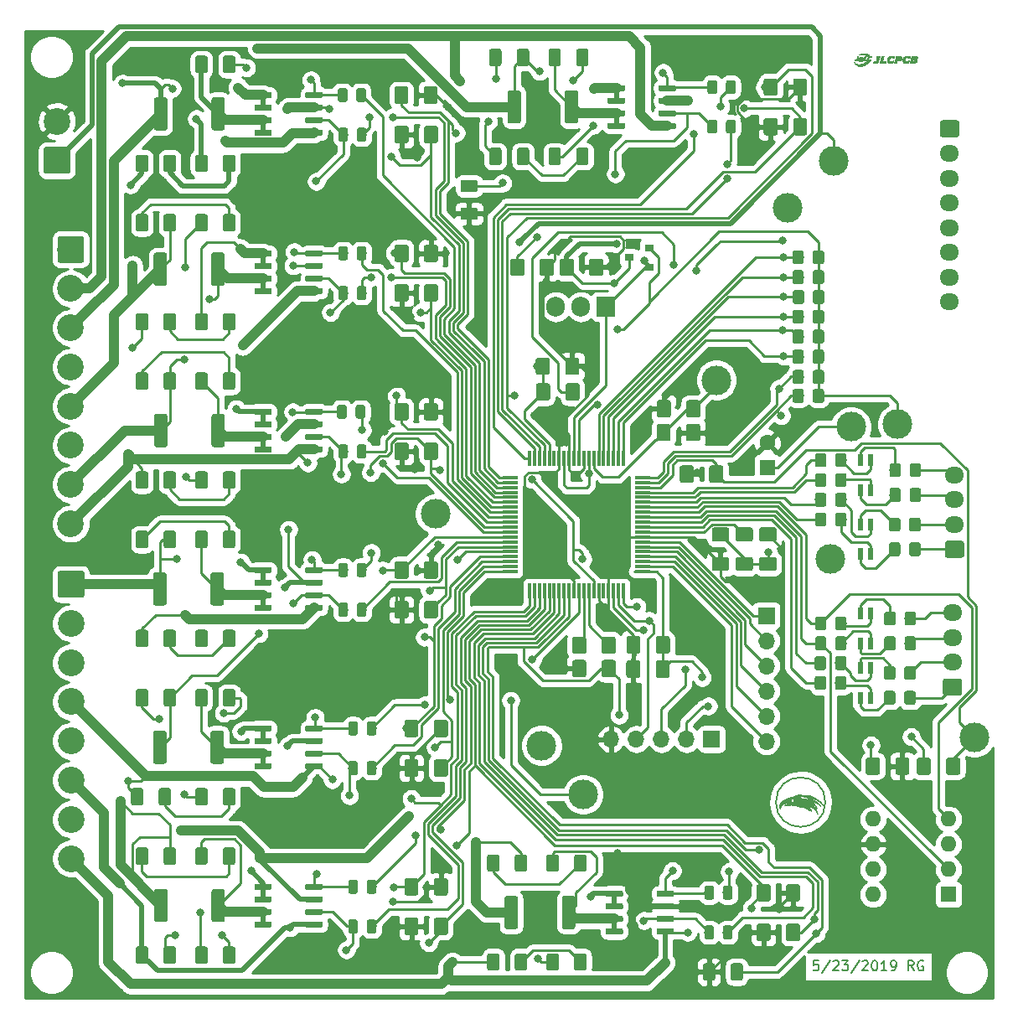
<source format=gbr>
G04 #@! TF.GenerationSoftware,KiCad,Pcbnew,(5.1.0)-1*
G04 #@! TF.CreationDate,2019-06-04T19:04:58+05:30*
G04 #@! TF.ProjectId,BQ76pl455a,42513736-706c-4343-9535-612e6b696361,rev?*
G04 #@! TF.SameCoordinates,Original*
G04 #@! TF.FileFunction,Copper,L1,Top*
G04 #@! TF.FilePolarity,Positive*
%FSLAX46Y46*%
G04 Gerber Fmt 4.6, Leading zero omitted, Abs format (unit mm)*
G04 Created by KiCad (PCBNEW (5.1.0)-1) date 2019-06-04 19:04:58*
%MOMM*%
%LPD*%
G04 APERTURE LIST*
%ADD10C,0.200000*%
%ADD11C,0.010000*%
%ADD12C,0.100000*%
%ADD13C,1.150000*%
%ADD14C,1.425000*%
%ADD15O,1.905000X2.000000*%
%ADD16R,1.905000X2.000000*%
%ADD17C,1.250000*%
%ADD18C,0.975000*%
%ADD19C,2.700000*%
%ADD20R,1.500000X0.300000*%
%ADD21R,0.300000X1.500000*%
%ADD22C,1.350000*%
%ADD23C,0.600000*%
%ADD24R,0.600000X1.300000*%
%ADD25R,1.700000X1.700000*%
%ADD26O,1.700000X1.700000*%
%ADD27C,1.700000*%
%ADD28O,1.950000X1.700000*%
%ADD29R,0.900000X0.800000*%
%ADD30R,1.600000X1.600000*%
%ADD31C,1.600000*%
%ADD32C,3.000000*%
%ADD33O,1.600000X1.600000*%
%ADD34C,0.800000*%
%ADD35C,0.250000*%
%ADD36C,0.500000*%
%ADD37C,1.000000*%
%ADD38C,0.254000*%
G04 APERTURE END LIST*
D10*
X153082380Y-132772380D02*
X152606190Y-132772380D01*
X152558571Y-133248571D01*
X152606190Y-133200952D01*
X152701428Y-133153333D01*
X152939523Y-133153333D01*
X153034761Y-133200952D01*
X153082380Y-133248571D01*
X153130000Y-133343809D01*
X153130000Y-133581904D01*
X153082380Y-133677142D01*
X153034761Y-133724761D01*
X152939523Y-133772380D01*
X152701428Y-133772380D01*
X152606190Y-133724761D01*
X152558571Y-133677142D01*
X154272857Y-132724761D02*
X153415714Y-134010476D01*
X154558571Y-132867619D02*
X154606190Y-132820000D01*
X154701428Y-132772380D01*
X154939523Y-132772380D01*
X155034761Y-132820000D01*
X155082380Y-132867619D01*
X155130000Y-132962857D01*
X155130000Y-133058095D01*
X155082380Y-133200952D01*
X154510952Y-133772380D01*
X155130000Y-133772380D01*
X155463333Y-132772380D02*
X156082380Y-132772380D01*
X155749047Y-133153333D01*
X155891904Y-133153333D01*
X155987142Y-133200952D01*
X156034761Y-133248571D01*
X156082380Y-133343809D01*
X156082380Y-133581904D01*
X156034761Y-133677142D01*
X155987142Y-133724761D01*
X155891904Y-133772380D01*
X155606190Y-133772380D01*
X155510952Y-133724761D01*
X155463333Y-133677142D01*
X157225238Y-132724761D02*
X156368095Y-134010476D01*
X157510952Y-132867619D02*
X157558571Y-132820000D01*
X157653809Y-132772380D01*
X157891904Y-132772380D01*
X157987142Y-132820000D01*
X158034761Y-132867619D01*
X158082380Y-132962857D01*
X158082380Y-133058095D01*
X158034761Y-133200952D01*
X157463333Y-133772380D01*
X158082380Y-133772380D01*
X158701428Y-132772380D02*
X158796666Y-132772380D01*
X158891904Y-132820000D01*
X158939523Y-132867619D01*
X158987142Y-132962857D01*
X159034761Y-133153333D01*
X159034761Y-133391428D01*
X158987142Y-133581904D01*
X158939523Y-133677142D01*
X158891904Y-133724761D01*
X158796666Y-133772380D01*
X158701428Y-133772380D01*
X158606190Y-133724761D01*
X158558571Y-133677142D01*
X158510952Y-133581904D01*
X158463333Y-133391428D01*
X158463333Y-133153333D01*
X158510952Y-132962857D01*
X158558571Y-132867619D01*
X158606190Y-132820000D01*
X158701428Y-132772380D01*
X159987142Y-133772380D02*
X159415714Y-133772380D01*
X159701428Y-133772380D02*
X159701428Y-132772380D01*
X159606190Y-132915238D01*
X159510952Y-133010476D01*
X159415714Y-133058095D01*
X160463333Y-133772380D02*
X160653809Y-133772380D01*
X160749047Y-133724761D01*
X160796666Y-133677142D01*
X160891904Y-133534285D01*
X160939523Y-133343809D01*
X160939523Y-132962857D01*
X160891904Y-132867619D01*
X160844285Y-132820000D01*
X160749047Y-132772380D01*
X160558571Y-132772380D01*
X160463333Y-132820000D01*
X160415714Y-132867619D01*
X160368095Y-132962857D01*
X160368095Y-133200952D01*
X160415714Y-133296190D01*
X160463333Y-133343809D01*
X160558571Y-133391428D01*
X160749047Y-133391428D01*
X160844285Y-133343809D01*
X160891904Y-133296190D01*
X160939523Y-133200952D01*
X162701428Y-133772380D02*
X162368095Y-133296190D01*
X162130000Y-133772380D02*
X162130000Y-132772380D01*
X162510952Y-132772380D01*
X162606190Y-132820000D01*
X162653809Y-132867619D01*
X162701428Y-132962857D01*
X162701428Y-133105714D01*
X162653809Y-133200952D01*
X162606190Y-133248571D01*
X162510952Y-133296190D01*
X162130000Y-133296190D01*
X163653809Y-132820000D02*
X163558571Y-132772380D01*
X163415714Y-132772380D01*
X163272857Y-132820000D01*
X163177619Y-132915238D01*
X163130000Y-133010476D01*
X163082380Y-133200952D01*
X163082380Y-133343809D01*
X163130000Y-133534285D01*
X163177619Y-133629523D01*
X163272857Y-133724761D01*
X163415714Y-133772380D01*
X163510952Y-133772380D01*
X163653809Y-133724761D01*
X163701428Y-133677142D01*
X163701428Y-133343809D01*
X163510952Y-133343809D01*
X153770000Y-116770000D02*
G75*
G03X153770000Y-116770000I-2500000J0D01*
G01*
D11*
G36*
X151977928Y-116801391D02*
G01*
X152001924Y-116805138D01*
X152026601Y-116808926D01*
X152028025Y-116809142D01*
X152051868Y-116813699D01*
X152083586Y-116821056D01*
X152118955Y-116830149D01*
X152153754Y-116839914D01*
X152171706Y-116845370D01*
X152205476Y-116858217D01*
X152245908Y-116877084D01*
X152289663Y-116900163D01*
X152333402Y-116925644D01*
X152373787Y-116951720D01*
X152392197Y-116964798D01*
X152466974Y-117026381D01*
X152540751Y-117099625D01*
X152612630Y-117183489D01*
X152681717Y-117276935D01*
X152742039Y-117370475D01*
X152757426Y-117396501D01*
X152770526Y-117419691D01*
X152779779Y-117437220D01*
X152783398Y-117445379D01*
X152789097Y-117456093D01*
X152793627Y-117458950D01*
X152799398Y-117463778D01*
X152799550Y-117465177D01*
X152802091Y-117473305D01*
X152808920Y-117490050D01*
X152818847Y-117512571D01*
X152825521Y-117527090D01*
X152839675Y-117557504D01*
X152850596Y-117581202D01*
X152860454Y-117602962D01*
X152871418Y-117627563D01*
X152881749Y-117650926D01*
X152894377Y-117681869D01*
X152907586Y-117718297D01*
X152920799Y-117758138D01*
X152933437Y-117799325D01*
X152944926Y-117839789D01*
X152954686Y-117877460D01*
X152962142Y-117910270D01*
X152966717Y-117936150D01*
X152967833Y-117953031D01*
X152967108Y-117957002D01*
X152960561Y-117966099D01*
X152952726Y-117962588D01*
X152943581Y-117946458D01*
X152942510Y-117943949D01*
X152936348Y-117928153D01*
X152933065Y-117917695D01*
X152932900Y-117916469D01*
X152930492Y-117909059D01*
X152923997Y-117892612D01*
X152914502Y-117869690D01*
X152903096Y-117842852D01*
X152890867Y-117814660D01*
X152878905Y-117787675D01*
X152868299Y-117764456D01*
X152867968Y-117763750D01*
X152859554Y-117746821D01*
X152847843Y-117724602D01*
X152834370Y-117699842D01*
X152820671Y-117675294D01*
X152808281Y-117653706D01*
X152798734Y-117637830D01*
X152793566Y-117630416D01*
X152793548Y-117630400D01*
X152787611Y-117622779D01*
X152783675Y-117616633D01*
X152753213Y-117571398D01*
X152714940Y-117523187D01*
X152671506Y-117474771D01*
X152625563Y-117428927D01*
X152579762Y-117388428D01*
X152536754Y-117356048D01*
X152531024Y-117352267D01*
X152481896Y-117322526D01*
X152435074Y-117298980D01*
X152386618Y-117280049D01*
X152332593Y-117264155D01*
X152282025Y-117252417D01*
X152271248Y-117244311D01*
X152257777Y-117224188D01*
X152247100Y-117203599D01*
X152203062Y-117120958D01*
X152152877Y-117043988D01*
X152094549Y-116969941D01*
X152026082Y-116896070D01*
X152017347Y-116887342D01*
X151986867Y-116856505D01*
X151965546Y-116833250D01*
X151953013Y-116816764D01*
X151948894Y-116806238D01*
X151952818Y-116800858D01*
X151964412Y-116799815D01*
X151977928Y-116801391D01*
X151977928Y-116801391D01*
G37*
X151977928Y-116801391D02*
X152001924Y-116805138D01*
X152026601Y-116808926D01*
X152028025Y-116809142D01*
X152051868Y-116813699D01*
X152083586Y-116821056D01*
X152118955Y-116830149D01*
X152153754Y-116839914D01*
X152171706Y-116845370D01*
X152205476Y-116858217D01*
X152245908Y-116877084D01*
X152289663Y-116900163D01*
X152333402Y-116925644D01*
X152373787Y-116951720D01*
X152392197Y-116964798D01*
X152466974Y-117026381D01*
X152540751Y-117099625D01*
X152612630Y-117183489D01*
X152681717Y-117276935D01*
X152742039Y-117370475D01*
X152757426Y-117396501D01*
X152770526Y-117419691D01*
X152779779Y-117437220D01*
X152783398Y-117445379D01*
X152789097Y-117456093D01*
X152793627Y-117458950D01*
X152799398Y-117463778D01*
X152799550Y-117465177D01*
X152802091Y-117473305D01*
X152808920Y-117490050D01*
X152818847Y-117512571D01*
X152825521Y-117527090D01*
X152839675Y-117557504D01*
X152850596Y-117581202D01*
X152860454Y-117602962D01*
X152871418Y-117627563D01*
X152881749Y-117650926D01*
X152894377Y-117681869D01*
X152907586Y-117718297D01*
X152920799Y-117758138D01*
X152933437Y-117799325D01*
X152944926Y-117839789D01*
X152954686Y-117877460D01*
X152962142Y-117910270D01*
X152966717Y-117936150D01*
X152967833Y-117953031D01*
X152967108Y-117957002D01*
X152960561Y-117966099D01*
X152952726Y-117962588D01*
X152943581Y-117946458D01*
X152942510Y-117943949D01*
X152936348Y-117928153D01*
X152933065Y-117917695D01*
X152932900Y-117916469D01*
X152930492Y-117909059D01*
X152923997Y-117892612D01*
X152914502Y-117869690D01*
X152903096Y-117842852D01*
X152890867Y-117814660D01*
X152878905Y-117787675D01*
X152868299Y-117764456D01*
X152867968Y-117763750D01*
X152859554Y-117746821D01*
X152847843Y-117724602D01*
X152834370Y-117699842D01*
X152820671Y-117675294D01*
X152808281Y-117653706D01*
X152798734Y-117637830D01*
X152793566Y-117630416D01*
X152793548Y-117630400D01*
X152787611Y-117622779D01*
X152783675Y-117616633D01*
X152753213Y-117571398D01*
X152714940Y-117523187D01*
X152671506Y-117474771D01*
X152625563Y-117428927D01*
X152579762Y-117388428D01*
X152536754Y-117356048D01*
X152531024Y-117352267D01*
X152481896Y-117322526D01*
X152435074Y-117298980D01*
X152386618Y-117280049D01*
X152332593Y-117264155D01*
X152282025Y-117252417D01*
X152271248Y-117244311D01*
X152257777Y-117224188D01*
X152247100Y-117203599D01*
X152203062Y-117120958D01*
X152152877Y-117043988D01*
X152094549Y-116969941D01*
X152026082Y-116896070D01*
X152017347Y-116887342D01*
X151986867Y-116856505D01*
X151965546Y-116833250D01*
X151953013Y-116816764D01*
X151948894Y-116806238D01*
X151952818Y-116800858D01*
X151964412Y-116799815D01*
X151977928Y-116801391D01*
G36*
X151486863Y-116394366D02*
G01*
X151514055Y-116397354D01*
X151543877Y-116400588D01*
X151554950Y-116401776D01*
X151576233Y-116404757D01*
X151606776Y-116409949D01*
X151643456Y-116416729D01*
X151683153Y-116424475D01*
X151722746Y-116432565D01*
X151759113Y-116440375D01*
X151789134Y-116447283D01*
X151808950Y-116452448D01*
X151831582Y-116459071D01*
X151858897Y-116467035D01*
X151875625Y-116471898D01*
X151938345Y-116492327D01*
X152007841Y-116518795D01*
X152080699Y-116549759D01*
X152153507Y-116583674D01*
X152222852Y-116618997D01*
X152285321Y-116654185D01*
X152304250Y-116665757D01*
X152390864Y-116723866D01*
X152475209Y-116787946D01*
X152555381Y-116856256D01*
X152629477Y-116927053D01*
X152695594Y-116998595D01*
X152751829Y-117069140D01*
X152764853Y-117087475D01*
X152779423Y-117107963D01*
X152791601Y-117124007D01*
X152799396Y-117133019D01*
X152800737Y-117134041D01*
X152805835Y-117141295D01*
X152805900Y-117142284D01*
X152809108Y-117150414D01*
X152817507Y-117165749D01*
X152828865Y-117184310D01*
X152844136Y-117209720D01*
X152860394Y-117239324D01*
X152876421Y-117270583D01*
X152890998Y-117300960D01*
X152902907Y-117327917D01*
X152910930Y-117348915D01*
X152913850Y-117361371D01*
X152911068Y-117373811D01*
X152902940Y-117375055D01*
X152889790Y-117365271D01*
X152871945Y-117344628D01*
X152865996Y-117336712D01*
X152850182Y-117315139D01*
X152829720Y-117287212D01*
X152807462Y-117256827D01*
X152789673Y-117232537D01*
X152772530Y-117210036D01*
X152751342Y-117183617D01*
X152727554Y-117154930D01*
X152702612Y-117125627D01*
X152677965Y-117097362D01*
X152655057Y-117071784D01*
X152635335Y-117050547D01*
X152620246Y-117035301D01*
X152611236Y-117027699D01*
X152609823Y-117027150D01*
X152603307Y-117023069D01*
X152590713Y-117012448D01*
X152577094Y-116999798D01*
X152555578Y-116980516D01*
X152530215Y-116959828D01*
X152513800Y-116947505D01*
X152495082Y-116934051D01*
X152480157Y-116923163D01*
X152472525Y-116917408D01*
X152448366Y-116900111D01*
X152415093Y-116879546D01*
X152375395Y-116857131D01*
X152331961Y-116834285D01*
X152287481Y-116812426D01*
X152244645Y-116792973D01*
X152209000Y-116778420D01*
X152122219Y-116749836D01*
X152034751Y-116729308D01*
X151949765Y-116717466D01*
X151888325Y-116714663D01*
X151853180Y-116710994D01*
X151823822Y-116698711D01*
X151796250Y-116676432D01*
X151773974Y-116656787D01*
X151742854Y-116632589D01*
X151705159Y-116605435D01*
X151663157Y-116576922D01*
X151619116Y-116548646D01*
X151586700Y-116528905D01*
X151557909Y-116511694D01*
X151531649Y-116495787D01*
X151510608Y-116482825D01*
X151497470Y-116474448D01*
X151496469Y-116473772D01*
X151482811Y-116465610D01*
X151473361Y-116462008D01*
X151473110Y-116462000D01*
X151463602Y-116458124D01*
X151458297Y-116454062D01*
X151445440Y-116444268D01*
X151437206Y-116439134D01*
X151426952Y-116427788D01*
X151422787Y-116415543D01*
X151425064Y-116402580D01*
X151436336Y-116395005D01*
X151457599Y-116392491D01*
X151486863Y-116394366D01*
X151486863Y-116394366D01*
G37*
X151486863Y-116394366D02*
X151514055Y-116397354D01*
X151543877Y-116400588D01*
X151554950Y-116401776D01*
X151576233Y-116404757D01*
X151606776Y-116409949D01*
X151643456Y-116416729D01*
X151683153Y-116424475D01*
X151722746Y-116432565D01*
X151759113Y-116440375D01*
X151789134Y-116447283D01*
X151808950Y-116452448D01*
X151831582Y-116459071D01*
X151858897Y-116467035D01*
X151875625Y-116471898D01*
X151938345Y-116492327D01*
X152007841Y-116518795D01*
X152080699Y-116549759D01*
X152153507Y-116583674D01*
X152222852Y-116618997D01*
X152285321Y-116654185D01*
X152304250Y-116665757D01*
X152390864Y-116723866D01*
X152475209Y-116787946D01*
X152555381Y-116856256D01*
X152629477Y-116927053D01*
X152695594Y-116998595D01*
X152751829Y-117069140D01*
X152764853Y-117087475D01*
X152779423Y-117107963D01*
X152791601Y-117124007D01*
X152799396Y-117133019D01*
X152800737Y-117134041D01*
X152805835Y-117141295D01*
X152805900Y-117142284D01*
X152809108Y-117150414D01*
X152817507Y-117165749D01*
X152828865Y-117184310D01*
X152844136Y-117209720D01*
X152860394Y-117239324D01*
X152876421Y-117270583D01*
X152890998Y-117300960D01*
X152902907Y-117327917D01*
X152910930Y-117348915D01*
X152913850Y-117361371D01*
X152911068Y-117373811D01*
X152902940Y-117375055D01*
X152889790Y-117365271D01*
X152871945Y-117344628D01*
X152865996Y-117336712D01*
X152850182Y-117315139D01*
X152829720Y-117287212D01*
X152807462Y-117256827D01*
X152789673Y-117232537D01*
X152772530Y-117210036D01*
X152751342Y-117183617D01*
X152727554Y-117154930D01*
X152702612Y-117125627D01*
X152677965Y-117097362D01*
X152655057Y-117071784D01*
X152635335Y-117050547D01*
X152620246Y-117035301D01*
X152611236Y-117027699D01*
X152609823Y-117027150D01*
X152603307Y-117023069D01*
X152590713Y-117012448D01*
X152577094Y-116999798D01*
X152555578Y-116980516D01*
X152530215Y-116959828D01*
X152513800Y-116947505D01*
X152495082Y-116934051D01*
X152480157Y-116923163D01*
X152472525Y-116917408D01*
X152448366Y-116900111D01*
X152415093Y-116879546D01*
X152375395Y-116857131D01*
X152331961Y-116834285D01*
X152287481Y-116812426D01*
X152244645Y-116792973D01*
X152209000Y-116778420D01*
X152122219Y-116749836D01*
X152034751Y-116729308D01*
X151949765Y-116717466D01*
X151888325Y-116714663D01*
X151853180Y-116710994D01*
X151823822Y-116698711D01*
X151796250Y-116676432D01*
X151773974Y-116656787D01*
X151742854Y-116632589D01*
X151705159Y-116605435D01*
X151663157Y-116576922D01*
X151619116Y-116548646D01*
X151586700Y-116528905D01*
X151557909Y-116511694D01*
X151531649Y-116495787D01*
X151510608Y-116482825D01*
X151497470Y-116474448D01*
X151496469Y-116473772D01*
X151482811Y-116465610D01*
X151473361Y-116462008D01*
X151473110Y-116462000D01*
X151463602Y-116458124D01*
X151458297Y-116454062D01*
X151445440Y-116444268D01*
X151437206Y-116439134D01*
X151426952Y-116427788D01*
X151422787Y-116415543D01*
X151425064Y-116402580D01*
X151436336Y-116395005D01*
X151457599Y-116392491D01*
X151486863Y-116394366D01*
G36*
X152214586Y-116471069D02*
G01*
X152254817Y-116473971D01*
X152256286Y-116474096D01*
X152308242Y-116478886D01*
X152350893Y-116483792D01*
X152387627Y-116489440D01*
X152421829Y-116496456D01*
X152456885Y-116505467D01*
X152496181Y-116517100D01*
X152507097Y-116520502D01*
X152591844Y-116551890D01*
X152677674Y-116592631D01*
X152760344Y-116640551D01*
X152817619Y-116679816D01*
X152837236Y-116694803D01*
X152861806Y-116714296D01*
X152889228Y-116736544D01*
X152917400Y-116759799D01*
X152944222Y-116782310D01*
X152967593Y-116802327D01*
X152985411Y-116818101D01*
X152995577Y-116827883D01*
X152996047Y-116828411D01*
X153003643Y-116837055D01*
X153017845Y-116853087D01*
X153036801Y-116874422D01*
X153058659Y-116898974D01*
X153064932Y-116906012D01*
X153090943Y-116935906D01*
X153117867Y-116968065D01*
X153142523Y-116998623D01*
X153161710Y-117023683D01*
X153182712Y-117052352D01*
X153207180Y-117085744D01*
X153231071Y-117118340D01*
X153240462Y-117131151D01*
X153263115Y-117163806D01*
X153276787Y-117187792D01*
X153281567Y-117203327D01*
X153277545Y-117210633D01*
X153273378Y-117211300D01*
X153263414Y-117206920D01*
X153252192Y-117197012D01*
X153240094Y-117182103D01*
X153226727Y-117163769D01*
X153224500Y-117160500D01*
X153195546Y-117121654D01*
X153158898Y-117078961D01*
X153117535Y-117035454D01*
X153074438Y-116994165D01*
X153032586Y-116958129D01*
X153005572Y-116937615D01*
X152970280Y-116912782D01*
X152942587Y-116893696D01*
X152919812Y-116878644D01*
X152899272Y-116865916D01*
X152878287Y-116853801D01*
X152854174Y-116840587D01*
X152849997Y-116838337D01*
X152822474Y-116824464D01*
X152789209Y-116809109D01*
X152753078Y-116793452D01*
X152716955Y-116778670D01*
X152683718Y-116765942D01*
X152656242Y-116756444D01*
X152637833Y-116751437D01*
X152575841Y-116738500D01*
X152522938Y-116724782D01*
X152475525Y-116709011D01*
X152430000Y-116689915D01*
X152382762Y-116666221D01*
X152357872Y-116652531D01*
X152335356Y-116639889D01*
X152314658Y-116628313D01*
X152301789Y-116621158D01*
X152291762Y-116615570D01*
X152282497Y-116610201D01*
X152271684Y-116603616D01*
X152257009Y-116594383D01*
X152236160Y-116581068D01*
X152208602Y-116563378D01*
X152182629Y-116547011D01*
X152157837Y-116531938D01*
X152137968Y-116520412D01*
X152130814Y-116516562D01*
X152112500Y-116504520D01*
X152106801Y-116493652D01*
X152113666Y-116484176D01*
X152133045Y-116476311D01*
X152140399Y-116474496D01*
X152160197Y-116471322D01*
X152183987Y-116470183D01*
X152214586Y-116471069D01*
X152214586Y-116471069D01*
G37*
X152214586Y-116471069D02*
X152254817Y-116473971D01*
X152256286Y-116474096D01*
X152308242Y-116478886D01*
X152350893Y-116483792D01*
X152387627Y-116489440D01*
X152421829Y-116496456D01*
X152456885Y-116505467D01*
X152496181Y-116517100D01*
X152507097Y-116520502D01*
X152591844Y-116551890D01*
X152677674Y-116592631D01*
X152760344Y-116640551D01*
X152817619Y-116679816D01*
X152837236Y-116694803D01*
X152861806Y-116714296D01*
X152889228Y-116736544D01*
X152917400Y-116759799D01*
X152944222Y-116782310D01*
X152967593Y-116802327D01*
X152985411Y-116818101D01*
X152995577Y-116827883D01*
X152996047Y-116828411D01*
X153003643Y-116837055D01*
X153017845Y-116853087D01*
X153036801Y-116874422D01*
X153058659Y-116898974D01*
X153064932Y-116906012D01*
X153090943Y-116935906D01*
X153117867Y-116968065D01*
X153142523Y-116998623D01*
X153161710Y-117023683D01*
X153182712Y-117052352D01*
X153207180Y-117085744D01*
X153231071Y-117118340D01*
X153240462Y-117131151D01*
X153263115Y-117163806D01*
X153276787Y-117187792D01*
X153281567Y-117203327D01*
X153277545Y-117210633D01*
X153273378Y-117211300D01*
X153263414Y-117206920D01*
X153252192Y-117197012D01*
X153240094Y-117182103D01*
X153226727Y-117163769D01*
X153224500Y-117160500D01*
X153195546Y-117121654D01*
X153158898Y-117078961D01*
X153117535Y-117035454D01*
X153074438Y-116994165D01*
X153032586Y-116958129D01*
X153005572Y-116937615D01*
X152970280Y-116912782D01*
X152942587Y-116893696D01*
X152919812Y-116878644D01*
X152899272Y-116865916D01*
X152878287Y-116853801D01*
X152854174Y-116840587D01*
X152849997Y-116838337D01*
X152822474Y-116824464D01*
X152789209Y-116809109D01*
X152753078Y-116793452D01*
X152716955Y-116778670D01*
X152683718Y-116765942D01*
X152656242Y-116756444D01*
X152637833Y-116751437D01*
X152575841Y-116738500D01*
X152522938Y-116724782D01*
X152475525Y-116709011D01*
X152430000Y-116689915D01*
X152382762Y-116666221D01*
X152357872Y-116652531D01*
X152335356Y-116639889D01*
X152314658Y-116628313D01*
X152301789Y-116621158D01*
X152291762Y-116615570D01*
X152282497Y-116610201D01*
X152271684Y-116603616D01*
X152257009Y-116594383D01*
X152236160Y-116581068D01*
X152208602Y-116563378D01*
X152182629Y-116547011D01*
X152157837Y-116531938D01*
X152137968Y-116520412D01*
X152130814Y-116516562D01*
X152112500Y-116504520D01*
X152106801Y-116493652D01*
X152113666Y-116484176D01*
X152133045Y-116476311D01*
X152140399Y-116474496D01*
X152160197Y-116471322D01*
X152183987Y-116470183D01*
X152214586Y-116471069D01*
G36*
X151783430Y-116038096D02*
G01*
X151797837Y-116038541D01*
X151833180Y-116039862D01*
X151865374Y-116041395D01*
X151891641Y-116042981D01*
X151909208Y-116044467D01*
X151913459Y-116045047D01*
X151935079Y-116048560D01*
X151963335Y-116052677D01*
X151992249Y-116056554D01*
X152011099Y-116058833D01*
X152024199Y-116061118D01*
X152046181Y-116065787D01*
X152073624Y-116072089D01*
X152094700Y-116077182D01*
X152134367Y-116086987D01*
X152163696Y-116094301D01*
X152184680Y-116099663D01*
X152199315Y-116103610D01*
X152209594Y-116106680D01*
X152217513Y-116109409D01*
X152224875Y-116112259D01*
X152237639Y-116116790D01*
X152257702Y-116123346D01*
X152275675Y-116128954D01*
X152339772Y-116150452D01*
X152410851Y-116177684D01*
X152485414Y-116209205D01*
X152559965Y-116243569D01*
X152596350Y-116261470D01*
X152666291Y-116297330D01*
X152726783Y-116329901D01*
X152780169Y-116360608D01*
X152828792Y-116390873D01*
X152874998Y-116422119D01*
X152921130Y-116455770D01*
X152939717Y-116469937D01*
X152956474Y-116482453D01*
X152968999Y-116491078D01*
X152974029Y-116493750D01*
X152980280Y-116497475D01*
X152994387Y-116507598D01*
X153014322Y-116522543D01*
X153038057Y-116540731D01*
X153063565Y-116560585D01*
X153088818Y-116580526D01*
X153111789Y-116598978D01*
X153130450Y-116614363D01*
X153142450Y-116624801D01*
X153160926Y-116641744D01*
X153179439Y-116658524D01*
X153183725Y-116662369D01*
X153222321Y-116698074D01*
X153266650Y-116741096D01*
X153314314Y-116788994D01*
X153362918Y-116839326D01*
X153410067Y-116889652D01*
X153450453Y-116934243D01*
X153464778Y-116951151D01*
X153481913Y-116972467D01*
X153498913Y-116994410D01*
X153512833Y-117013197D01*
X153519376Y-117022774D01*
X153528212Y-117038625D01*
X153528958Y-117045046D01*
X153521857Y-117042186D01*
X153507154Y-117030195D01*
X153485095Y-117009225D01*
X153466300Y-116990203D01*
X153444217Y-116967996D01*
X153417657Y-116942154D01*
X153388160Y-116914087D01*
X153357268Y-116885203D01*
X153326521Y-116856910D01*
X153297460Y-116830616D01*
X153271626Y-116807730D01*
X153250561Y-116789660D01*
X153235805Y-116777815D01*
X153229418Y-116773707D01*
X153218467Y-116766715D01*
X153215475Y-116763706D01*
X153204355Y-116753303D01*
X153184650Y-116737367D01*
X153158382Y-116717346D01*
X153127573Y-116694688D01*
X153094247Y-116670843D01*
X153060426Y-116647257D01*
X153028133Y-116625380D01*
X152999390Y-116606660D01*
X152977350Y-116593197D01*
X152941504Y-116573089D01*
X152901853Y-116551951D01*
X152861249Y-116531206D01*
X152822541Y-116512273D01*
X152788584Y-116496573D01*
X152762227Y-116485527D01*
X152758275Y-116484057D01*
X152739165Y-116476605D01*
X152724911Y-116470037D01*
X152720492Y-116467300D01*
X152709588Y-116462892D01*
X152701267Y-116462000D01*
X152685373Y-116458425D01*
X152675550Y-116453399D01*
X152659003Y-116445146D01*
X152647150Y-116441525D01*
X152633365Y-116438284D01*
X152611737Y-116432771D01*
X152586660Y-116426110D01*
X152583650Y-116425293D01*
X152501377Y-116407653D01*
X152408523Y-116396640D01*
X152304961Y-116392241D01*
X152286695Y-116392149D01*
X152177250Y-116392150D01*
X152153140Y-116368337D01*
X152135851Y-116351893D01*
X152113652Y-116331626D01*
X152091334Y-116311909D01*
X152091228Y-116311818D01*
X152069420Y-116292898D01*
X152048065Y-116274285D01*
X152031660Y-116259899D01*
X152031200Y-116259493D01*
X152017022Y-116248009D01*
X151995440Y-116231707D01*
X151969598Y-116212841D01*
X151942641Y-116193665D01*
X151917712Y-116176436D01*
X151897954Y-116163407D01*
X151892823Y-116160245D01*
X151881291Y-116153109D01*
X151864046Y-116142176D01*
X151853980Y-116135717D01*
X151834355Y-116124023D01*
X151808394Y-116109815D01*
X151781283Y-116095919D01*
X151777780Y-116094203D01*
X151745709Y-116078255D01*
X151723636Y-116066319D01*
X151709920Y-116057321D01*
X151702922Y-116050188D01*
X151701000Y-116043977D01*
X151703194Y-116040681D01*
X151710879Y-116038538D01*
X151725711Y-116037455D01*
X151749343Y-116037338D01*
X151783430Y-116038096D01*
X151783430Y-116038096D01*
G37*
X151783430Y-116038096D02*
X151797837Y-116038541D01*
X151833180Y-116039862D01*
X151865374Y-116041395D01*
X151891641Y-116042981D01*
X151909208Y-116044467D01*
X151913459Y-116045047D01*
X151935079Y-116048560D01*
X151963335Y-116052677D01*
X151992249Y-116056554D01*
X152011099Y-116058833D01*
X152024199Y-116061118D01*
X152046181Y-116065787D01*
X152073624Y-116072089D01*
X152094700Y-116077182D01*
X152134367Y-116086987D01*
X152163696Y-116094301D01*
X152184680Y-116099663D01*
X152199315Y-116103610D01*
X152209594Y-116106680D01*
X152217513Y-116109409D01*
X152224875Y-116112259D01*
X152237639Y-116116790D01*
X152257702Y-116123346D01*
X152275675Y-116128954D01*
X152339772Y-116150452D01*
X152410851Y-116177684D01*
X152485414Y-116209205D01*
X152559965Y-116243569D01*
X152596350Y-116261470D01*
X152666291Y-116297330D01*
X152726783Y-116329901D01*
X152780169Y-116360608D01*
X152828792Y-116390873D01*
X152874998Y-116422119D01*
X152921130Y-116455770D01*
X152939717Y-116469937D01*
X152956474Y-116482453D01*
X152968999Y-116491078D01*
X152974029Y-116493750D01*
X152980280Y-116497475D01*
X152994387Y-116507598D01*
X153014322Y-116522543D01*
X153038057Y-116540731D01*
X153063565Y-116560585D01*
X153088818Y-116580526D01*
X153111789Y-116598978D01*
X153130450Y-116614363D01*
X153142450Y-116624801D01*
X153160926Y-116641744D01*
X153179439Y-116658524D01*
X153183725Y-116662369D01*
X153222321Y-116698074D01*
X153266650Y-116741096D01*
X153314314Y-116788994D01*
X153362918Y-116839326D01*
X153410067Y-116889652D01*
X153450453Y-116934243D01*
X153464778Y-116951151D01*
X153481913Y-116972467D01*
X153498913Y-116994410D01*
X153512833Y-117013197D01*
X153519376Y-117022774D01*
X153528212Y-117038625D01*
X153528958Y-117045046D01*
X153521857Y-117042186D01*
X153507154Y-117030195D01*
X153485095Y-117009225D01*
X153466300Y-116990203D01*
X153444217Y-116967996D01*
X153417657Y-116942154D01*
X153388160Y-116914087D01*
X153357268Y-116885203D01*
X153326521Y-116856910D01*
X153297460Y-116830616D01*
X153271626Y-116807730D01*
X153250561Y-116789660D01*
X153235805Y-116777815D01*
X153229418Y-116773707D01*
X153218467Y-116766715D01*
X153215475Y-116763706D01*
X153204355Y-116753303D01*
X153184650Y-116737367D01*
X153158382Y-116717346D01*
X153127573Y-116694688D01*
X153094247Y-116670843D01*
X153060426Y-116647257D01*
X153028133Y-116625380D01*
X152999390Y-116606660D01*
X152977350Y-116593197D01*
X152941504Y-116573089D01*
X152901853Y-116551951D01*
X152861249Y-116531206D01*
X152822541Y-116512273D01*
X152788584Y-116496573D01*
X152762227Y-116485527D01*
X152758275Y-116484057D01*
X152739165Y-116476605D01*
X152724911Y-116470037D01*
X152720492Y-116467300D01*
X152709588Y-116462892D01*
X152701267Y-116462000D01*
X152685373Y-116458425D01*
X152675550Y-116453399D01*
X152659003Y-116445146D01*
X152647150Y-116441525D01*
X152633365Y-116438284D01*
X152611737Y-116432771D01*
X152586660Y-116426110D01*
X152583650Y-116425293D01*
X152501377Y-116407653D01*
X152408523Y-116396640D01*
X152304961Y-116392241D01*
X152286695Y-116392149D01*
X152177250Y-116392150D01*
X152153140Y-116368337D01*
X152135851Y-116351893D01*
X152113652Y-116331626D01*
X152091334Y-116311909D01*
X152091228Y-116311818D01*
X152069420Y-116292898D01*
X152048065Y-116274285D01*
X152031660Y-116259899D01*
X152031200Y-116259493D01*
X152017022Y-116248009D01*
X151995440Y-116231707D01*
X151969598Y-116212841D01*
X151942641Y-116193665D01*
X151917712Y-116176436D01*
X151897954Y-116163407D01*
X151892823Y-116160245D01*
X151881291Y-116153109D01*
X151864046Y-116142176D01*
X151853980Y-116135717D01*
X151834355Y-116124023D01*
X151808394Y-116109815D01*
X151781283Y-116095919D01*
X151777780Y-116094203D01*
X151745709Y-116078255D01*
X151723636Y-116066319D01*
X151709920Y-116057321D01*
X151702922Y-116050188D01*
X151701000Y-116043977D01*
X151703194Y-116040681D01*
X151710879Y-116038538D01*
X151725711Y-116037455D01*
X151749343Y-116037338D01*
X151783430Y-116038096D01*
G36*
X151248800Y-116014722D02*
G01*
X151374174Y-116027683D01*
X151500112Y-116053258D01*
X151576298Y-116074789D01*
X151598929Y-116082198D01*
X151616949Y-116088719D01*
X151626742Y-116093034D01*
X151627098Y-116093271D01*
X151636370Y-116097913D01*
X151653163Y-116104778D01*
X151665198Y-116109258D01*
X151700411Y-116123063D01*
X151738460Y-116139882D01*
X151774956Y-116157643D01*
X151805507Y-116174269D01*
X151814872Y-116180003D01*
X151831258Y-116190218D01*
X151842882Y-116196906D01*
X151846173Y-116198368D01*
X151853247Y-116201918D01*
X151867765Y-116210789D01*
X151886767Y-116223021D01*
X151907292Y-116236652D01*
X151926380Y-116249721D01*
X151941070Y-116260268D01*
X151947773Y-116265672D01*
X151957064Y-116273768D01*
X151973302Y-116287151D01*
X151993416Y-116303301D01*
X151999289Y-116307947D01*
X152027008Y-116331023D01*
X152051136Y-116353413D01*
X152070077Y-116373418D01*
X152082236Y-116389341D01*
X152086019Y-116399484D01*
X152085870Y-116400131D01*
X152080748Y-116407470D01*
X152071457Y-116407455D01*
X152056256Y-116399581D01*
X152036890Y-116385962D01*
X152016230Y-116371370D01*
X151996828Y-116359034D01*
X151984807Y-116352560D01*
X151972221Y-116345625D01*
X151966826Y-116339946D01*
X151966823Y-116339852D01*
X151961431Y-116335175D01*
X151946852Y-116326473D01*
X151925473Y-116314938D01*
X151899685Y-116301762D01*
X151871879Y-116288139D01*
X151844444Y-116275260D01*
X151819769Y-116264318D01*
X151800246Y-116256505D01*
X151798548Y-116255899D01*
X151777785Y-116248550D01*
X151760299Y-116242256D01*
X151754098Y-116239967D01*
X151738816Y-116234904D01*
X151713818Y-116227425D01*
X151681687Y-116218282D01*
X151645007Y-116208225D01*
X151642973Y-116207677D01*
X151597870Y-116198308D01*
X151543782Y-116191499D01*
X151484184Y-116187367D01*
X151422553Y-116186032D01*
X151362366Y-116187613D01*
X151307100Y-116192228D01*
X151284198Y-116195418D01*
X151260026Y-116199259D01*
X151239476Y-116202428D01*
X151227052Y-116204230D01*
X151214441Y-116203220D01*
X151194616Y-116198925D01*
X151176252Y-116193630D01*
X151151215Y-116185971D01*
X151120000Y-116176963D01*
X151088740Y-116168369D01*
X151084173Y-116167158D01*
X151058648Y-116160264D01*
X151037181Y-116154160D01*
X151023244Y-116149846D01*
X151020673Y-116148895D01*
X151010543Y-116146585D01*
X150990994Y-116143637D01*
X150965263Y-116140505D01*
X150947648Y-116138672D01*
X150869284Y-116135604D01*
X150794604Y-116141705D01*
X150725554Y-116156681D01*
X150664077Y-116180238D01*
X150660617Y-116181946D01*
X150643430Y-116189914D01*
X150630680Y-116194690D01*
X150627561Y-116195300D01*
X150618795Y-116198617D01*
X150604229Y-116206968D01*
X150597646Y-116211274D01*
X150577137Y-116220967D01*
X150558804Y-116222405D01*
X150545301Y-116216299D01*
X150539279Y-116203357D01*
X150539668Y-116195769D01*
X150546532Y-116187482D01*
X150563744Y-116175941D01*
X150589594Y-116161874D01*
X150622371Y-116146011D01*
X150660365Y-116129083D01*
X150701865Y-116111817D01*
X150745161Y-116094944D01*
X150788543Y-116079192D01*
X150830299Y-116065292D01*
X150868719Y-116053973D01*
X150877798Y-116051582D01*
X151000438Y-116026665D01*
X151124163Y-116014381D01*
X151248800Y-116014722D01*
X151248800Y-116014722D01*
G37*
X151248800Y-116014722D02*
X151374174Y-116027683D01*
X151500112Y-116053258D01*
X151576298Y-116074789D01*
X151598929Y-116082198D01*
X151616949Y-116088719D01*
X151626742Y-116093034D01*
X151627098Y-116093271D01*
X151636370Y-116097913D01*
X151653163Y-116104778D01*
X151665198Y-116109258D01*
X151700411Y-116123063D01*
X151738460Y-116139882D01*
X151774956Y-116157643D01*
X151805507Y-116174269D01*
X151814872Y-116180003D01*
X151831258Y-116190218D01*
X151842882Y-116196906D01*
X151846173Y-116198368D01*
X151853247Y-116201918D01*
X151867765Y-116210789D01*
X151886767Y-116223021D01*
X151907292Y-116236652D01*
X151926380Y-116249721D01*
X151941070Y-116260268D01*
X151947773Y-116265672D01*
X151957064Y-116273768D01*
X151973302Y-116287151D01*
X151993416Y-116303301D01*
X151999289Y-116307947D01*
X152027008Y-116331023D01*
X152051136Y-116353413D01*
X152070077Y-116373418D01*
X152082236Y-116389341D01*
X152086019Y-116399484D01*
X152085870Y-116400131D01*
X152080748Y-116407470D01*
X152071457Y-116407455D01*
X152056256Y-116399581D01*
X152036890Y-116385962D01*
X152016230Y-116371370D01*
X151996828Y-116359034D01*
X151984807Y-116352560D01*
X151972221Y-116345625D01*
X151966826Y-116339946D01*
X151966823Y-116339852D01*
X151961431Y-116335175D01*
X151946852Y-116326473D01*
X151925473Y-116314938D01*
X151899685Y-116301762D01*
X151871879Y-116288139D01*
X151844444Y-116275260D01*
X151819769Y-116264318D01*
X151800246Y-116256505D01*
X151798548Y-116255899D01*
X151777785Y-116248550D01*
X151760299Y-116242256D01*
X151754098Y-116239967D01*
X151738816Y-116234904D01*
X151713818Y-116227425D01*
X151681687Y-116218282D01*
X151645007Y-116208225D01*
X151642973Y-116207677D01*
X151597870Y-116198308D01*
X151543782Y-116191499D01*
X151484184Y-116187367D01*
X151422553Y-116186032D01*
X151362366Y-116187613D01*
X151307100Y-116192228D01*
X151284198Y-116195418D01*
X151260026Y-116199259D01*
X151239476Y-116202428D01*
X151227052Y-116204230D01*
X151214441Y-116203220D01*
X151194616Y-116198925D01*
X151176252Y-116193630D01*
X151151215Y-116185971D01*
X151120000Y-116176963D01*
X151088740Y-116168369D01*
X151084173Y-116167158D01*
X151058648Y-116160264D01*
X151037181Y-116154160D01*
X151023244Y-116149846D01*
X151020673Y-116148895D01*
X151010543Y-116146585D01*
X150990994Y-116143637D01*
X150965263Y-116140505D01*
X150947648Y-116138672D01*
X150869284Y-116135604D01*
X150794604Y-116141705D01*
X150725554Y-116156681D01*
X150664077Y-116180238D01*
X150660617Y-116181946D01*
X150643430Y-116189914D01*
X150630680Y-116194690D01*
X150627561Y-116195300D01*
X150618795Y-116198617D01*
X150604229Y-116206968D01*
X150597646Y-116211274D01*
X150577137Y-116220967D01*
X150558804Y-116222405D01*
X150545301Y-116216299D01*
X150539279Y-116203357D01*
X150539668Y-116195769D01*
X150546532Y-116187482D01*
X150563744Y-116175941D01*
X150589594Y-116161874D01*
X150622371Y-116146011D01*
X150660365Y-116129083D01*
X150701865Y-116111817D01*
X150745161Y-116094944D01*
X150788543Y-116079192D01*
X150830299Y-116065292D01*
X150868719Y-116053973D01*
X150877798Y-116051582D01*
X151000438Y-116026665D01*
X151124163Y-116014381D01*
X151248800Y-116014722D01*
G36*
X150890291Y-116198915D02*
G01*
X150947603Y-116202349D01*
X151004605Y-116207866D01*
X151058125Y-116215278D01*
X151104160Y-116224201D01*
X151126721Y-116229329D01*
X151145702Y-116233478D01*
X151154960Y-116235359D01*
X151168468Y-116238564D01*
X151187864Y-116243959D01*
X151195894Y-116246360D01*
X151214341Y-116251661D01*
X151227983Y-116254970D01*
X151231259Y-116255469D01*
X151240765Y-116258022D01*
X151257116Y-116264075D01*
X151266184Y-116267808D01*
X151304901Y-116284862D01*
X151331582Y-116297955D01*
X151346252Y-116307100D01*
X151348936Y-116312312D01*
X151348514Y-116312638D01*
X151337717Y-116313719D01*
X151335506Y-116312720D01*
X151326475Y-116309118D01*
X151308936Y-116303470D01*
X151286655Y-116296989D01*
X151286265Y-116296881D01*
X151215588Y-116279332D01*
X151148728Y-116267369D01*
X151082690Y-116260843D01*
X151014478Y-116259604D01*
X150941098Y-116263503D01*
X150859554Y-116272390D01*
X150842122Y-116274736D01*
X150823580Y-116278111D01*
X150796565Y-116284012D01*
X150764827Y-116291522D01*
X150732115Y-116299719D01*
X150702179Y-116307687D01*
X150678770Y-116314504D01*
X150675194Y-116315652D01*
X150650462Y-116324606D01*
X150620000Y-116336887D01*
X150586342Y-116351333D01*
X150552019Y-116366779D01*
X150519566Y-116382062D01*
X150491515Y-116396019D01*
X150470398Y-116407486D01*
X150459294Y-116414819D01*
X150443076Y-116424161D01*
X150425846Y-116427756D01*
X150412528Y-116424813D01*
X150410180Y-116422720D01*
X150407481Y-116410804D01*
X150410745Y-116392407D01*
X150418879Y-116371609D01*
X150428009Y-116356193D01*
X150443194Y-116336295D01*
X150458137Y-116319090D01*
X150470393Y-116307212D01*
X150477156Y-116303250D01*
X150485819Y-116298890D01*
X150490934Y-116293856D01*
X150501826Y-116284488D01*
X150517642Y-116274541D01*
X150518699Y-116273979D01*
X150552007Y-116256779D01*
X150575760Y-116245225D01*
X150591414Y-116238631D01*
X150598151Y-116236637D01*
X150610249Y-116233439D01*
X150628661Y-116227820D01*
X150637094Y-116225083D01*
X150661972Y-116218110D01*
X150689470Y-116212164D01*
X150697419Y-116210829D01*
X150720460Y-116207317D01*
X150741561Y-116204051D01*
X150748219Y-116203002D01*
X150787427Y-116199052D01*
X150835842Y-116197753D01*
X150890291Y-116198915D01*
X150890291Y-116198915D01*
G37*
X150890291Y-116198915D02*
X150947603Y-116202349D01*
X151004605Y-116207866D01*
X151058125Y-116215278D01*
X151104160Y-116224201D01*
X151126721Y-116229329D01*
X151145702Y-116233478D01*
X151154960Y-116235359D01*
X151168468Y-116238564D01*
X151187864Y-116243959D01*
X151195894Y-116246360D01*
X151214341Y-116251661D01*
X151227983Y-116254970D01*
X151231259Y-116255469D01*
X151240765Y-116258022D01*
X151257116Y-116264075D01*
X151266184Y-116267808D01*
X151304901Y-116284862D01*
X151331582Y-116297955D01*
X151346252Y-116307100D01*
X151348936Y-116312312D01*
X151348514Y-116312638D01*
X151337717Y-116313719D01*
X151335506Y-116312720D01*
X151326475Y-116309118D01*
X151308936Y-116303470D01*
X151286655Y-116296989D01*
X151286265Y-116296881D01*
X151215588Y-116279332D01*
X151148728Y-116267369D01*
X151082690Y-116260843D01*
X151014478Y-116259604D01*
X150941098Y-116263503D01*
X150859554Y-116272390D01*
X150842122Y-116274736D01*
X150823580Y-116278111D01*
X150796565Y-116284012D01*
X150764827Y-116291522D01*
X150732115Y-116299719D01*
X150702179Y-116307687D01*
X150678770Y-116314504D01*
X150675194Y-116315652D01*
X150650462Y-116324606D01*
X150620000Y-116336887D01*
X150586342Y-116351333D01*
X150552019Y-116366779D01*
X150519566Y-116382062D01*
X150491515Y-116396019D01*
X150470398Y-116407486D01*
X150459294Y-116414819D01*
X150443076Y-116424161D01*
X150425846Y-116427756D01*
X150412528Y-116424813D01*
X150410180Y-116422720D01*
X150407481Y-116410804D01*
X150410745Y-116392407D01*
X150418879Y-116371609D01*
X150428009Y-116356193D01*
X150443194Y-116336295D01*
X150458137Y-116319090D01*
X150470393Y-116307212D01*
X150477156Y-116303250D01*
X150485819Y-116298890D01*
X150490934Y-116293856D01*
X150501826Y-116284488D01*
X150517642Y-116274541D01*
X150518699Y-116273979D01*
X150552007Y-116256779D01*
X150575760Y-116245225D01*
X150591414Y-116238631D01*
X150598151Y-116236637D01*
X150610249Y-116233439D01*
X150628661Y-116227820D01*
X150637094Y-116225083D01*
X150661972Y-116218110D01*
X150689470Y-116212164D01*
X150697419Y-116210829D01*
X150720460Y-116207317D01*
X150741561Y-116204051D01*
X150748219Y-116203002D01*
X150787427Y-116199052D01*
X150835842Y-116197753D01*
X150890291Y-116198915D01*
G36*
X150890886Y-116296593D02*
G01*
X150898682Y-116299099D01*
X150905311Y-116308770D01*
X150912752Y-116325393D01*
X150915113Y-116332035D01*
X150920281Y-116367041D01*
X150914557Y-116404367D01*
X150899034Y-116442144D01*
X150874809Y-116478502D01*
X150842976Y-116511571D01*
X150804632Y-116539479D01*
X150788377Y-116548446D01*
X150769111Y-116554710D01*
X150741841Y-116559378D01*
X150711207Y-116562071D01*
X150681846Y-116562410D01*
X150658396Y-116560015D01*
X150655358Y-116559316D01*
X150621955Y-116546076D01*
X150586616Y-116524361D01*
X150553131Y-116497031D01*
X150525291Y-116466946D01*
X150516395Y-116454488D01*
X150504456Y-116436046D01*
X150535898Y-116408379D01*
X150568832Y-116383990D01*
X150610597Y-116360048D01*
X150657404Y-116338438D01*
X150705465Y-116321045D01*
X150719925Y-116316831D01*
X150749073Y-116310000D01*
X150781589Y-116304192D01*
X150814749Y-116299677D01*
X150845834Y-116296726D01*
X150872120Y-116295608D01*
X150890886Y-116296593D01*
X150890886Y-116296593D01*
G37*
X150890886Y-116296593D02*
X150898682Y-116299099D01*
X150905311Y-116308770D01*
X150912752Y-116325393D01*
X150915113Y-116332035D01*
X150920281Y-116367041D01*
X150914557Y-116404367D01*
X150899034Y-116442144D01*
X150874809Y-116478502D01*
X150842976Y-116511571D01*
X150804632Y-116539479D01*
X150788377Y-116548446D01*
X150769111Y-116554710D01*
X150741841Y-116559378D01*
X150711207Y-116562071D01*
X150681846Y-116562410D01*
X150658396Y-116560015D01*
X150655358Y-116559316D01*
X150621955Y-116546076D01*
X150586616Y-116524361D01*
X150553131Y-116497031D01*
X150525291Y-116466946D01*
X150516395Y-116454488D01*
X150504456Y-116436046D01*
X150535898Y-116408379D01*
X150568832Y-116383990D01*
X150610597Y-116360048D01*
X150657404Y-116338438D01*
X150705465Y-116321045D01*
X150719925Y-116316831D01*
X150749073Y-116310000D01*
X150781589Y-116304192D01*
X150814749Y-116299677D01*
X150845834Y-116296726D01*
X150872120Y-116295608D01*
X150890886Y-116296593D01*
G36*
X150995480Y-116285399D02*
G01*
X151011646Y-116290047D01*
X151031532Y-116296208D01*
X151050987Y-116302583D01*
X151065864Y-116307874D01*
X151069175Y-116309210D01*
X151082926Y-116314505D01*
X151102487Y-116321362D01*
X151110450Y-116324010D01*
X151155800Y-116340656D01*
X151208818Y-116363132D01*
X151266728Y-116390036D01*
X151326756Y-116419970D01*
X151386128Y-116451533D01*
X151442068Y-116483326D01*
X151491801Y-116513949D01*
X151507507Y-116524320D01*
X151523984Y-116535111D01*
X151535780Y-116542227D01*
X151539458Y-116543912D01*
X151546204Y-116547417D01*
X151560782Y-116556818D01*
X151580827Y-116570439D01*
X151603974Y-116586604D01*
X151627857Y-116603639D01*
X151650112Y-116619867D01*
X151668374Y-116633615D01*
X151680277Y-116643206D01*
X151682362Y-116645130D01*
X151693893Y-116655493D01*
X151709641Y-116668400D01*
X151712861Y-116670912D01*
X151748764Y-116699670D01*
X151789095Y-116733748D01*
X151832388Y-116771754D01*
X151877178Y-116812294D01*
X151921999Y-116853975D01*
X151965384Y-116895402D01*
X152005868Y-116935182D01*
X152041985Y-116971923D01*
X152072269Y-117004230D01*
X152095254Y-117030710D01*
X152105792Y-117044427D01*
X152119176Y-117063146D01*
X152130302Y-117078248D01*
X152136137Y-117085702D01*
X152142355Y-117095034D01*
X152152014Y-117111827D01*
X152161458Y-117129461D01*
X152172687Y-117154207D01*
X152175726Y-117169248D01*
X152170619Y-117174550D01*
X152157409Y-117170079D01*
X152136142Y-117155799D01*
X152132173Y-117152742D01*
X152115585Y-117139080D01*
X152092957Y-117119467D01*
X152066224Y-117095681D01*
X152037319Y-117069504D01*
X152008180Y-117042713D01*
X151980739Y-117017090D01*
X151956933Y-116994413D01*
X151938695Y-116976462D01*
X151927962Y-116965017D01*
X151927637Y-116964622D01*
X151916978Y-116953946D01*
X151899056Y-116938491D01*
X151875992Y-116919847D01*
X151849904Y-116899602D01*
X151822913Y-116879346D01*
X151797139Y-116860669D01*
X151774701Y-116845159D01*
X151757721Y-116834407D01*
X151748317Y-116830000D01*
X151748021Y-116829971D01*
X151738908Y-116825427D01*
X151729575Y-116816962D01*
X151719055Y-116807491D01*
X151712272Y-116804262D01*
X151704106Y-116800913D01*
X151689544Y-116792342D01*
X151679139Y-116785462D01*
X151663267Y-116775444D01*
X151651983Y-116769994D01*
X151648737Y-116769741D01*
X151642850Y-116768172D01*
X151637627Y-116763140D01*
X151627628Y-116755022D01*
X151622434Y-116753448D01*
X151613363Y-116750650D01*
X151597011Y-116743393D01*
X151580350Y-116735024D01*
X151558103Y-116724067D01*
X151529130Y-116710847D01*
X151498550Y-116697675D01*
X151488275Y-116693447D01*
X151462111Y-116682796D01*
X151439285Y-116673420D01*
X151423133Y-116666694D01*
X151418425Y-116664677D01*
X151405154Y-116659820D01*
X151382785Y-116652637D01*
X151354490Y-116644060D01*
X151323445Y-116635025D01*
X151292824Y-116626465D01*
X151265800Y-116619316D01*
X151256500Y-116617010D01*
X151214096Y-116606829D01*
X151180459Y-116598904D01*
X151152021Y-116592466D01*
X151125213Y-116586748D01*
X151096470Y-116580979D01*
X151062222Y-116574390D01*
X151034250Y-116569102D01*
X151010483Y-116565855D01*
X150982665Y-116563735D01*
X150969937Y-116563340D01*
X150942333Y-116560993D01*
X150917749Y-116555238D01*
X150899048Y-116547106D01*
X150889093Y-116537629D01*
X150888200Y-116533884D01*
X150890535Y-116521898D01*
X150898285Y-116505863D01*
X150912562Y-116483766D01*
X150927214Y-116463373D01*
X150939412Y-116445448D01*
X150947942Y-116428407D01*
X150953869Y-116408795D01*
X150958260Y-116383157D01*
X150961893Y-116350938D01*
X150965548Y-116329901D01*
X150971603Y-116309316D01*
X150978683Y-116292837D01*
X150985419Y-116284118D01*
X150987182Y-116283562D01*
X150995480Y-116285399D01*
X150995480Y-116285399D01*
G37*
X150995480Y-116285399D02*
X151011646Y-116290047D01*
X151031532Y-116296208D01*
X151050987Y-116302583D01*
X151065864Y-116307874D01*
X151069175Y-116309210D01*
X151082926Y-116314505D01*
X151102487Y-116321362D01*
X151110450Y-116324010D01*
X151155800Y-116340656D01*
X151208818Y-116363132D01*
X151266728Y-116390036D01*
X151326756Y-116419970D01*
X151386128Y-116451533D01*
X151442068Y-116483326D01*
X151491801Y-116513949D01*
X151507507Y-116524320D01*
X151523984Y-116535111D01*
X151535780Y-116542227D01*
X151539458Y-116543912D01*
X151546204Y-116547417D01*
X151560782Y-116556818D01*
X151580827Y-116570439D01*
X151603974Y-116586604D01*
X151627857Y-116603639D01*
X151650112Y-116619867D01*
X151668374Y-116633615D01*
X151680277Y-116643206D01*
X151682362Y-116645130D01*
X151693893Y-116655493D01*
X151709641Y-116668400D01*
X151712861Y-116670912D01*
X151748764Y-116699670D01*
X151789095Y-116733748D01*
X151832388Y-116771754D01*
X151877178Y-116812294D01*
X151921999Y-116853975D01*
X151965384Y-116895402D01*
X152005868Y-116935182D01*
X152041985Y-116971923D01*
X152072269Y-117004230D01*
X152095254Y-117030710D01*
X152105792Y-117044427D01*
X152119176Y-117063146D01*
X152130302Y-117078248D01*
X152136137Y-117085702D01*
X152142355Y-117095034D01*
X152152014Y-117111827D01*
X152161458Y-117129461D01*
X152172687Y-117154207D01*
X152175726Y-117169248D01*
X152170619Y-117174550D01*
X152157409Y-117170079D01*
X152136142Y-117155799D01*
X152132173Y-117152742D01*
X152115585Y-117139080D01*
X152092957Y-117119467D01*
X152066224Y-117095681D01*
X152037319Y-117069504D01*
X152008180Y-117042713D01*
X151980739Y-117017090D01*
X151956933Y-116994413D01*
X151938695Y-116976462D01*
X151927962Y-116965017D01*
X151927637Y-116964622D01*
X151916978Y-116953946D01*
X151899056Y-116938491D01*
X151875992Y-116919847D01*
X151849904Y-116899602D01*
X151822913Y-116879346D01*
X151797139Y-116860669D01*
X151774701Y-116845159D01*
X151757721Y-116834407D01*
X151748317Y-116830000D01*
X151748021Y-116829971D01*
X151738908Y-116825427D01*
X151729575Y-116816962D01*
X151719055Y-116807491D01*
X151712272Y-116804262D01*
X151704106Y-116800913D01*
X151689544Y-116792342D01*
X151679139Y-116785462D01*
X151663267Y-116775444D01*
X151651983Y-116769994D01*
X151648737Y-116769741D01*
X151642850Y-116768172D01*
X151637627Y-116763140D01*
X151627628Y-116755022D01*
X151622434Y-116753448D01*
X151613363Y-116750650D01*
X151597011Y-116743393D01*
X151580350Y-116735024D01*
X151558103Y-116724067D01*
X151529130Y-116710847D01*
X151498550Y-116697675D01*
X151488275Y-116693447D01*
X151462111Y-116682796D01*
X151439285Y-116673420D01*
X151423133Y-116666694D01*
X151418425Y-116664677D01*
X151405154Y-116659820D01*
X151382785Y-116652637D01*
X151354490Y-116644060D01*
X151323445Y-116635025D01*
X151292824Y-116626465D01*
X151265800Y-116619316D01*
X151256500Y-116617010D01*
X151214096Y-116606829D01*
X151180459Y-116598904D01*
X151152021Y-116592466D01*
X151125213Y-116586748D01*
X151096470Y-116580979D01*
X151062222Y-116574390D01*
X151034250Y-116569102D01*
X151010483Y-116565855D01*
X150982665Y-116563735D01*
X150969937Y-116563340D01*
X150942333Y-116560993D01*
X150917749Y-116555238D01*
X150899048Y-116547106D01*
X150889093Y-116537629D01*
X150888200Y-116533884D01*
X150890535Y-116521898D01*
X150898285Y-116505863D01*
X150912562Y-116483766D01*
X150927214Y-116463373D01*
X150939412Y-116445448D01*
X150947942Y-116428407D01*
X150953869Y-116408795D01*
X150958260Y-116383157D01*
X150961893Y-116350938D01*
X150965548Y-116329901D01*
X150971603Y-116309316D01*
X150978683Y-116292837D01*
X150985419Y-116284118D01*
X150987182Y-116283562D01*
X150995480Y-116285399D01*
G36*
X150862724Y-116595338D02*
G01*
X150889190Y-116598680D01*
X150924576Y-116604358D01*
X150967161Y-116612096D01*
X151015177Y-116621608D01*
X151060264Y-116630913D01*
X151095535Y-116638354D01*
X151123619Y-116644585D01*
X151147149Y-116650260D01*
X151168756Y-116656032D01*
X151191070Y-116662554D01*
X151216723Y-116670479D01*
X151234252Y-116676002D01*
X151278680Y-116690159D01*
X151313290Y-116701486D01*
X151340432Y-116710796D01*
X151362455Y-116718903D01*
X151381708Y-116726617D01*
X151386652Y-116728701D01*
X151407148Y-116737389D01*
X151424527Y-116744686D01*
X151431102Y-116747408D01*
X151463636Y-116761128D01*
X151497839Y-116776268D01*
X151529969Y-116791115D01*
X151556283Y-116803955D01*
X151567627Y-116809930D01*
X151608165Y-116832992D01*
X151651349Y-116858646D01*
X151693873Y-116884847D01*
X151732430Y-116909551D01*
X151763715Y-116930715D01*
X151768574Y-116934173D01*
X151808660Y-116963370D01*
X151841354Y-116988199D01*
X151869835Y-117011329D01*
X151897282Y-117035429D01*
X151926874Y-117063169D01*
X151955973Y-117091487D01*
X151991281Y-117126789D01*
X152021996Y-117159009D01*
X152051233Y-117191607D01*
X152082108Y-117228043D01*
X152112500Y-117265275D01*
X152123976Y-117280516D01*
X152139886Y-117303066D01*
X152159108Y-117331197D01*
X152180523Y-117363178D01*
X152203006Y-117397282D01*
X152225437Y-117431779D01*
X152246694Y-117464941D01*
X152265655Y-117495038D01*
X152281199Y-117520342D01*
X152292203Y-117539125D01*
X152297545Y-117549656D01*
X152297877Y-117550968D01*
X152300839Y-117557446D01*
X152308494Y-117571400D01*
X152316192Y-117584703D01*
X152327232Y-117604524D01*
X152335811Y-117621887D01*
X152338845Y-117629433D01*
X152339955Y-117640756D01*
X152334465Y-117643394D01*
X152324296Y-117638080D01*
X152311368Y-117625548D01*
X152303969Y-117616112D01*
X152275374Y-117577403D01*
X152252217Y-117548407D01*
X152237375Y-117532066D01*
X152228314Y-117522345D01*
X152213158Y-117505326D01*
X152194018Y-117483408D01*
X152173005Y-117458986D01*
X152172973Y-117458950D01*
X152136609Y-117418518D01*
X152094131Y-117374769D01*
X152048698Y-117330727D01*
X152003466Y-117289418D01*
X151961595Y-117253865D01*
X151946199Y-117241706D01*
X151913481Y-117216643D01*
X151889375Y-117198394D01*
X151872482Y-117185956D01*
X151861408Y-117178323D01*
X151854756Y-117174491D01*
X151851365Y-117173460D01*
X151843406Y-117169762D01*
X151830043Y-117160890D01*
X151825965Y-117157870D01*
X151809762Y-117147141D01*
X151785807Y-117133254D01*
X151756345Y-117117314D01*
X151723618Y-117100423D01*
X151689872Y-117083686D01*
X151657350Y-117068207D01*
X151628296Y-117055090D01*
X151604954Y-117045438D01*
X151589568Y-117040356D01*
X151586070Y-117039850D01*
X151573543Y-117036431D01*
X151570484Y-117034295D01*
X151561206Y-117029997D01*
X151541949Y-117023883D01*
X151515201Y-117016564D01*
X151483449Y-117008652D01*
X151449179Y-117000760D01*
X151414879Y-116993499D01*
X151383036Y-116987480D01*
X151373952Y-116985946D01*
X151346590Y-116982346D01*
X151310587Y-116978836D01*
X151270000Y-116975750D01*
X151228883Y-116973425D01*
X151215202Y-116972855D01*
X151113602Y-116969078D01*
X151069460Y-116920326D01*
X151026440Y-116873929D01*
X150987741Y-116835219D01*
X150951209Y-116802832D01*
X150914690Y-116775404D01*
X150876027Y-116751572D01*
X150833068Y-116729973D01*
X150783655Y-116709244D01*
X150725635Y-116688021D01*
X150675452Y-116671051D01*
X150628183Y-116655234D01*
X150591756Y-116642510D01*
X150564855Y-116632289D01*
X150546166Y-116623982D01*
X150534376Y-116617000D01*
X150528171Y-116610754D01*
X150526236Y-116604655D01*
X150526227Y-116604144D01*
X150528269Y-116598865D01*
X150535547Y-116596229D01*
X150549789Y-116596265D01*
X150572719Y-116598999D01*
X150606067Y-116604458D01*
X150611952Y-116605492D01*
X150673957Y-116612019D01*
X150739652Y-116611187D01*
X150802463Y-116603118D01*
X150808802Y-116601818D01*
X150828256Y-116597833D01*
X150842709Y-116595181D01*
X150846902Y-116594608D01*
X150862724Y-116595338D01*
X150862724Y-116595338D01*
G37*
X150862724Y-116595338D02*
X150889190Y-116598680D01*
X150924576Y-116604358D01*
X150967161Y-116612096D01*
X151015177Y-116621608D01*
X151060264Y-116630913D01*
X151095535Y-116638354D01*
X151123619Y-116644585D01*
X151147149Y-116650260D01*
X151168756Y-116656032D01*
X151191070Y-116662554D01*
X151216723Y-116670479D01*
X151234252Y-116676002D01*
X151278680Y-116690159D01*
X151313290Y-116701486D01*
X151340432Y-116710796D01*
X151362455Y-116718903D01*
X151381708Y-116726617D01*
X151386652Y-116728701D01*
X151407148Y-116737389D01*
X151424527Y-116744686D01*
X151431102Y-116747408D01*
X151463636Y-116761128D01*
X151497839Y-116776268D01*
X151529969Y-116791115D01*
X151556283Y-116803955D01*
X151567627Y-116809930D01*
X151608165Y-116832992D01*
X151651349Y-116858646D01*
X151693873Y-116884847D01*
X151732430Y-116909551D01*
X151763715Y-116930715D01*
X151768574Y-116934173D01*
X151808660Y-116963370D01*
X151841354Y-116988199D01*
X151869835Y-117011329D01*
X151897282Y-117035429D01*
X151926874Y-117063169D01*
X151955973Y-117091487D01*
X151991281Y-117126789D01*
X152021996Y-117159009D01*
X152051233Y-117191607D01*
X152082108Y-117228043D01*
X152112500Y-117265275D01*
X152123976Y-117280516D01*
X152139886Y-117303066D01*
X152159108Y-117331197D01*
X152180523Y-117363178D01*
X152203006Y-117397282D01*
X152225437Y-117431779D01*
X152246694Y-117464941D01*
X152265655Y-117495038D01*
X152281199Y-117520342D01*
X152292203Y-117539125D01*
X152297545Y-117549656D01*
X152297877Y-117550968D01*
X152300839Y-117557446D01*
X152308494Y-117571400D01*
X152316192Y-117584703D01*
X152327232Y-117604524D01*
X152335811Y-117621887D01*
X152338845Y-117629433D01*
X152339955Y-117640756D01*
X152334465Y-117643394D01*
X152324296Y-117638080D01*
X152311368Y-117625548D01*
X152303969Y-117616112D01*
X152275374Y-117577403D01*
X152252217Y-117548407D01*
X152237375Y-117532066D01*
X152228314Y-117522345D01*
X152213158Y-117505326D01*
X152194018Y-117483408D01*
X152173005Y-117458986D01*
X152172973Y-117458950D01*
X152136609Y-117418518D01*
X152094131Y-117374769D01*
X152048698Y-117330727D01*
X152003466Y-117289418D01*
X151961595Y-117253865D01*
X151946199Y-117241706D01*
X151913481Y-117216643D01*
X151889375Y-117198394D01*
X151872482Y-117185956D01*
X151861408Y-117178323D01*
X151854756Y-117174491D01*
X151851365Y-117173460D01*
X151843406Y-117169762D01*
X151830043Y-117160890D01*
X151825965Y-117157870D01*
X151809762Y-117147141D01*
X151785807Y-117133254D01*
X151756345Y-117117314D01*
X151723618Y-117100423D01*
X151689872Y-117083686D01*
X151657350Y-117068207D01*
X151628296Y-117055090D01*
X151604954Y-117045438D01*
X151589568Y-117040356D01*
X151586070Y-117039850D01*
X151573543Y-117036431D01*
X151570484Y-117034295D01*
X151561206Y-117029997D01*
X151541949Y-117023883D01*
X151515201Y-117016564D01*
X151483449Y-117008652D01*
X151449179Y-117000760D01*
X151414879Y-116993499D01*
X151383036Y-116987480D01*
X151373952Y-116985946D01*
X151346590Y-116982346D01*
X151310587Y-116978836D01*
X151270000Y-116975750D01*
X151228883Y-116973425D01*
X151215202Y-116972855D01*
X151113602Y-116969078D01*
X151069460Y-116920326D01*
X151026440Y-116873929D01*
X150987741Y-116835219D01*
X150951209Y-116802832D01*
X150914690Y-116775404D01*
X150876027Y-116751572D01*
X150833068Y-116729973D01*
X150783655Y-116709244D01*
X150725635Y-116688021D01*
X150675452Y-116671051D01*
X150628183Y-116655234D01*
X150591756Y-116642510D01*
X150564855Y-116632289D01*
X150546166Y-116623982D01*
X150534376Y-116617000D01*
X150528171Y-116610754D01*
X150526236Y-116604655D01*
X150526227Y-116604144D01*
X150528269Y-116598865D01*
X150535547Y-116596229D01*
X150549789Y-116596265D01*
X150572719Y-116598999D01*
X150606067Y-116604458D01*
X150611952Y-116605492D01*
X150673957Y-116612019D01*
X150739652Y-116611187D01*
X150802463Y-116603118D01*
X150808802Y-116601818D01*
X150828256Y-116597833D01*
X150842709Y-116595181D01*
X150846902Y-116594608D01*
X150862724Y-116595338D01*
G36*
X151184813Y-117018025D02*
G01*
X151202617Y-117023110D01*
X151227649Y-117028768D01*
X151254563Y-117033793D01*
X151255173Y-117033893D01*
X151369902Y-117055401D01*
X151474829Y-117080900D01*
X151572426Y-117111126D01*
X151665166Y-117146816D01*
X151725073Y-117173797D01*
X151754167Y-117187798D01*
X151777092Y-117199353D01*
X151797255Y-117210414D01*
X151818063Y-117222932D01*
X151842922Y-117238859D01*
X151871536Y-117257695D01*
X151909584Y-117286311D01*
X151951085Y-117323442D01*
X151993471Y-117366419D01*
X152034179Y-117412573D01*
X152070642Y-117459234D01*
X152085113Y-117479880D01*
X152096300Y-117496884D01*
X152103904Y-117509171D01*
X152106073Y-117513476D01*
X152108941Y-117519740D01*
X152116626Y-117534470D01*
X152127744Y-117555043D01*
X152133995Y-117566406D01*
X152147991Y-117592698D01*
X152155586Y-117609928D01*
X152157239Y-117619725D01*
X152153409Y-117623714D01*
X152150235Y-117624050D01*
X152144268Y-117619686D01*
X152131799Y-117607922D01*
X152114874Y-117590749D01*
X152102081Y-117577228D01*
X152070279Y-117544868D01*
X152036296Y-117513320D01*
X152002482Y-117484543D01*
X151971190Y-117460495D01*
X151944773Y-117443134D01*
X151934623Y-117437801D01*
X151923797Y-117432169D01*
X151906824Y-117422738D01*
X151896523Y-117416839D01*
X151857140Y-117396304D01*
X151808141Y-117374310D01*
X151752369Y-117351856D01*
X151692666Y-117329945D01*
X151631877Y-117309575D01*
X151572843Y-117291748D01*
X151518408Y-117277465D01*
X151474248Y-117268212D01*
X151452511Y-117264295D01*
X151423868Y-117258966D01*
X151393871Y-117253260D01*
X151388523Y-117252228D01*
X151327376Y-117240910D01*
X151275635Y-117232506D01*
X151232948Y-117226836D01*
X151210534Y-117224209D01*
X151181558Y-117220781D01*
X151152067Y-117217268D01*
X151150398Y-117217068D01*
X151125864Y-117214715D01*
X151092320Y-117212305D01*
X151053450Y-117210065D01*
X151012941Y-117208220D01*
X150994823Y-117207567D01*
X150950718Y-117206042D01*
X150917581Y-117204541D01*
X150893684Y-117202760D01*
X150877297Y-117200392D01*
X150866692Y-117197134D01*
X150860141Y-117192681D01*
X150855916Y-117186728D01*
X150853973Y-117182737D01*
X150850004Y-117170157D01*
X150851847Y-117160437D01*
X150860752Y-117153089D01*
X150877968Y-117147625D01*
X150904746Y-117143558D01*
X150942335Y-117140399D01*
X150966058Y-117138982D01*
X150984540Y-117138019D01*
X150998777Y-117136589D01*
X151010589Y-117133403D01*
X151021796Y-117127172D01*
X151034220Y-117116605D01*
X151049681Y-117100415D01*
X151070000Y-117077311D01*
X151096423Y-117046671D01*
X151118140Y-117024776D01*
X151137964Y-117013423D01*
X151159165Y-117011550D01*
X151184813Y-117018025D01*
X151184813Y-117018025D01*
G37*
X151184813Y-117018025D02*
X151202617Y-117023110D01*
X151227649Y-117028768D01*
X151254563Y-117033793D01*
X151255173Y-117033893D01*
X151369902Y-117055401D01*
X151474829Y-117080900D01*
X151572426Y-117111126D01*
X151665166Y-117146816D01*
X151725073Y-117173797D01*
X151754167Y-117187798D01*
X151777092Y-117199353D01*
X151797255Y-117210414D01*
X151818063Y-117222932D01*
X151842922Y-117238859D01*
X151871536Y-117257695D01*
X151909584Y-117286311D01*
X151951085Y-117323442D01*
X151993471Y-117366419D01*
X152034179Y-117412573D01*
X152070642Y-117459234D01*
X152085113Y-117479880D01*
X152096300Y-117496884D01*
X152103904Y-117509171D01*
X152106073Y-117513476D01*
X152108941Y-117519740D01*
X152116626Y-117534470D01*
X152127744Y-117555043D01*
X152133995Y-117566406D01*
X152147991Y-117592698D01*
X152155586Y-117609928D01*
X152157239Y-117619725D01*
X152153409Y-117623714D01*
X152150235Y-117624050D01*
X152144268Y-117619686D01*
X152131799Y-117607922D01*
X152114874Y-117590749D01*
X152102081Y-117577228D01*
X152070279Y-117544868D01*
X152036296Y-117513320D01*
X152002482Y-117484543D01*
X151971190Y-117460495D01*
X151944773Y-117443134D01*
X151934623Y-117437801D01*
X151923797Y-117432169D01*
X151906824Y-117422738D01*
X151896523Y-117416839D01*
X151857140Y-117396304D01*
X151808141Y-117374310D01*
X151752369Y-117351856D01*
X151692666Y-117329945D01*
X151631877Y-117309575D01*
X151572843Y-117291748D01*
X151518408Y-117277465D01*
X151474248Y-117268212D01*
X151452511Y-117264295D01*
X151423868Y-117258966D01*
X151393871Y-117253260D01*
X151388523Y-117252228D01*
X151327376Y-117240910D01*
X151275635Y-117232506D01*
X151232948Y-117226836D01*
X151210534Y-117224209D01*
X151181558Y-117220781D01*
X151152067Y-117217268D01*
X151150398Y-117217068D01*
X151125864Y-117214715D01*
X151092320Y-117212305D01*
X151053450Y-117210065D01*
X151012941Y-117208220D01*
X150994823Y-117207567D01*
X150950718Y-117206042D01*
X150917581Y-117204541D01*
X150893684Y-117202760D01*
X150877297Y-117200392D01*
X150866692Y-117197134D01*
X150860141Y-117192681D01*
X150855916Y-117186728D01*
X150853973Y-117182737D01*
X150850004Y-117170157D01*
X150851847Y-117160437D01*
X150860752Y-117153089D01*
X150877968Y-117147625D01*
X150904746Y-117143558D01*
X150942335Y-117140399D01*
X150966058Y-117138982D01*
X150984540Y-117138019D01*
X150998777Y-117136589D01*
X151010589Y-117133403D01*
X151021796Y-117127172D01*
X151034220Y-117116605D01*
X151049681Y-117100415D01*
X151070000Y-117077311D01*
X151096423Y-117046671D01*
X151118140Y-117024776D01*
X151137964Y-117013423D01*
X151159165Y-117011550D01*
X151184813Y-117018025D01*
G36*
X150461894Y-116228461D02*
G01*
X150466190Y-116232683D01*
X150466902Y-116240773D01*
X150462357Y-116259341D01*
X150449508Y-116285120D01*
X150429300Y-116316620D01*
X150402678Y-116352349D01*
X150374907Y-116385862D01*
X150335070Y-116433710D01*
X150304604Y-116474962D01*
X150282979Y-116510977D01*
X150269666Y-116543114D01*
X150264137Y-116572732D01*
X150265861Y-116601192D01*
X150274309Y-116629851D01*
X150277228Y-116636796D01*
X150294538Y-116664411D01*
X150320421Y-116687199D01*
X150355806Y-116705634D01*
X150401625Y-116720192D01*
X150458807Y-116731348D01*
X150463807Y-116732094D01*
X150484711Y-116735278D01*
X150510935Y-116739435D01*
X150527307Y-116742103D01*
X150554876Y-116746492D01*
X150586948Y-116751363D01*
X150609857Y-116754700D01*
X150696285Y-116769207D01*
X150771128Y-116786740D01*
X150835221Y-116807668D01*
X150889398Y-116832364D01*
X150934495Y-116861200D01*
X150971346Y-116894546D01*
X150996981Y-116926968D01*
X151010067Y-116948239D01*
X151016843Y-116965967D01*
X151019253Y-116986263D01*
X151019431Y-116997530D01*
X151016624Y-117032936D01*
X151007285Y-117059211D01*
X150990037Y-117078832D01*
X150966390Y-117092953D01*
X150951968Y-117099458D01*
X150939970Y-117103499D01*
X150927279Y-117105281D01*
X150910777Y-117105010D01*
X150887343Y-117102890D01*
X150860682Y-117099907D01*
X150830000Y-117096226D01*
X150802642Y-117092624D01*
X150781866Y-117089550D01*
X150771782Y-117087679D01*
X150758188Y-117085121D01*
X150736111Y-117081759D01*
X150709688Y-117078211D01*
X150701932Y-117077251D01*
X150675037Y-117073939D01*
X150651304Y-117070926D01*
X150634866Y-117068739D01*
X150632082Y-117068339D01*
X150515825Y-117054198D01*
X150395273Y-117045498D01*
X150274063Y-117042311D01*
X150155830Y-117044707D01*
X150044210Y-117052757D01*
X150012957Y-117056237D01*
X149957773Y-117063086D01*
X149911935Y-117069249D01*
X149872152Y-117075319D01*
X149835136Y-117081893D01*
X149797597Y-117089566D01*
X149756244Y-117098933D01*
X149707789Y-117110588D01*
X149694394Y-117113877D01*
X149654442Y-117122859D01*
X149625837Y-117127104D01*
X149608054Y-117126383D01*
X149600569Y-117120468D01*
X149602857Y-117109132D01*
X149614393Y-117092146D01*
X149622444Y-117082618D01*
X149662777Y-117043736D01*
X149709546Y-117012337D01*
X149758957Y-116989031D01*
X149783801Y-116979031D01*
X149805333Y-116970351D01*
X149819894Y-116964467D01*
X149822457Y-116963427D01*
X149828801Y-116960972D01*
X149835959Y-116958687D01*
X149845924Y-116956122D01*
X149860693Y-116952829D01*
X149882260Y-116948358D01*
X149912622Y-116942262D01*
X149946282Y-116935575D01*
X149984250Y-116928330D01*
X150019804Y-116922274D01*
X150054656Y-116917282D01*
X150090518Y-116913227D01*
X150129102Y-116909986D01*
X150172120Y-116907433D01*
X150221283Y-116905442D01*
X150278304Y-116903889D01*
X150344895Y-116902648D01*
X150408526Y-116901767D01*
X150463996Y-116901010D01*
X150515190Y-116900177D01*
X150560788Y-116899300D01*
X150599471Y-116898410D01*
X150629920Y-116897538D01*
X150650815Y-116896717D01*
X150660838Y-116895977D01*
X150661519Y-116895720D01*
X150651950Y-116891516D01*
X150631530Y-116886204D01*
X150602028Y-116880084D01*
X150565215Y-116873453D01*
X150522861Y-116866608D01*
X150476737Y-116859846D01*
X150428612Y-116853464D01*
X150380258Y-116847761D01*
X150368557Y-116846499D01*
X150325928Y-116843054D01*
X150274228Y-116840558D01*
X150216485Y-116839015D01*
X150155728Y-116838424D01*
X150094985Y-116838788D01*
X150037283Y-116840108D01*
X149985652Y-116842386D01*
X149943119Y-116845622D01*
X149936757Y-116846296D01*
X149824508Y-116862258D01*
X149722908Y-116884017D01*
X149631148Y-116911887D01*
X149548419Y-116946184D01*
X149473912Y-116987226D01*
X149406819Y-117035327D01*
X149369486Y-117067990D01*
X149318328Y-117123332D01*
X149275889Y-117185326D01*
X149241479Y-117255246D01*
X149214404Y-117334361D01*
X149205194Y-117370050D01*
X149198305Y-117385828D01*
X149188364Y-117394384D01*
X149184282Y-117394922D01*
X149176769Y-117392288D01*
X149165232Y-117387258D01*
X149151659Y-117379512D01*
X149144570Y-117373400D01*
X149139934Y-117363631D01*
X149133393Y-117345948D01*
X149126388Y-117324691D01*
X149120360Y-117304197D01*
X149117092Y-117290675D01*
X149105437Y-117205328D01*
X149105105Y-117125005D01*
X149116355Y-117048500D01*
X149139443Y-116974606D01*
X149174626Y-116902117D01*
X149212436Y-116843224D01*
X149226156Y-116825753D01*
X149245509Y-116803567D01*
X149268847Y-116778306D01*
X149294519Y-116751613D01*
X149320876Y-116725129D01*
X149346267Y-116700494D01*
X149369043Y-116679352D01*
X149387554Y-116663342D01*
X149400149Y-116654106D01*
X149404160Y-116652500D01*
X149412567Y-116648254D01*
X149424358Y-116637904D01*
X149425581Y-116636625D01*
X149437267Y-116625864D01*
X149445864Y-116620805D01*
X149446412Y-116620750D01*
X149454505Y-116617092D01*
X149468358Y-116607805D01*
X149476382Y-116601700D01*
X149491124Y-116590571D01*
X149501549Y-116583709D01*
X149504085Y-116582650D01*
X149510769Y-116579444D01*
X149525288Y-116570929D01*
X149544855Y-116558756D01*
X149550796Y-116554958D01*
X149572852Y-116541793D01*
X149602651Y-116525488D01*
X149638482Y-116506848D01*
X149678634Y-116486679D01*
X149721396Y-116465783D01*
X149765058Y-116444967D01*
X149807907Y-116425035D01*
X149848233Y-116406792D01*
X149884326Y-116391041D01*
X149914474Y-116378588D01*
X149936967Y-116370238D01*
X149950093Y-116366795D01*
X149950991Y-116366749D01*
X149960435Y-116364124D01*
X149975033Y-116357766D01*
X149975828Y-116357372D01*
X149992949Y-116349970D01*
X150006966Y-116345626D01*
X150022519Y-116341635D01*
X150028832Y-116339444D01*
X150043639Y-116334075D01*
X150066650Y-116326328D01*
X150093900Y-116317475D01*
X150121427Y-116308785D01*
X150145268Y-116301529D01*
X150160710Y-116297168D01*
X150180807Y-116291750D01*
X150205778Y-116284691D01*
X150219332Y-116280736D01*
X150283758Y-116262100D01*
X150336878Y-116247701D01*
X150379304Y-116237389D01*
X150411647Y-116231012D01*
X150430469Y-116228659D01*
X150450994Y-116227455D01*
X150461894Y-116228461D01*
X150461894Y-116228461D01*
G37*
X150461894Y-116228461D02*
X150466190Y-116232683D01*
X150466902Y-116240773D01*
X150462357Y-116259341D01*
X150449508Y-116285120D01*
X150429300Y-116316620D01*
X150402678Y-116352349D01*
X150374907Y-116385862D01*
X150335070Y-116433710D01*
X150304604Y-116474962D01*
X150282979Y-116510977D01*
X150269666Y-116543114D01*
X150264137Y-116572732D01*
X150265861Y-116601192D01*
X150274309Y-116629851D01*
X150277228Y-116636796D01*
X150294538Y-116664411D01*
X150320421Y-116687199D01*
X150355806Y-116705634D01*
X150401625Y-116720192D01*
X150458807Y-116731348D01*
X150463807Y-116732094D01*
X150484711Y-116735278D01*
X150510935Y-116739435D01*
X150527307Y-116742103D01*
X150554876Y-116746492D01*
X150586948Y-116751363D01*
X150609857Y-116754700D01*
X150696285Y-116769207D01*
X150771128Y-116786740D01*
X150835221Y-116807668D01*
X150889398Y-116832364D01*
X150934495Y-116861200D01*
X150971346Y-116894546D01*
X150996981Y-116926968D01*
X151010067Y-116948239D01*
X151016843Y-116965967D01*
X151019253Y-116986263D01*
X151019431Y-116997530D01*
X151016624Y-117032936D01*
X151007285Y-117059211D01*
X150990037Y-117078832D01*
X150966390Y-117092953D01*
X150951968Y-117099458D01*
X150939970Y-117103499D01*
X150927279Y-117105281D01*
X150910777Y-117105010D01*
X150887343Y-117102890D01*
X150860682Y-117099907D01*
X150830000Y-117096226D01*
X150802642Y-117092624D01*
X150781866Y-117089550D01*
X150771782Y-117087679D01*
X150758188Y-117085121D01*
X150736111Y-117081759D01*
X150709688Y-117078211D01*
X150701932Y-117077251D01*
X150675037Y-117073939D01*
X150651304Y-117070926D01*
X150634866Y-117068739D01*
X150632082Y-117068339D01*
X150515825Y-117054198D01*
X150395273Y-117045498D01*
X150274063Y-117042311D01*
X150155830Y-117044707D01*
X150044210Y-117052757D01*
X150012957Y-117056237D01*
X149957773Y-117063086D01*
X149911935Y-117069249D01*
X149872152Y-117075319D01*
X149835136Y-117081893D01*
X149797597Y-117089566D01*
X149756244Y-117098933D01*
X149707789Y-117110588D01*
X149694394Y-117113877D01*
X149654442Y-117122859D01*
X149625837Y-117127104D01*
X149608054Y-117126383D01*
X149600569Y-117120468D01*
X149602857Y-117109132D01*
X149614393Y-117092146D01*
X149622444Y-117082618D01*
X149662777Y-117043736D01*
X149709546Y-117012337D01*
X149758957Y-116989031D01*
X149783801Y-116979031D01*
X149805333Y-116970351D01*
X149819894Y-116964467D01*
X149822457Y-116963427D01*
X149828801Y-116960972D01*
X149835959Y-116958687D01*
X149845924Y-116956122D01*
X149860693Y-116952829D01*
X149882260Y-116948358D01*
X149912622Y-116942262D01*
X149946282Y-116935575D01*
X149984250Y-116928330D01*
X150019804Y-116922274D01*
X150054656Y-116917282D01*
X150090518Y-116913227D01*
X150129102Y-116909986D01*
X150172120Y-116907433D01*
X150221283Y-116905442D01*
X150278304Y-116903889D01*
X150344895Y-116902648D01*
X150408526Y-116901767D01*
X150463996Y-116901010D01*
X150515190Y-116900177D01*
X150560788Y-116899300D01*
X150599471Y-116898410D01*
X150629920Y-116897538D01*
X150650815Y-116896717D01*
X150660838Y-116895977D01*
X150661519Y-116895720D01*
X150651950Y-116891516D01*
X150631530Y-116886204D01*
X150602028Y-116880084D01*
X150565215Y-116873453D01*
X150522861Y-116866608D01*
X150476737Y-116859846D01*
X150428612Y-116853464D01*
X150380258Y-116847761D01*
X150368557Y-116846499D01*
X150325928Y-116843054D01*
X150274228Y-116840558D01*
X150216485Y-116839015D01*
X150155728Y-116838424D01*
X150094985Y-116838788D01*
X150037283Y-116840108D01*
X149985652Y-116842386D01*
X149943119Y-116845622D01*
X149936757Y-116846296D01*
X149824508Y-116862258D01*
X149722908Y-116884017D01*
X149631148Y-116911887D01*
X149548419Y-116946184D01*
X149473912Y-116987226D01*
X149406819Y-117035327D01*
X149369486Y-117067990D01*
X149318328Y-117123332D01*
X149275889Y-117185326D01*
X149241479Y-117255246D01*
X149214404Y-117334361D01*
X149205194Y-117370050D01*
X149198305Y-117385828D01*
X149188364Y-117394384D01*
X149184282Y-117394922D01*
X149176769Y-117392288D01*
X149165232Y-117387258D01*
X149151659Y-117379512D01*
X149144570Y-117373400D01*
X149139934Y-117363631D01*
X149133393Y-117345948D01*
X149126388Y-117324691D01*
X149120360Y-117304197D01*
X149117092Y-117290675D01*
X149105437Y-117205328D01*
X149105105Y-117125005D01*
X149116355Y-117048500D01*
X149139443Y-116974606D01*
X149174626Y-116902117D01*
X149212436Y-116843224D01*
X149226156Y-116825753D01*
X149245509Y-116803567D01*
X149268847Y-116778306D01*
X149294519Y-116751613D01*
X149320876Y-116725129D01*
X149346267Y-116700494D01*
X149369043Y-116679352D01*
X149387554Y-116663342D01*
X149400149Y-116654106D01*
X149404160Y-116652500D01*
X149412567Y-116648254D01*
X149424358Y-116637904D01*
X149425581Y-116636625D01*
X149437267Y-116625864D01*
X149445864Y-116620805D01*
X149446412Y-116620750D01*
X149454505Y-116617092D01*
X149468358Y-116607805D01*
X149476382Y-116601700D01*
X149491124Y-116590571D01*
X149501549Y-116583709D01*
X149504085Y-116582650D01*
X149510769Y-116579444D01*
X149525288Y-116570929D01*
X149544855Y-116558756D01*
X149550796Y-116554958D01*
X149572852Y-116541793D01*
X149602651Y-116525488D01*
X149638482Y-116506848D01*
X149678634Y-116486679D01*
X149721396Y-116465783D01*
X149765058Y-116444967D01*
X149807907Y-116425035D01*
X149848233Y-116406792D01*
X149884326Y-116391041D01*
X149914474Y-116378588D01*
X149936967Y-116370238D01*
X149950093Y-116366795D01*
X149950991Y-116366749D01*
X149960435Y-116364124D01*
X149975033Y-116357766D01*
X149975828Y-116357372D01*
X149992949Y-116349970D01*
X150006966Y-116345626D01*
X150022519Y-116341635D01*
X150028832Y-116339444D01*
X150043639Y-116334075D01*
X150066650Y-116326328D01*
X150093900Y-116317475D01*
X150121427Y-116308785D01*
X150145268Y-116301529D01*
X150160710Y-116297168D01*
X150180807Y-116291750D01*
X150205778Y-116284691D01*
X150219332Y-116280736D01*
X150283758Y-116262100D01*
X150336878Y-116247701D01*
X150379304Y-116237389D01*
X150411647Y-116231012D01*
X150430469Y-116228659D01*
X150450994Y-116227455D01*
X150461894Y-116228461D01*
G36*
X162701074Y-41372371D02*
G01*
X162818859Y-41379026D01*
X162907684Y-41390184D01*
X162971243Y-41407565D01*
X163013233Y-41432894D01*
X163037348Y-41467891D01*
X163047284Y-41514279D01*
X163048102Y-41534121D01*
X163040550Y-41580156D01*
X163012589Y-41622247D01*
X162993372Y-41641651D01*
X162938120Y-41693760D01*
X162976985Y-41728378D01*
X163005191Y-41765122D01*
X163015471Y-41815270D01*
X163015849Y-41831712D01*
X163000359Y-41901536D01*
X162957095Y-41963033D01*
X162890874Y-42011381D01*
X162806508Y-42041757D01*
X162806107Y-42041843D01*
X162762498Y-42048087D01*
X162699430Y-42053232D01*
X162624026Y-42057141D01*
X162543410Y-42059674D01*
X162464706Y-42060695D01*
X162395038Y-42060066D01*
X162341530Y-42057650D01*
X162311305Y-42053309D01*
X162307697Y-42051473D01*
X162306954Y-42040761D01*
X162311297Y-42013300D01*
X162321282Y-41966803D01*
X162337060Y-41900669D01*
X162557102Y-41900669D01*
X162571411Y-41909263D01*
X162607476Y-41912685D01*
X162654750Y-41911307D01*
X162702686Y-41905499D01*
X162740737Y-41895633D01*
X162744376Y-41894086D01*
X162780671Y-41866652D01*
X162798445Y-41831496D01*
X162793024Y-41799197D01*
X162788635Y-41793899D01*
X162763423Y-41782852D01*
X162717447Y-41773235D01*
X162681791Y-41769047D01*
X162592386Y-41761633D01*
X162574790Y-41825006D01*
X162563572Y-41868157D01*
X162557468Y-41896983D01*
X162557102Y-41900669D01*
X162337060Y-41900669D01*
X162337463Y-41898981D01*
X162360394Y-41807545D01*
X162390630Y-41690207D01*
X162406190Y-41630762D01*
X162622559Y-41630762D01*
X162636410Y-41636394D01*
X162670849Y-41634251D01*
X162715207Y-41626410D01*
X162758814Y-41614946D01*
X162790999Y-41601938D01*
X162798553Y-41596504D01*
X162818088Y-41563768D01*
X162807710Y-41538229D01*
X162770006Y-41522837D01*
X162731193Y-41519669D01*
X162684978Y-41521906D01*
X162660026Y-41532956D01*
X162644904Y-41559327D01*
X162640549Y-41571276D01*
X162628270Y-41608634D01*
X162622603Y-41630082D01*
X162622559Y-41630762D01*
X162406190Y-41630762D01*
X162428725Y-41544677D01*
X162450447Y-41462314D01*
X162476427Y-41363992D01*
X162701074Y-41372371D01*
X162701074Y-41372371D01*
G37*
X162701074Y-41372371D02*
X162818859Y-41379026D01*
X162907684Y-41390184D01*
X162971243Y-41407565D01*
X163013233Y-41432894D01*
X163037348Y-41467891D01*
X163047284Y-41514279D01*
X163048102Y-41534121D01*
X163040550Y-41580156D01*
X163012589Y-41622247D01*
X162993372Y-41641651D01*
X162938120Y-41693760D01*
X162976985Y-41728378D01*
X163005191Y-41765122D01*
X163015471Y-41815270D01*
X163015849Y-41831712D01*
X163000359Y-41901536D01*
X162957095Y-41963033D01*
X162890874Y-42011381D01*
X162806508Y-42041757D01*
X162806107Y-42041843D01*
X162762498Y-42048087D01*
X162699430Y-42053232D01*
X162624026Y-42057141D01*
X162543410Y-42059674D01*
X162464706Y-42060695D01*
X162395038Y-42060066D01*
X162341530Y-42057650D01*
X162311305Y-42053309D01*
X162307697Y-42051473D01*
X162306954Y-42040761D01*
X162311297Y-42013300D01*
X162321282Y-41966803D01*
X162337060Y-41900669D01*
X162557102Y-41900669D01*
X162571411Y-41909263D01*
X162607476Y-41912685D01*
X162654750Y-41911307D01*
X162702686Y-41905499D01*
X162740737Y-41895633D01*
X162744376Y-41894086D01*
X162780671Y-41866652D01*
X162798445Y-41831496D01*
X162793024Y-41799197D01*
X162788635Y-41793899D01*
X162763423Y-41782852D01*
X162717447Y-41773235D01*
X162681791Y-41769047D01*
X162592386Y-41761633D01*
X162574790Y-41825006D01*
X162563572Y-41868157D01*
X162557468Y-41896983D01*
X162557102Y-41900669D01*
X162337060Y-41900669D01*
X162337463Y-41898981D01*
X162360394Y-41807545D01*
X162390630Y-41690207D01*
X162406190Y-41630762D01*
X162622559Y-41630762D01*
X162636410Y-41636394D01*
X162670849Y-41634251D01*
X162715207Y-41626410D01*
X162758814Y-41614946D01*
X162790999Y-41601938D01*
X162798553Y-41596504D01*
X162818088Y-41563768D01*
X162807710Y-41538229D01*
X162770006Y-41522837D01*
X162731193Y-41519669D01*
X162684978Y-41521906D01*
X162660026Y-41532956D01*
X162644904Y-41559327D01*
X162640549Y-41571276D01*
X162628270Y-41608634D01*
X162622603Y-41630082D01*
X162622559Y-41630762D01*
X162406190Y-41630762D01*
X162428725Y-41544677D01*
X162450447Y-41462314D01*
X162476427Y-41363992D01*
X162701074Y-41372371D01*
G36*
X162133212Y-41368361D02*
G01*
X162200074Y-41378140D01*
X162257109Y-41390814D01*
X162296598Y-41404992D01*
X162310838Y-41418871D01*
X162306404Y-41442350D01*
X162295325Y-41482765D01*
X162280935Y-41529559D01*
X162266569Y-41572169D01*
X162255562Y-41600038D01*
X162251969Y-41605291D01*
X162235223Y-41597021D01*
X162200668Y-41575919D01*
X162176490Y-41560226D01*
X162092648Y-41521552D01*
X162007802Y-41512468D01*
X161927774Y-41531777D01*
X161858385Y-41578284D01*
X161814223Y-41634648D01*
X161792175Y-41691810D01*
X161782837Y-41758524D01*
X161786375Y-41822851D01*
X161802953Y-41872853D01*
X161810783Y-41883596D01*
X161853983Y-41909032D01*
X161917007Y-41918191D01*
X161991387Y-41911335D01*
X162068652Y-41888730D01*
X162099980Y-41874576D01*
X162146461Y-41853208D01*
X162180360Y-41841679D01*
X162192011Y-41841517D01*
X162193112Y-41861052D01*
X162186296Y-41901603D01*
X162178091Y-41935273D01*
X162161984Y-41986286D01*
X162143218Y-42015698D01*
X162113083Y-42034119D01*
X162089612Y-42043021D01*
X162026094Y-42058872D01*
X161947354Y-42069582D01*
X161866263Y-42074236D01*
X161795690Y-42071919D01*
X161761871Y-42066325D01*
X161673435Y-42032767D01*
X161612412Y-41983678D01*
X161575605Y-41915243D01*
X161559917Y-41825275D01*
X161566595Y-41704256D01*
X161601444Y-41597926D01*
X161662308Y-41508544D01*
X161747035Y-41438368D01*
X161853470Y-41389656D01*
X161979457Y-41364667D01*
X162000876Y-41363046D01*
X162064240Y-41362866D01*
X162133212Y-41368361D01*
X162133212Y-41368361D01*
G37*
X162133212Y-41368361D02*
X162200074Y-41378140D01*
X162257109Y-41390814D01*
X162296598Y-41404992D01*
X162310838Y-41418871D01*
X162306404Y-41442350D01*
X162295325Y-41482765D01*
X162280935Y-41529559D01*
X162266569Y-41572169D01*
X162255562Y-41600038D01*
X162251969Y-41605291D01*
X162235223Y-41597021D01*
X162200668Y-41575919D01*
X162176490Y-41560226D01*
X162092648Y-41521552D01*
X162007802Y-41512468D01*
X161927774Y-41531777D01*
X161858385Y-41578284D01*
X161814223Y-41634648D01*
X161792175Y-41691810D01*
X161782837Y-41758524D01*
X161786375Y-41822851D01*
X161802953Y-41872853D01*
X161810783Y-41883596D01*
X161853983Y-41909032D01*
X161917007Y-41918191D01*
X161991387Y-41911335D01*
X162068652Y-41888730D01*
X162099980Y-41874576D01*
X162146461Y-41853208D01*
X162180360Y-41841679D01*
X162192011Y-41841517D01*
X162193112Y-41861052D01*
X162186296Y-41901603D01*
X162178091Y-41935273D01*
X162161984Y-41986286D01*
X162143218Y-42015698D01*
X162113083Y-42034119D01*
X162089612Y-42043021D01*
X162026094Y-42058872D01*
X161947354Y-42069582D01*
X161866263Y-42074236D01*
X161795690Y-42071919D01*
X161761871Y-42066325D01*
X161673435Y-42032767D01*
X161612412Y-41983678D01*
X161575605Y-41915243D01*
X161559917Y-41825275D01*
X161566595Y-41704256D01*
X161601444Y-41597926D01*
X161662308Y-41508544D01*
X161747035Y-41438368D01*
X161853470Y-41389656D01*
X161979457Y-41364667D01*
X162000876Y-41363046D01*
X162064240Y-41362866D01*
X162133212Y-41368361D01*
G36*
X161240270Y-41377639D02*
G01*
X161323640Y-41383117D01*
X161380564Y-41392566D01*
X161400792Y-41399161D01*
X161458604Y-41439822D01*
X161494302Y-41500780D01*
X161504405Y-41575371D01*
X161502677Y-41594249D01*
X161478815Y-41673827D01*
X161429868Y-41737470D01*
X161354440Y-41786141D01*
X161251136Y-41820800D01*
X161147695Y-41839061D01*
X161082819Y-41848746D01*
X161032432Y-41859114D01*
X161003781Y-41868533D01*
X160999871Y-41872370D01*
X160995589Y-41895164D01*
X160984556Y-41938437D01*
X160974127Y-41975575D01*
X160948384Y-42064129D01*
X160841119Y-42064129D01*
X160783475Y-42063102D01*
X160752040Y-42058771D01*
X160740282Y-42049269D01*
X160740947Y-42035452D01*
X160747072Y-42011243D01*
X160759967Y-41960649D01*
X160778264Y-41889033D01*
X160800591Y-41801757D01*
X160825579Y-41704182D01*
X160828874Y-41691323D01*
X160835924Y-41663809D01*
X161054511Y-41663809D01*
X161060517Y-41680537D01*
X161088935Y-41688366D01*
X161130788Y-41687822D01*
X161177097Y-41679427D01*
X161218884Y-41663705D01*
X161235273Y-41653263D01*
X161272388Y-41612128D01*
X161278865Y-41574867D01*
X161256839Y-41545281D01*
X161208447Y-41527173D01*
X161162288Y-41523355D01*
X161115428Y-41524760D01*
X161091311Y-41533429D01*
X161079909Y-41556043D01*
X161074475Y-41581874D01*
X161064652Y-41627730D01*
X161055320Y-41661594D01*
X161054511Y-41663809D01*
X160835924Y-41663809D01*
X160909709Y-41375871D01*
X161127381Y-41375871D01*
X161240270Y-41377639D01*
X161240270Y-41377639D01*
G37*
X161240270Y-41377639D02*
X161323640Y-41383117D01*
X161380564Y-41392566D01*
X161400792Y-41399161D01*
X161458604Y-41439822D01*
X161494302Y-41500780D01*
X161504405Y-41575371D01*
X161502677Y-41594249D01*
X161478815Y-41673827D01*
X161429868Y-41737470D01*
X161354440Y-41786141D01*
X161251136Y-41820800D01*
X161147695Y-41839061D01*
X161082819Y-41848746D01*
X161032432Y-41859114D01*
X161003781Y-41868533D01*
X160999871Y-41872370D01*
X160995589Y-41895164D01*
X160984556Y-41938437D01*
X160974127Y-41975575D01*
X160948384Y-42064129D01*
X160841119Y-42064129D01*
X160783475Y-42063102D01*
X160752040Y-42058771D01*
X160740282Y-42049269D01*
X160740947Y-42035452D01*
X160747072Y-42011243D01*
X160759967Y-41960649D01*
X160778264Y-41889033D01*
X160800591Y-41801757D01*
X160825579Y-41704182D01*
X160828874Y-41691323D01*
X160835924Y-41663809D01*
X161054511Y-41663809D01*
X161060517Y-41680537D01*
X161088935Y-41688366D01*
X161130788Y-41687822D01*
X161177097Y-41679427D01*
X161218884Y-41663705D01*
X161235273Y-41653263D01*
X161272388Y-41612128D01*
X161278865Y-41574867D01*
X161256839Y-41545281D01*
X161208447Y-41527173D01*
X161162288Y-41523355D01*
X161115428Y-41524760D01*
X161091311Y-41533429D01*
X161079909Y-41556043D01*
X161074475Y-41581874D01*
X161064652Y-41627730D01*
X161055320Y-41661594D01*
X161054511Y-41663809D01*
X160835924Y-41663809D01*
X160909709Y-41375871D01*
X161127381Y-41375871D01*
X161240270Y-41377639D01*
G36*
X160560423Y-41363684D02*
G01*
X160632235Y-41375034D01*
X160691699Y-41391656D01*
X160732496Y-41411676D01*
X160748307Y-41433216D01*
X160747740Y-41438203D01*
X160738343Y-41470928D01*
X160724519Y-41519025D01*
X160719741Y-41535645D01*
X160705874Y-41577631D01*
X160694216Y-41602433D01*
X160690899Y-41605291D01*
X160673412Y-41596741D01*
X160638867Y-41575002D01*
X160617056Y-41560226D01*
X160544717Y-41525843D01*
X160465084Y-41513228D01*
X160388843Y-41522780D01*
X160333298Y-41549649D01*
X160280654Y-41603532D01*
X160243251Y-41670778D01*
X160223113Y-41743035D01*
X160222265Y-41811952D01*
X160242731Y-41869177D01*
X160252701Y-41882127D01*
X160297192Y-41908912D01*
X160360920Y-41918660D01*
X160435287Y-41911640D01*
X160511696Y-41888122D01*
X160542993Y-41873029D01*
X160588542Y-41850860D01*
X160622031Y-41839398D01*
X160633479Y-41839760D01*
X160635201Y-41860031D01*
X160628578Y-41901097D01*
X160620120Y-41935327D01*
X160603511Y-41986606D01*
X160584452Y-42016226D01*
X160554335Y-42034716D01*
X160531851Y-42043286D01*
X160468294Y-42059116D01*
X160389276Y-42069727D01*
X160307811Y-42074213D01*
X160236913Y-42071667D01*
X160203960Y-42066155D01*
X160112494Y-42030484D01*
X160048297Y-41977096D01*
X160009999Y-41904189D01*
X159996226Y-41809959D01*
X159996202Y-41793092D01*
X160012873Y-41676401D01*
X160057231Y-41574092D01*
X160126392Y-41488737D01*
X160217470Y-41422907D01*
X160327580Y-41379175D01*
X160453837Y-41360112D01*
X160482584Y-41359484D01*
X160560423Y-41363684D01*
X160560423Y-41363684D01*
G37*
X160560423Y-41363684D02*
X160632235Y-41375034D01*
X160691699Y-41391656D01*
X160732496Y-41411676D01*
X160748307Y-41433216D01*
X160747740Y-41438203D01*
X160738343Y-41470928D01*
X160724519Y-41519025D01*
X160719741Y-41535645D01*
X160705874Y-41577631D01*
X160694216Y-41602433D01*
X160690899Y-41605291D01*
X160673412Y-41596741D01*
X160638867Y-41575002D01*
X160617056Y-41560226D01*
X160544717Y-41525843D01*
X160465084Y-41513228D01*
X160388843Y-41522780D01*
X160333298Y-41549649D01*
X160280654Y-41603532D01*
X160243251Y-41670778D01*
X160223113Y-41743035D01*
X160222265Y-41811952D01*
X160242731Y-41869177D01*
X160252701Y-41882127D01*
X160297192Y-41908912D01*
X160360920Y-41918660D01*
X160435287Y-41911640D01*
X160511696Y-41888122D01*
X160542993Y-41873029D01*
X160588542Y-41850860D01*
X160622031Y-41839398D01*
X160633479Y-41839760D01*
X160635201Y-41860031D01*
X160628578Y-41901097D01*
X160620120Y-41935327D01*
X160603511Y-41986606D01*
X160584452Y-42016226D01*
X160554335Y-42034716D01*
X160531851Y-42043286D01*
X160468294Y-42059116D01*
X160389276Y-42069727D01*
X160307811Y-42074213D01*
X160236913Y-42071667D01*
X160203960Y-42066155D01*
X160112494Y-42030484D01*
X160048297Y-41977096D01*
X160009999Y-41904189D01*
X159996226Y-41809959D01*
X159996202Y-41793092D01*
X160012873Y-41676401D01*
X160057231Y-41574092D01*
X160126392Y-41488737D01*
X160217470Y-41422907D01*
X160327580Y-41379175D01*
X160453837Y-41360112D01*
X160482584Y-41359484D01*
X160560423Y-41363684D01*
G36*
X159551816Y-41370973D02*
G01*
X159605434Y-41376063D01*
X159643077Y-41383963D01*
X159656129Y-41392290D01*
X159652257Y-41413575D01*
X159641808Y-41459588D01*
X159626531Y-41523360D01*
X159608174Y-41597920D01*
X159588488Y-41676299D01*
X159569221Y-41751525D01*
X159552123Y-41816629D01*
X159538942Y-41864641D01*
X159531843Y-41887557D01*
X159530510Y-41899539D01*
X159541020Y-41907357D01*
X159568611Y-41911873D01*
X159618525Y-41913949D01*
X159695343Y-41914445D01*
X159766353Y-41915525D01*
X159823335Y-41918444D01*
X159859557Y-41922729D01*
X159869069Y-41926736D01*
X159864965Y-41949226D01*
X159854911Y-41989493D01*
X159851912Y-42000478D01*
X159834846Y-42061929D01*
X159557036Y-42061929D01*
X159443997Y-42061103D01*
X159361829Y-42058541D01*
X159308668Y-42054120D01*
X159282648Y-42047716D01*
X159279225Y-42043499D01*
X159283122Y-42022691D01*
X159294006Y-41975164D01*
X159310664Y-41905929D01*
X159331887Y-41820000D01*
X159356462Y-41722389D01*
X159363364Y-41695273D01*
X159447504Y-41365478D01*
X159551816Y-41370973D01*
X159551816Y-41370973D01*
G37*
X159551816Y-41370973D02*
X159605434Y-41376063D01*
X159643077Y-41383963D01*
X159656129Y-41392290D01*
X159652257Y-41413575D01*
X159641808Y-41459588D01*
X159626531Y-41523360D01*
X159608174Y-41597920D01*
X159588488Y-41676299D01*
X159569221Y-41751525D01*
X159552123Y-41816629D01*
X159538942Y-41864641D01*
X159531843Y-41887557D01*
X159530510Y-41899539D01*
X159541020Y-41907357D01*
X159568611Y-41911873D01*
X159618525Y-41913949D01*
X159695343Y-41914445D01*
X159766353Y-41915525D01*
X159823335Y-41918444D01*
X159859557Y-41922729D01*
X159869069Y-41926736D01*
X159864965Y-41949226D01*
X159854911Y-41989493D01*
X159851912Y-42000478D01*
X159834846Y-42061929D01*
X159557036Y-42061929D01*
X159443997Y-42061103D01*
X159361829Y-42058541D01*
X159308668Y-42054120D01*
X159282648Y-42047716D01*
X159279225Y-42043499D01*
X159283122Y-42022691D01*
X159294006Y-41975164D01*
X159310664Y-41905929D01*
X159331887Y-41820000D01*
X159356462Y-41722389D01*
X159363364Y-41695273D01*
X159447504Y-41365478D01*
X159551816Y-41370973D01*
G36*
X159097674Y-41370490D02*
G01*
X159165502Y-41372333D01*
X159219827Y-41374974D01*
X159253140Y-41377987D01*
X159259835Y-41379696D01*
X159257943Y-41396835D01*
X159248669Y-41440261D01*
X159233274Y-41504647D01*
X159213020Y-41584666D01*
X159195341Y-41651958D01*
X159163058Y-41767790D01*
X159134384Y-41856160D01*
X159106689Y-41921781D01*
X159077340Y-41969366D01*
X159043707Y-42003628D01*
X159003158Y-42029280D01*
X158978209Y-42040891D01*
X158926880Y-42055349D01*
X158855352Y-42066226D01*
X158776108Y-42072394D01*
X158701631Y-42072722D01*
X158662804Y-42069426D01*
X158628168Y-42062861D01*
X158614167Y-42049389D01*
X158614697Y-42018774D01*
X158618338Y-41994867D01*
X158626893Y-41949769D01*
X158635120Y-41919268D01*
X158637087Y-41914938D01*
X158656623Y-41909161D01*
X158697442Y-41908948D01*
X158725248Y-41911398D01*
X158793595Y-41916433D01*
X158845000Y-41910261D01*
X158883738Y-41888768D01*
X158914088Y-41847840D01*
X158940325Y-41783363D01*
X158966727Y-41691223D01*
X158970868Y-41675146D01*
X158989414Y-41601713D01*
X158999588Y-41554639D01*
X159000927Y-41528479D01*
X158992966Y-41517784D01*
X158975244Y-41517110D01*
X158957630Y-41519559D01*
X158910518Y-41526473D01*
X158926212Y-41447076D01*
X158941906Y-41367678D01*
X159097674Y-41370490D01*
X159097674Y-41370490D01*
G37*
X159097674Y-41370490D02*
X159165502Y-41372333D01*
X159219827Y-41374974D01*
X159253140Y-41377987D01*
X159259835Y-41379696D01*
X159257943Y-41396835D01*
X159248669Y-41440261D01*
X159233274Y-41504647D01*
X159213020Y-41584666D01*
X159195341Y-41651958D01*
X159163058Y-41767790D01*
X159134384Y-41856160D01*
X159106689Y-41921781D01*
X159077340Y-41969366D01*
X159043707Y-42003628D01*
X159003158Y-42029280D01*
X158978209Y-42040891D01*
X158926880Y-42055349D01*
X158855352Y-42066226D01*
X158776108Y-42072394D01*
X158701631Y-42072722D01*
X158662804Y-42069426D01*
X158628168Y-42062861D01*
X158614167Y-42049389D01*
X158614697Y-42018774D01*
X158618338Y-41994867D01*
X158626893Y-41949769D01*
X158635120Y-41919268D01*
X158637087Y-41914938D01*
X158656623Y-41909161D01*
X158697442Y-41908948D01*
X158725248Y-41911398D01*
X158793595Y-41916433D01*
X158845000Y-41910261D01*
X158883738Y-41888768D01*
X158914088Y-41847840D01*
X158940325Y-41783363D01*
X158966727Y-41691223D01*
X158970868Y-41675146D01*
X158989414Y-41601713D01*
X158999588Y-41554639D01*
X159000927Y-41528479D01*
X158992966Y-41517784D01*
X158975244Y-41517110D01*
X158957630Y-41519559D01*
X158910518Y-41526473D01*
X158926212Y-41447076D01*
X158941906Y-41367678D01*
X159097674Y-41370490D01*
G36*
X158186313Y-41951099D02*
G01*
X158146157Y-42004686D01*
X158085521Y-42067190D01*
X158012493Y-42131462D01*
X157935159Y-42190355D01*
X157865667Y-42234478D01*
X157738841Y-42293185D01*
X157596322Y-42338857D01*
X157447625Y-42369682D01*
X157302268Y-42383841D01*
X157169765Y-42379521D01*
X157133215Y-42374222D01*
X156998630Y-42337521D01*
X156883366Y-42279660D01*
X156790318Y-42202898D01*
X156722381Y-42109494D01*
X156688953Y-42027481D01*
X156684013Y-42005185D01*
X156689329Y-42001491D01*
X156708511Y-42018464D01*
X156745170Y-42058169D01*
X156747870Y-42061170D01*
X156830379Y-42135654D01*
X156924850Y-42186143D01*
X157037304Y-42215242D01*
X157124322Y-42223995D01*
X157277376Y-42219733D01*
X157427913Y-42192409D01*
X157569321Y-42144348D01*
X157694987Y-42077878D01*
X157798298Y-41995323D01*
X157810624Y-41982590D01*
X157887635Y-41900258D01*
X158215917Y-41900258D01*
X158186313Y-41951099D01*
X158186313Y-41951099D01*
G37*
X158186313Y-41951099D02*
X158146157Y-42004686D01*
X158085521Y-42067190D01*
X158012493Y-42131462D01*
X157935159Y-42190355D01*
X157865667Y-42234478D01*
X157738841Y-42293185D01*
X157596322Y-42338857D01*
X157447625Y-42369682D01*
X157302268Y-42383841D01*
X157169765Y-42379521D01*
X157133215Y-42374222D01*
X156998630Y-42337521D01*
X156883366Y-42279660D01*
X156790318Y-42202898D01*
X156722381Y-42109494D01*
X156688953Y-42027481D01*
X156684013Y-42005185D01*
X156689329Y-42001491D01*
X156708511Y-42018464D01*
X156745170Y-42058169D01*
X156747870Y-42061170D01*
X156830379Y-42135654D01*
X156924850Y-42186143D01*
X157037304Y-42215242D01*
X157124322Y-42223995D01*
X157277376Y-42219733D01*
X157427913Y-42192409D01*
X157569321Y-42144348D01*
X157694987Y-42077878D01*
X157798298Y-41995323D01*
X157810624Y-41982590D01*
X157887635Y-41900258D01*
X158215917Y-41900258D01*
X158186313Y-41951099D01*
G36*
X158384813Y-41430974D02*
G01*
X158405988Y-41446062D01*
X158418138Y-41465967D01*
X158406436Y-41487143D01*
X158394445Y-41498663D01*
X158365318Y-41518200D01*
X158344135Y-41512331D01*
X158341496Y-41509858D01*
X158301642Y-41491103D01*
X158250849Y-41495634D01*
X158199310Y-41521688D01*
X158180869Y-41537642D01*
X158139469Y-41593646D01*
X158120711Y-41650927D01*
X158122247Y-41703893D01*
X158141731Y-41746956D01*
X158176816Y-41774523D01*
X158225154Y-41781006D01*
X158276338Y-41765058D01*
X158312199Y-41749650D01*
X158333889Y-41751555D01*
X158353858Y-41769718D01*
X158369954Y-41791557D01*
X158363552Y-41806517D01*
X158334341Y-41823361D01*
X158249504Y-41852352D01*
X158161954Y-41857960D01*
X158145687Y-41856008D01*
X158104517Y-41839791D01*
X158062155Y-41809275D01*
X158057969Y-41805243D01*
X158032713Y-41776129D01*
X158020747Y-41746581D01*
X158018702Y-41704213D01*
X158020759Y-41668521D01*
X158040917Y-41573749D01*
X158086264Y-41499911D01*
X158156965Y-41446776D01*
X158189050Y-41432520D01*
X158259842Y-41415196D01*
X158328642Y-41414901D01*
X158384813Y-41430974D01*
X158384813Y-41430974D01*
G37*
X158384813Y-41430974D02*
X158405988Y-41446062D01*
X158418138Y-41465967D01*
X158406436Y-41487143D01*
X158394445Y-41498663D01*
X158365318Y-41518200D01*
X158344135Y-41512331D01*
X158341496Y-41509858D01*
X158301642Y-41491103D01*
X158250849Y-41495634D01*
X158199310Y-41521688D01*
X158180869Y-41537642D01*
X158139469Y-41593646D01*
X158120711Y-41650927D01*
X158122247Y-41703893D01*
X158141731Y-41746956D01*
X158176816Y-41774523D01*
X158225154Y-41781006D01*
X158276338Y-41765058D01*
X158312199Y-41749650D01*
X158333889Y-41751555D01*
X158353858Y-41769718D01*
X158369954Y-41791557D01*
X158363552Y-41806517D01*
X158334341Y-41823361D01*
X158249504Y-41852352D01*
X158161954Y-41857960D01*
X158145687Y-41856008D01*
X158104517Y-41839791D01*
X158062155Y-41809275D01*
X158057969Y-41805243D01*
X158032713Y-41776129D01*
X158020747Y-41746581D01*
X158018702Y-41704213D01*
X158020759Y-41668521D01*
X158040917Y-41573749D01*
X158086264Y-41499911D01*
X158156965Y-41446776D01*
X158189050Y-41432520D01*
X158259842Y-41415196D01*
X158328642Y-41414901D01*
X158384813Y-41430974D01*
G36*
X157806054Y-41417502D02*
G01*
X157820769Y-41419101D01*
X157820774Y-41419132D01*
X157817696Y-41435057D01*
X157809403Y-41476129D01*
X157797304Y-41535394D01*
X157788000Y-41580710D01*
X157774068Y-41649808D01*
X157763080Y-41706959D01*
X157756480Y-41744494D01*
X157755225Y-41754578D01*
X157770125Y-41762211D01*
X157808912Y-41767489D01*
X157855301Y-41769162D01*
X157910492Y-41770394D01*
X157939169Y-41775280D01*
X157947542Y-41785607D01*
X157945430Y-41795083D01*
X157936588Y-41826302D01*
X157935483Y-41836050D01*
X157920295Y-41842557D01*
X157879505Y-41847648D01*
X157820282Y-41850620D01*
X157781996Y-41851097D01*
X157628509Y-41851097D01*
X157667557Y-41658549D01*
X157686380Y-41565870D01*
X157700438Y-41500496D01*
X157711775Y-41457675D01*
X157722433Y-41432653D01*
X157734454Y-41420675D01*
X157749882Y-41416988D01*
X157770759Y-41416839D01*
X157771416Y-41416839D01*
X157806054Y-41417502D01*
X157806054Y-41417502D01*
G37*
X157806054Y-41417502D02*
X157820769Y-41419101D01*
X157820774Y-41419132D01*
X157817696Y-41435057D01*
X157809403Y-41476129D01*
X157797304Y-41535394D01*
X157788000Y-41580710D01*
X157774068Y-41649808D01*
X157763080Y-41706959D01*
X157756480Y-41744494D01*
X157755225Y-41754578D01*
X157770125Y-41762211D01*
X157808912Y-41767489D01*
X157855301Y-41769162D01*
X157910492Y-41770394D01*
X157939169Y-41775280D01*
X157947542Y-41785607D01*
X157945430Y-41795083D01*
X157936588Y-41826302D01*
X157935483Y-41836050D01*
X157920295Y-41842557D01*
X157879505Y-41847648D01*
X157820282Y-41850620D01*
X157781996Y-41851097D01*
X157628509Y-41851097D01*
X157667557Y-41658549D01*
X157686380Y-41565870D01*
X157700438Y-41500496D01*
X157711775Y-41457675D01*
X157722433Y-41432653D01*
X157734454Y-41420675D01*
X157749882Y-41416988D01*
X157770759Y-41416839D01*
X157771416Y-41416839D01*
X157806054Y-41417502D01*
G36*
X157813479Y-41111262D02*
G01*
X157913462Y-41125727D01*
X157997646Y-41153502D01*
X158074051Y-41197355D01*
X158150699Y-41260055D01*
X158161644Y-41270248D01*
X158255032Y-41358289D01*
X158079248Y-41358887D01*
X158001047Y-41358732D01*
X157948960Y-41356795D01*
X157916331Y-41351820D01*
X157896503Y-41342551D01*
X157882821Y-41327734D01*
X157878229Y-41320970D01*
X157849979Y-41291914D01*
X157803944Y-41257859D01*
X157767442Y-41235893D01*
X157674286Y-41200607D01*
X157560718Y-41182614D01*
X157434530Y-41182506D01*
X157304580Y-41200651D01*
X157247652Y-41211857D01*
X157204857Y-41218730D01*
X157184714Y-41219922D01*
X157184288Y-41219691D01*
X157196401Y-41212785D01*
X157233521Y-41198198D01*
X157289445Y-41178259D01*
X157339965Y-41161205D01*
X157417151Y-41136917D01*
X157479913Y-41121261D01*
X157540447Y-41112360D01*
X157610947Y-41108335D01*
X157689677Y-41107340D01*
X157813479Y-41111262D01*
X157813479Y-41111262D01*
G37*
X157813479Y-41111262D02*
X157913462Y-41125727D01*
X157997646Y-41153502D01*
X158074051Y-41197355D01*
X158150699Y-41260055D01*
X158161644Y-41270248D01*
X158255032Y-41358289D01*
X158079248Y-41358887D01*
X158001047Y-41358732D01*
X157948960Y-41356795D01*
X157916331Y-41351820D01*
X157896503Y-41342551D01*
X157882821Y-41327734D01*
X157878229Y-41320970D01*
X157849979Y-41291914D01*
X157803944Y-41257859D01*
X157767442Y-41235893D01*
X157674286Y-41200607D01*
X157560718Y-41182614D01*
X157434530Y-41182506D01*
X157304580Y-41200651D01*
X157247652Y-41211857D01*
X157204857Y-41218730D01*
X157184714Y-41219922D01*
X157184288Y-41219691D01*
X157196401Y-41212785D01*
X157233521Y-41198198D01*
X157289445Y-41178259D01*
X157339965Y-41161205D01*
X157417151Y-41136917D01*
X157479913Y-41121261D01*
X157540447Y-41112360D01*
X157610947Y-41108335D01*
X157689677Y-41107340D01*
X157813479Y-41111262D01*
G36*
X157457416Y-41476477D02*
G01*
X157495360Y-41485618D01*
X157526260Y-41506219D01*
X157543019Y-41522095D01*
X157581726Y-41578376D01*
X157588567Y-41639232D01*
X157563714Y-41706777D01*
X157558809Y-41715108D01*
X157512357Y-41769309D01*
X157449787Y-41801713D01*
X157365721Y-41814737D01*
X157335929Y-41815229D01*
X157254877Y-41811841D01*
X157202589Y-41801147D01*
X157175349Y-41780200D01*
X157169437Y-41746053D01*
X157170441Y-41741736D01*
X157230533Y-41741736D01*
X157243279Y-41772555D01*
X157270526Y-41785498D01*
X157308139Y-41775294D01*
X157342953Y-41746880D01*
X157370348Y-41704035D01*
X157382681Y-41660847D01*
X157380293Y-41626012D01*
X157360444Y-41611472D01*
X157342917Y-41608482D01*
X157300828Y-41615257D01*
X157265079Y-41647563D01*
X157236421Y-41698314D01*
X157230533Y-41741736D01*
X157170441Y-41741736D01*
X157181137Y-41695759D01*
X157181976Y-41693194D01*
X157214855Y-41632705D01*
X157267753Y-41594575D01*
X157343559Y-41577165D01*
X157389248Y-41575692D01*
X157488168Y-41577094D01*
X157446717Y-41673162D01*
X157426710Y-41724070D01*
X157415313Y-41762330D01*
X157414754Y-41778717D01*
X157437348Y-41781442D01*
X157468777Y-41762185D01*
X157502758Y-41728041D01*
X157533007Y-41686107D01*
X157553242Y-41643478D01*
X157558084Y-41616836D01*
X157547131Y-41585680D01*
X157520431Y-41549757D01*
X157517922Y-41547191D01*
X157483916Y-41521157D01*
X157442008Y-41509268D01*
X157394493Y-41506968D01*
X157332893Y-41511660D01*
X157275014Y-41523487D01*
X157256618Y-41529810D01*
X157195037Y-41568684D01*
X157148300Y-41623452D01*
X157119081Y-41686714D01*
X157110053Y-41751066D01*
X157123890Y-41809107D01*
X157145080Y-41838634D01*
X157168691Y-41857919D01*
X157197629Y-41869145D01*
X157240994Y-41874374D01*
X157307892Y-41875666D01*
X157308669Y-41875666D01*
X157402763Y-41870944D01*
X157473445Y-41855942D01*
X157500045Y-41845369D01*
X157538955Y-41827865D01*
X157553268Y-41824605D01*
X157547813Y-41835405D01*
X157541012Y-41843822D01*
X157494004Y-41878684D01*
X157425304Y-41903228D01*
X157344636Y-41916471D01*
X157261725Y-41917432D01*
X157186295Y-41905130D01*
X157137067Y-41884592D01*
X157091434Y-41839992D01*
X157070000Y-41781358D01*
X157071147Y-41714844D01*
X157093257Y-41646607D01*
X157134713Y-41582802D01*
X157193896Y-41529584D01*
X157236694Y-41505544D01*
X157306593Y-41484230D01*
X157388924Y-41474730D01*
X157399632Y-41474554D01*
X157457416Y-41476477D01*
X157457416Y-41476477D01*
G37*
X157457416Y-41476477D02*
X157495360Y-41485618D01*
X157526260Y-41506219D01*
X157543019Y-41522095D01*
X157581726Y-41578376D01*
X157588567Y-41639232D01*
X157563714Y-41706777D01*
X157558809Y-41715108D01*
X157512357Y-41769309D01*
X157449787Y-41801713D01*
X157365721Y-41814737D01*
X157335929Y-41815229D01*
X157254877Y-41811841D01*
X157202589Y-41801147D01*
X157175349Y-41780200D01*
X157169437Y-41746053D01*
X157170441Y-41741736D01*
X157230533Y-41741736D01*
X157243279Y-41772555D01*
X157270526Y-41785498D01*
X157308139Y-41775294D01*
X157342953Y-41746880D01*
X157370348Y-41704035D01*
X157382681Y-41660847D01*
X157380293Y-41626012D01*
X157360444Y-41611472D01*
X157342917Y-41608482D01*
X157300828Y-41615257D01*
X157265079Y-41647563D01*
X157236421Y-41698314D01*
X157230533Y-41741736D01*
X157170441Y-41741736D01*
X157181137Y-41695759D01*
X157181976Y-41693194D01*
X157214855Y-41632705D01*
X157267753Y-41594575D01*
X157343559Y-41577165D01*
X157389248Y-41575692D01*
X157488168Y-41577094D01*
X157446717Y-41673162D01*
X157426710Y-41724070D01*
X157415313Y-41762330D01*
X157414754Y-41778717D01*
X157437348Y-41781442D01*
X157468777Y-41762185D01*
X157502758Y-41728041D01*
X157533007Y-41686107D01*
X157553242Y-41643478D01*
X157558084Y-41616836D01*
X157547131Y-41585680D01*
X157520431Y-41549757D01*
X157517922Y-41547191D01*
X157483916Y-41521157D01*
X157442008Y-41509268D01*
X157394493Y-41506968D01*
X157332893Y-41511660D01*
X157275014Y-41523487D01*
X157256618Y-41529810D01*
X157195037Y-41568684D01*
X157148300Y-41623452D01*
X157119081Y-41686714D01*
X157110053Y-41751066D01*
X157123890Y-41809107D01*
X157145080Y-41838634D01*
X157168691Y-41857919D01*
X157197629Y-41869145D01*
X157240994Y-41874374D01*
X157307892Y-41875666D01*
X157308669Y-41875666D01*
X157402763Y-41870944D01*
X157473445Y-41855942D01*
X157500045Y-41845369D01*
X157538955Y-41827865D01*
X157553268Y-41824605D01*
X157547813Y-41835405D01*
X157541012Y-41843822D01*
X157494004Y-41878684D01*
X157425304Y-41903228D01*
X157344636Y-41916471D01*
X157261725Y-41917432D01*
X157186295Y-41905130D01*
X157137067Y-41884592D01*
X157091434Y-41839992D01*
X157070000Y-41781358D01*
X157071147Y-41714844D01*
X157093257Y-41646607D01*
X157134713Y-41582802D01*
X157193896Y-41529584D01*
X157236694Y-41505544D01*
X157306593Y-41484230D01*
X157388924Y-41474730D01*
X157399632Y-41474554D01*
X157457416Y-41476477D01*
G36*
X157072424Y-41420170D02*
G01*
X157072285Y-41438159D01*
X157066147Y-41479833D01*
X157055693Y-41537015D01*
X157042603Y-41601529D01*
X157028559Y-41665199D01*
X157015243Y-41719847D01*
X157004335Y-41757297D01*
X157001678Y-41764198D01*
X156964061Y-41812565D01*
X156906365Y-41844835D01*
X156838679Y-41857722D01*
X156771091Y-41847938D01*
X156759103Y-41843250D01*
X156718367Y-41816378D01*
X156707706Y-41787068D01*
X156728006Y-41759322D01*
X156739006Y-41752567D01*
X156771867Y-41744073D01*
X156797532Y-41760184D01*
X156834047Y-41784568D01*
X156866210Y-41779386D01*
X156894651Y-41743851D01*
X156920000Y-41677173D01*
X156942888Y-41578564D01*
X156942953Y-41578221D01*
X156956812Y-41507969D01*
X156967997Y-41463582D01*
X156979608Y-41438663D01*
X156994746Y-41426816D01*
X157016511Y-41421644D01*
X157019014Y-41421271D01*
X157054796Y-41418060D01*
X157072424Y-41420170D01*
X157072424Y-41420170D01*
G37*
X157072424Y-41420170D02*
X157072285Y-41438159D01*
X157066147Y-41479833D01*
X157055693Y-41537015D01*
X157042603Y-41601529D01*
X157028559Y-41665199D01*
X157015243Y-41719847D01*
X157004335Y-41757297D01*
X157001678Y-41764198D01*
X156964061Y-41812565D01*
X156906365Y-41844835D01*
X156838679Y-41857722D01*
X156771091Y-41847938D01*
X156759103Y-41843250D01*
X156718367Y-41816378D01*
X156707706Y-41787068D01*
X156728006Y-41759322D01*
X156739006Y-41752567D01*
X156771867Y-41744073D01*
X156797532Y-41760184D01*
X156834047Y-41784568D01*
X156866210Y-41779386D01*
X156894651Y-41743851D01*
X156920000Y-41677173D01*
X156942888Y-41578564D01*
X156942953Y-41578221D01*
X156956812Y-41507969D01*
X156967997Y-41463582D01*
X156979608Y-41438663D01*
X156994746Y-41426816D01*
X157016511Y-41421644D01*
X157019014Y-41421271D01*
X157054796Y-41418060D01*
X157072424Y-41420170D01*
D12*
G36*
X153419505Y-75021204D02*
G01*
X153443773Y-75024804D01*
X153467572Y-75030765D01*
X153490671Y-75039030D01*
X153512850Y-75049520D01*
X153533893Y-75062132D01*
X153553599Y-75076747D01*
X153571777Y-75093223D01*
X153588253Y-75111401D01*
X153602868Y-75131107D01*
X153615480Y-75152150D01*
X153625970Y-75174329D01*
X153634235Y-75197428D01*
X153640196Y-75221227D01*
X153643796Y-75245495D01*
X153645000Y-75269999D01*
X153645000Y-76170001D01*
X153643796Y-76194505D01*
X153640196Y-76218773D01*
X153634235Y-76242572D01*
X153625970Y-76265671D01*
X153615480Y-76287850D01*
X153602868Y-76308893D01*
X153588253Y-76328599D01*
X153571777Y-76346777D01*
X153553599Y-76363253D01*
X153533893Y-76377868D01*
X153512850Y-76390480D01*
X153490671Y-76400970D01*
X153467572Y-76409235D01*
X153443773Y-76415196D01*
X153419505Y-76418796D01*
X153395001Y-76420000D01*
X152744999Y-76420000D01*
X152720495Y-76418796D01*
X152696227Y-76415196D01*
X152672428Y-76409235D01*
X152649329Y-76400970D01*
X152627150Y-76390480D01*
X152606107Y-76377868D01*
X152586401Y-76363253D01*
X152568223Y-76346777D01*
X152551747Y-76328599D01*
X152537132Y-76308893D01*
X152524520Y-76287850D01*
X152514030Y-76265671D01*
X152505765Y-76242572D01*
X152499804Y-76218773D01*
X152496204Y-76194505D01*
X152495000Y-76170001D01*
X152495000Y-75269999D01*
X152496204Y-75245495D01*
X152499804Y-75221227D01*
X152505765Y-75197428D01*
X152514030Y-75174329D01*
X152524520Y-75152150D01*
X152537132Y-75131107D01*
X152551747Y-75111401D01*
X152568223Y-75093223D01*
X152586401Y-75076747D01*
X152606107Y-75062132D01*
X152627150Y-75049520D01*
X152649329Y-75039030D01*
X152672428Y-75030765D01*
X152696227Y-75024804D01*
X152720495Y-75021204D01*
X152744999Y-75020000D01*
X153395001Y-75020000D01*
X153419505Y-75021204D01*
X153419505Y-75021204D01*
G37*
D13*
X153070000Y-75720000D03*
D12*
G36*
X151369505Y-75021204D02*
G01*
X151393773Y-75024804D01*
X151417572Y-75030765D01*
X151440671Y-75039030D01*
X151462850Y-75049520D01*
X151483893Y-75062132D01*
X151503599Y-75076747D01*
X151521777Y-75093223D01*
X151538253Y-75111401D01*
X151552868Y-75131107D01*
X151565480Y-75152150D01*
X151575970Y-75174329D01*
X151584235Y-75197428D01*
X151590196Y-75221227D01*
X151593796Y-75245495D01*
X151595000Y-75269999D01*
X151595000Y-76170001D01*
X151593796Y-76194505D01*
X151590196Y-76218773D01*
X151584235Y-76242572D01*
X151575970Y-76265671D01*
X151565480Y-76287850D01*
X151552868Y-76308893D01*
X151538253Y-76328599D01*
X151521777Y-76346777D01*
X151503599Y-76363253D01*
X151483893Y-76377868D01*
X151462850Y-76390480D01*
X151440671Y-76400970D01*
X151417572Y-76409235D01*
X151393773Y-76415196D01*
X151369505Y-76418796D01*
X151345001Y-76420000D01*
X150694999Y-76420000D01*
X150670495Y-76418796D01*
X150646227Y-76415196D01*
X150622428Y-76409235D01*
X150599329Y-76400970D01*
X150577150Y-76390480D01*
X150556107Y-76377868D01*
X150536401Y-76363253D01*
X150518223Y-76346777D01*
X150501747Y-76328599D01*
X150487132Y-76308893D01*
X150474520Y-76287850D01*
X150464030Y-76265671D01*
X150455765Y-76242572D01*
X150449804Y-76218773D01*
X150446204Y-76194505D01*
X150445000Y-76170001D01*
X150445000Y-75269999D01*
X150446204Y-75245495D01*
X150449804Y-75221227D01*
X150455765Y-75197428D01*
X150464030Y-75174329D01*
X150474520Y-75152150D01*
X150487132Y-75131107D01*
X150501747Y-75111401D01*
X150518223Y-75093223D01*
X150536401Y-75076747D01*
X150556107Y-75062132D01*
X150577150Y-75049520D01*
X150599329Y-75039030D01*
X150622428Y-75030765D01*
X150646227Y-75024804D01*
X150670495Y-75021204D01*
X150694999Y-75020000D01*
X151345001Y-75020000D01*
X151369505Y-75021204D01*
X151369505Y-75021204D01*
G37*
D13*
X151020000Y-75720000D03*
D12*
G36*
X153429505Y-73101204D02*
G01*
X153453773Y-73104804D01*
X153477572Y-73110765D01*
X153500671Y-73119030D01*
X153522850Y-73129520D01*
X153543893Y-73142132D01*
X153563599Y-73156747D01*
X153581777Y-73173223D01*
X153598253Y-73191401D01*
X153612868Y-73211107D01*
X153625480Y-73232150D01*
X153635970Y-73254329D01*
X153644235Y-73277428D01*
X153650196Y-73301227D01*
X153653796Y-73325495D01*
X153655000Y-73349999D01*
X153655000Y-74250001D01*
X153653796Y-74274505D01*
X153650196Y-74298773D01*
X153644235Y-74322572D01*
X153635970Y-74345671D01*
X153625480Y-74367850D01*
X153612868Y-74388893D01*
X153598253Y-74408599D01*
X153581777Y-74426777D01*
X153563599Y-74443253D01*
X153543893Y-74457868D01*
X153522850Y-74470480D01*
X153500671Y-74480970D01*
X153477572Y-74489235D01*
X153453773Y-74495196D01*
X153429505Y-74498796D01*
X153405001Y-74500000D01*
X152754999Y-74500000D01*
X152730495Y-74498796D01*
X152706227Y-74495196D01*
X152682428Y-74489235D01*
X152659329Y-74480970D01*
X152637150Y-74470480D01*
X152616107Y-74457868D01*
X152596401Y-74443253D01*
X152578223Y-74426777D01*
X152561747Y-74408599D01*
X152547132Y-74388893D01*
X152534520Y-74367850D01*
X152524030Y-74345671D01*
X152515765Y-74322572D01*
X152509804Y-74298773D01*
X152506204Y-74274505D01*
X152505000Y-74250001D01*
X152505000Y-73349999D01*
X152506204Y-73325495D01*
X152509804Y-73301227D01*
X152515765Y-73277428D01*
X152524030Y-73254329D01*
X152534520Y-73232150D01*
X152547132Y-73211107D01*
X152561747Y-73191401D01*
X152578223Y-73173223D01*
X152596401Y-73156747D01*
X152616107Y-73142132D01*
X152637150Y-73129520D01*
X152659329Y-73119030D01*
X152682428Y-73110765D01*
X152706227Y-73104804D01*
X152730495Y-73101204D01*
X152754999Y-73100000D01*
X153405001Y-73100000D01*
X153429505Y-73101204D01*
X153429505Y-73101204D01*
G37*
D13*
X153080000Y-73800000D03*
D12*
G36*
X151379505Y-73101204D02*
G01*
X151403773Y-73104804D01*
X151427572Y-73110765D01*
X151450671Y-73119030D01*
X151472850Y-73129520D01*
X151493893Y-73142132D01*
X151513599Y-73156747D01*
X151531777Y-73173223D01*
X151548253Y-73191401D01*
X151562868Y-73211107D01*
X151575480Y-73232150D01*
X151585970Y-73254329D01*
X151594235Y-73277428D01*
X151600196Y-73301227D01*
X151603796Y-73325495D01*
X151605000Y-73349999D01*
X151605000Y-74250001D01*
X151603796Y-74274505D01*
X151600196Y-74298773D01*
X151594235Y-74322572D01*
X151585970Y-74345671D01*
X151575480Y-74367850D01*
X151562868Y-74388893D01*
X151548253Y-74408599D01*
X151531777Y-74426777D01*
X151513599Y-74443253D01*
X151493893Y-74457868D01*
X151472850Y-74470480D01*
X151450671Y-74480970D01*
X151427572Y-74489235D01*
X151403773Y-74495196D01*
X151379505Y-74498796D01*
X151355001Y-74500000D01*
X150704999Y-74500000D01*
X150680495Y-74498796D01*
X150656227Y-74495196D01*
X150632428Y-74489235D01*
X150609329Y-74480970D01*
X150587150Y-74470480D01*
X150566107Y-74457868D01*
X150546401Y-74443253D01*
X150528223Y-74426777D01*
X150511747Y-74408599D01*
X150497132Y-74388893D01*
X150484520Y-74367850D01*
X150474030Y-74345671D01*
X150465765Y-74322572D01*
X150459804Y-74298773D01*
X150456204Y-74274505D01*
X150455000Y-74250001D01*
X150455000Y-73349999D01*
X150456204Y-73325495D01*
X150459804Y-73301227D01*
X150465765Y-73277428D01*
X150474030Y-73254329D01*
X150484520Y-73232150D01*
X150497132Y-73211107D01*
X150511747Y-73191401D01*
X150528223Y-73173223D01*
X150546401Y-73156747D01*
X150566107Y-73142132D01*
X150587150Y-73129520D01*
X150609329Y-73119030D01*
X150632428Y-73110765D01*
X150656227Y-73104804D01*
X150680495Y-73101204D01*
X150704999Y-73100000D01*
X151355001Y-73100000D01*
X151379505Y-73101204D01*
X151379505Y-73101204D01*
G37*
D13*
X151030000Y-73800000D03*
D12*
G36*
X153414505Y-71051204D02*
G01*
X153438773Y-71054804D01*
X153462572Y-71060765D01*
X153485671Y-71069030D01*
X153507850Y-71079520D01*
X153528893Y-71092132D01*
X153548599Y-71106747D01*
X153566777Y-71123223D01*
X153583253Y-71141401D01*
X153597868Y-71161107D01*
X153610480Y-71182150D01*
X153620970Y-71204329D01*
X153629235Y-71227428D01*
X153635196Y-71251227D01*
X153638796Y-71275495D01*
X153640000Y-71299999D01*
X153640000Y-72200001D01*
X153638796Y-72224505D01*
X153635196Y-72248773D01*
X153629235Y-72272572D01*
X153620970Y-72295671D01*
X153610480Y-72317850D01*
X153597868Y-72338893D01*
X153583253Y-72358599D01*
X153566777Y-72376777D01*
X153548599Y-72393253D01*
X153528893Y-72407868D01*
X153507850Y-72420480D01*
X153485671Y-72430970D01*
X153462572Y-72439235D01*
X153438773Y-72445196D01*
X153414505Y-72448796D01*
X153390001Y-72450000D01*
X152739999Y-72450000D01*
X152715495Y-72448796D01*
X152691227Y-72445196D01*
X152667428Y-72439235D01*
X152644329Y-72430970D01*
X152622150Y-72420480D01*
X152601107Y-72407868D01*
X152581401Y-72393253D01*
X152563223Y-72376777D01*
X152546747Y-72358599D01*
X152532132Y-72338893D01*
X152519520Y-72317850D01*
X152509030Y-72295671D01*
X152500765Y-72272572D01*
X152494804Y-72248773D01*
X152491204Y-72224505D01*
X152490000Y-72200001D01*
X152490000Y-71299999D01*
X152491204Y-71275495D01*
X152494804Y-71251227D01*
X152500765Y-71227428D01*
X152509030Y-71204329D01*
X152519520Y-71182150D01*
X152532132Y-71161107D01*
X152546747Y-71141401D01*
X152563223Y-71123223D01*
X152581401Y-71106747D01*
X152601107Y-71092132D01*
X152622150Y-71079520D01*
X152644329Y-71069030D01*
X152667428Y-71060765D01*
X152691227Y-71054804D01*
X152715495Y-71051204D01*
X152739999Y-71050000D01*
X153390001Y-71050000D01*
X153414505Y-71051204D01*
X153414505Y-71051204D01*
G37*
D13*
X153065000Y-71750000D03*
D12*
G36*
X151364505Y-71051204D02*
G01*
X151388773Y-71054804D01*
X151412572Y-71060765D01*
X151435671Y-71069030D01*
X151457850Y-71079520D01*
X151478893Y-71092132D01*
X151498599Y-71106747D01*
X151516777Y-71123223D01*
X151533253Y-71141401D01*
X151547868Y-71161107D01*
X151560480Y-71182150D01*
X151570970Y-71204329D01*
X151579235Y-71227428D01*
X151585196Y-71251227D01*
X151588796Y-71275495D01*
X151590000Y-71299999D01*
X151590000Y-72200001D01*
X151588796Y-72224505D01*
X151585196Y-72248773D01*
X151579235Y-72272572D01*
X151570970Y-72295671D01*
X151560480Y-72317850D01*
X151547868Y-72338893D01*
X151533253Y-72358599D01*
X151516777Y-72376777D01*
X151498599Y-72393253D01*
X151478893Y-72407868D01*
X151457850Y-72420480D01*
X151435671Y-72430970D01*
X151412572Y-72439235D01*
X151388773Y-72445196D01*
X151364505Y-72448796D01*
X151340001Y-72450000D01*
X150689999Y-72450000D01*
X150665495Y-72448796D01*
X150641227Y-72445196D01*
X150617428Y-72439235D01*
X150594329Y-72430970D01*
X150572150Y-72420480D01*
X150551107Y-72407868D01*
X150531401Y-72393253D01*
X150513223Y-72376777D01*
X150496747Y-72358599D01*
X150482132Y-72338893D01*
X150469520Y-72317850D01*
X150459030Y-72295671D01*
X150450765Y-72272572D01*
X150444804Y-72248773D01*
X150441204Y-72224505D01*
X150440000Y-72200001D01*
X150440000Y-71299999D01*
X150441204Y-71275495D01*
X150444804Y-71251227D01*
X150450765Y-71227428D01*
X150459030Y-71204329D01*
X150469520Y-71182150D01*
X150482132Y-71161107D01*
X150496747Y-71141401D01*
X150513223Y-71123223D01*
X150531401Y-71106747D01*
X150551107Y-71092132D01*
X150572150Y-71079520D01*
X150594329Y-71069030D01*
X150617428Y-71060765D01*
X150641227Y-71054804D01*
X150665495Y-71051204D01*
X150689999Y-71050000D01*
X151340001Y-71050000D01*
X151364505Y-71051204D01*
X151364505Y-71051204D01*
G37*
D13*
X151015000Y-71750000D03*
D12*
G36*
X153419505Y-69021204D02*
G01*
X153443773Y-69024804D01*
X153467572Y-69030765D01*
X153490671Y-69039030D01*
X153512850Y-69049520D01*
X153533893Y-69062132D01*
X153553599Y-69076747D01*
X153571777Y-69093223D01*
X153588253Y-69111401D01*
X153602868Y-69131107D01*
X153615480Y-69152150D01*
X153625970Y-69174329D01*
X153634235Y-69197428D01*
X153640196Y-69221227D01*
X153643796Y-69245495D01*
X153645000Y-69269999D01*
X153645000Y-70170001D01*
X153643796Y-70194505D01*
X153640196Y-70218773D01*
X153634235Y-70242572D01*
X153625970Y-70265671D01*
X153615480Y-70287850D01*
X153602868Y-70308893D01*
X153588253Y-70328599D01*
X153571777Y-70346777D01*
X153553599Y-70363253D01*
X153533893Y-70377868D01*
X153512850Y-70390480D01*
X153490671Y-70400970D01*
X153467572Y-70409235D01*
X153443773Y-70415196D01*
X153419505Y-70418796D01*
X153395001Y-70420000D01*
X152744999Y-70420000D01*
X152720495Y-70418796D01*
X152696227Y-70415196D01*
X152672428Y-70409235D01*
X152649329Y-70400970D01*
X152627150Y-70390480D01*
X152606107Y-70377868D01*
X152586401Y-70363253D01*
X152568223Y-70346777D01*
X152551747Y-70328599D01*
X152537132Y-70308893D01*
X152524520Y-70287850D01*
X152514030Y-70265671D01*
X152505765Y-70242572D01*
X152499804Y-70218773D01*
X152496204Y-70194505D01*
X152495000Y-70170001D01*
X152495000Y-69269999D01*
X152496204Y-69245495D01*
X152499804Y-69221227D01*
X152505765Y-69197428D01*
X152514030Y-69174329D01*
X152524520Y-69152150D01*
X152537132Y-69131107D01*
X152551747Y-69111401D01*
X152568223Y-69093223D01*
X152586401Y-69076747D01*
X152606107Y-69062132D01*
X152627150Y-69049520D01*
X152649329Y-69039030D01*
X152672428Y-69030765D01*
X152696227Y-69024804D01*
X152720495Y-69021204D01*
X152744999Y-69020000D01*
X153395001Y-69020000D01*
X153419505Y-69021204D01*
X153419505Y-69021204D01*
G37*
D13*
X153070000Y-69720000D03*
D12*
G36*
X151369505Y-69021204D02*
G01*
X151393773Y-69024804D01*
X151417572Y-69030765D01*
X151440671Y-69039030D01*
X151462850Y-69049520D01*
X151483893Y-69062132D01*
X151503599Y-69076747D01*
X151521777Y-69093223D01*
X151538253Y-69111401D01*
X151552868Y-69131107D01*
X151565480Y-69152150D01*
X151575970Y-69174329D01*
X151584235Y-69197428D01*
X151590196Y-69221227D01*
X151593796Y-69245495D01*
X151595000Y-69269999D01*
X151595000Y-70170001D01*
X151593796Y-70194505D01*
X151590196Y-70218773D01*
X151584235Y-70242572D01*
X151575970Y-70265671D01*
X151565480Y-70287850D01*
X151552868Y-70308893D01*
X151538253Y-70328599D01*
X151521777Y-70346777D01*
X151503599Y-70363253D01*
X151483893Y-70377868D01*
X151462850Y-70390480D01*
X151440671Y-70400970D01*
X151417572Y-70409235D01*
X151393773Y-70415196D01*
X151369505Y-70418796D01*
X151345001Y-70420000D01*
X150694999Y-70420000D01*
X150670495Y-70418796D01*
X150646227Y-70415196D01*
X150622428Y-70409235D01*
X150599329Y-70400970D01*
X150577150Y-70390480D01*
X150556107Y-70377868D01*
X150536401Y-70363253D01*
X150518223Y-70346777D01*
X150501747Y-70328599D01*
X150487132Y-70308893D01*
X150474520Y-70287850D01*
X150464030Y-70265671D01*
X150455765Y-70242572D01*
X150449804Y-70218773D01*
X150446204Y-70194505D01*
X150445000Y-70170001D01*
X150445000Y-69269999D01*
X150446204Y-69245495D01*
X150449804Y-69221227D01*
X150455765Y-69197428D01*
X150464030Y-69174329D01*
X150474520Y-69152150D01*
X150487132Y-69131107D01*
X150501747Y-69111401D01*
X150518223Y-69093223D01*
X150536401Y-69076747D01*
X150556107Y-69062132D01*
X150577150Y-69049520D01*
X150599329Y-69039030D01*
X150622428Y-69030765D01*
X150646227Y-69024804D01*
X150670495Y-69021204D01*
X150694999Y-69020000D01*
X151345001Y-69020000D01*
X151369505Y-69021204D01*
X151369505Y-69021204D01*
G37*
D13*
X151020000Y-69720000D03*
D12*
G36*
X153419505Y-67021204D02*
G01*
X153443773Y-67024804D01*
X153467572Y-67030765D01*
X153490671Y-67039030D01*
X153512850Y-67049520D01*
X153533893Y-67062132D01*
X153553599Y-67076747D01*
X153571777Y-67093223D01*
X153588253Y-67111401D01*
X153602868Y-67131107D01*
X153615480Y-67152150D01*
X153625970Y-67174329D01*
X153634235Y-67197428D01*
X153640196Y-67221227D01*
X153643796Y-67245495D01*
X153645000Y-67269999D01*
X153645000Y-68170001D01*
X153643796Y-68194505D01*
X153640196Y-68218773D01*
X153634235Y-68242572D01*
X153625970Y-68265671D01*
X153615480Y-68287850D01*
X153602868Y-68308893D01*
X153588253Y-68328599D01*
X153571777Y-68346777D01*
X153553599Y-68363253D01*
X153533893Y-68377868D01*
X153512850Y-68390480D01*
X153490671Y-68400970D01*
X153467572Y-68409235D01*
X153443773Y-68415196D01*
X153419505Y-68418796D01*
X153395001Y-68420000D01*
X152744999Y-68420000D01*
X152720495Y-68418796D01*
X152696227Y-68415196D01*
X152672428Y-68409235D01*
X152649329Y-68400970D01*
X152627150Y-68390480D01*
X152606107Y-68377868D01*
X152586401Y-68363253D01*
X152568223Y-68346777D01*
X152551747Y-68328599D01*
X152537132Y-68308893D01*
X152524520Y-68287850D01*
X152514030Y-68265671D01*
X152505765Y-68242572D01*
X152499804Y-68218773D01*
X152496204Y-68194505D01*
X152495000Y-68170001D01*
X152495000Y-67269999D01*
X152496204Y-67245495D01*
X152499804Y-67221227D01*
X152505765Y-67197428D01*
X152514030Y-67174329D01*
X152524520Y-67152150D01*
X152537132Y-67131107D01*
X152551747Y-67111401D01*
X152568223Y-67093223D01*
X152586401Y-67076747D01*
X152606107Y-67062132D01*
X152627150Y-67049520D01*
X152649329Y-67039030D01*
X152672428Y-67030765D01*
X152696227Y-67024804D01*
X152720495Y-67021204D01*
X152744999Y-67020000D01*
X153395001Y-67020000D01*
X153419505Y-67021204D01*
X153419505Y-67021204D01*
G37*
D13*
X153070000Y-67720000D03*
D12*
G36*
X151369505Y-67021204D02*
G01*
X151393773Y-67024804D01*
X151417572Y-67030765D01*
X151440671Y-67039030D01*
X151462850Y-67049520D01*
X151483893Y-67062132D01*
X151503599Y-67076747D01*
X151521777Y-67093223D01*
X151538253Y-67111401D01*
X151552868Y-67131107D01*
X151565480Y-67152150D01*
X151575970Y-67174329D01*
X151584235Y-67197428D01*
X151590196Y-67221227D01*
X151593796Y-67245495D01*
X151595000Y-67269999D01*
X151595000Y-68170001D01*
X151593796Y-68194505D01*
X151590196Y-68218773D01*
X151584235Y-68242572D01*
X151575970Y-68265671D01*
X151565480Y-68287850D01*
X151552868Y-68308893D01*
X151538253Y-68328599D01*
X151521777Y-68346777D01*
X151503599Y-68363253D01*
X151483893Y-68377868D01*
X151462850Y-68390480D01*
X151440671Y-68400970D01*
X151417572Y-68409235D01*
X151393773Y-68415196D01*
X151369505Y-68418796D01*
X151345001Y-68420000D01*
X150694999Y-68420000D01*
X150670495Y-68418796D01*
X150646227Y-68415196D01*
X150622428Y-68409235D01*
X150599329Y-68400970D01*
X150577150Y-68390480D01*
X150556107Y-68377868D01*
X150536401Y-68363253D01*
X150518223Y-68346777D01*
X150501747Y-68328599D01*
X150487132Y-68308893D01*
X150474520Y-68287850D01*
X150464030Y-68265671D01*
X150455765Y-68242572D01*
X150449804Y-68218773D01*
X150446204Y-68194505D01*
X150445000Y-68170001D01*
X150445000Y-67269999D01*
X150446204Y-67245495D01*
X150449804Y-67221227D01*
X150455765Y-67197428D01*
X150464030Y-67174329D01*
X150474520Y-67152150D01*
X150487132Y-67131107D01*
X150501747Y-67111401D01*
X150518223Y-67093223D01*
X150536401Y-67076747D01*
X150556107Y-67062132D01*
X150577150Y-67049520D01*
X150599329Y-67039030D01*
X150622428Y-67030765D01*
X150646227Y-67024804D01*
X150670495Y-67021204D01*
X150694999Y-67020000D01*
X151345001Y-67020000D01*
X151369505Y-67021204D01*
X151369505Y-67021204D01*
G37*
D13*
X151020000Y-67720000D03*
D12*
G36*
X153444505Y-65021204D02*
G01*
X153468773Y-65024804D01*
X153492572Y-65030765D01*
X153515671Y-65039030D01*
X153537850Y-65049520D01*
X153558893Y-65062132D01*
X153578599Y-65076747D01*
X153596777Y-65093223D01*
X153613253Y-65111401D01*
X153627868Y-65131107D01*
X153640480Y-65152150D01*
X153650970Y-65174329D01*
X153659235Y-65197428D01*
X153665196Y-65221227D01*
X153668796Y-65245495D01*
X153670000Y-65269999D01*
X153670000Y-66170001D01*
X153668796Y-66194505D01*
X153665196Y-66218773D01*
X153659235Y-66242572D01*
X153650970Y-66265671D01*
X153640480Y-66287850D01*
X153627868Y-66308893D01*
X153613253Y-66328599D01*
X153596777Y-66346777D01*
X153578599Y-66363253D01*
X153558893Y-66377868D01*
X153537850Y-66390480D01*
X153515671Y-66400970D01*
X153492572Y-66409235D01*
X153468773Y-66415196D01*
X153444505Y-66418796D01*
X153420001Y-66420000D01*
X152769999Y-66420000D01*
X152745495Y-66418796D01*
X152721227Y-66415196D01*
X152697428Y-66409235D01*
X152674329Y-66400970D01*
X152652150Y-66390480D01*
X152631107Y-66377868D01*
X152611401Y-66363253D01*
X152593223Y-66346777D01*
X152576747Y-66328599D01*
X152562132Y-66308893D01*
X152549520Y-66287850D01*
X152539030Y-66265671D01*
X152530765Y-66242572D01*
X152524804Y-66218773D01*
X152521204Y-66194505D01*
X152520000Y-66170001D01*
X152520000Y-65269999D01*
X152521204Y-65245495D01*
X152524804Y-65221227D01*
X152530765Y-65197428D01*
X152539030Y-65174329D01*
X152549520Y-65152150D01*
X152562132Y-65131107D01*
X152576747Y-65111401D01*
X152593223Y-65093223D01*
X152611401Y-65076747D01*
X152631107Y-65062132D01*
X152652150Y-65049520D01*
X152674329Y-65039030D01*
X152697428Y-65030765D01*
X152721227Y-65024804D01*
X152745495Y-65021204D01*
X152769999Y-65020000D01*
X153420001Y-65020000D01*
X153444505Y-65021204D01*
X153444505Y-65021204D01*
G37*
D13*
X153095000Y-65720000D03*
D12*
G36*
X151394505Y-65021204D02*
G01*
X151418773Y-65024804D01*
X151442572Y-65030765D01*
X151465671Y-65039030D01*
X151487850Y-65049520D01*
X151508893Y-65062132D01*
X151528599Y-65076747D01*
X151546777Y-65093223D01*
X151563253Y-65111401D01*
X151577868Y-65131107D01*
X151590480Y-65152150D01*
X151600970Y-65174329D01*
X151609235Y-65197428D01*
X151615196Y-65221227D01*
X151618796Y-65245495D01*
X151620000Y-65269999D01*
X151620000Y-66170001D01*
X151618796Y-66194505D01*
X151615196Y-66218773D01*
X151609235Y-66242572D01*
X151600970Y-66265671D01*
X151590480Y-66287850D01*
X151577868Y-66308893D01*
X151563253Y-66328599D01*
X151546777Y-66346777D01*
X151528599Y-66363253D01*
X151508893Y-66377868D01*
X151487850Y-66390480D01*
X151465671Y-66400970D01*
X151442572Y-66409235D01*
X151418773Y-66415196D01*
X151394505Y-66418796D01*
X151370001Y-66420000D01*
X150719999Y-66420000D01*
X150695495Y-66418796D01*
X150671227Y-66415196D01*
X150647428Y-66409235D01*
X150624329Y-66400970D01*
X150602150Y-66390480D01*
X150581107Y-66377868D01*
X150561401Y-66363253D01*
X150543223Y-66346777D01*
X150526747Y-66328599D01*
X150512132Y-66308893D01*
X150499520Y-66287850D01*
X150489030Y-66265671D01*
X150480765Y-66242572D01*
X150474804Y-66218773D01*
X150471204Y-66194505D01*
X150470000Y-66170001D01*
X150470000Y-65269999D01*
X150471204Y-65245495D01*
X150474804Y-65221227D01*
X150480765Y-65197428D01*
X150489030Y-65174329D01*
X150499520Y-65152150D01*
X150512132Y-65131107D01*
X150526747Y-65111401D01*
X150543223Y-65093223D01*
X150561401Y-65076747D01*
X150581107Y-65062132D01*
X150602150Y-65049520D01*
X150624329Y-65039030D01*
X150647428Y-65030765D01*
X150671227Y-65024804D01*
X150695495Y-65021204D01*
X150719999Y-65020000D01*
X151370001Y-65020000D01*
X151394505Y-65021204D01*
X151394505Y-65021204D01*
G37*
D13*
X151045000Y-65720000D03*
D12*
G36*
X153419505Y-63021204D02*
G01*
X153443773Y-63024804D01*
X153467572Y-63030765D01*
X153490671Y-63039030D01*
X153512850Y-63049520D01*
X153533893Y-63062132D01*
X153553599Y-63076747D01*
X153571777Y-63093223D01*
X153588253Y-63111401D01*
X153602868Y-63131107D01*
X153615480Y-63152150D01*
X153625970Y-63174329D01*
X153634235Y-63197428D01*
X153640196Y-63221227D01*
X153643796Y-63245495D01*
X153645000Y-63269999D01*
X153645000Y-64170001D01*
X153643796Y-64194505D01*
X153640196Y-64218773D01*
X153634235Y-64242572D01*
X153625970Y-64265671D01*
X153615480Y-64287850D01*
X153602868Y-64308893D01*
X153588253Y-64328599D01*
X153571777Y-64346777D01*
X153553599Y-64363253D01*
X153533893Y-64377868D01*
X153512850Y-64390480D01*
X153490671Y-64400970D01*
X153467572Y-64409235D01*
X153443773Y-64415196D01*
X153419505Y-64418796D01*
X153395001Y-64420000D01*
X152744999Y-64420000D01*
X152720495Y-64418796D01*
X152696227Y-64415196D01*
X152672428Y-64409235D01*
X152649329Y-64400970D01*
X152627150Y-64390480D01*
X152606107Y-64377868D01*
X152586401Y-64363253D01*
X152568223Y-64346777D01*
X152551747Y-64328599D01*
X152537132Y-64308893D01*
X152524520Y-64287850D01*
X152514030Y-64265671D01*
X152505765Y-64242572D01*
X152499804Y-64218773D01*
X152496204Y-64194505D01*
X152495000Y-64170001D01*
X152495000Y-63269999D01*
X152496204Y-63245495D01*
X152499804Y-63221227D01*
X152505765Y-63197428D01*
X152514030Y-63174329D01*
X152524520Y-63152150D01*
X152537132Y-63131107D01*
X152551747Y-63111401D01*
X152568223Y-63093223D01*
X152586401Y-63076747D01*
X152606107Y-63062132D01*
X152627150Y-63049520D01*
X152649329Y-63039030D01*
X152672428Y-63030765D01*
X152696227Y-63024804D01*
X152720495Y-63021204D01*
X152744999Y-63020000D01*
X153395001Y-63020000D01*
X153419505Y-63021204D01*
X153419505Y-63021204D01*
G37*
D13*
X153070000Y-63720000D03*
D12*
G36*
X151369505Y-63021204D02*
G01*
X151393773Y-63024804D01*
X151417572Y-63030765D01*
X151440671Y-63039030D01*
X151462850Y-63049520D01*
X151483893Y-63062132D01*
X151503599Y-63076747D01*
X151521777Y-63093223D01*
X151538253Y-63111401D01*
X151552868Y-63131107D01*
X151565480Y-63152150D01*
X151575970Y-63174329D01*
X151584235Y-63197428D01*
X151590196Y-63221227D01*
X151593796Y-63245495D01*
X151595000Y-63269999D01*
X151595000Y-64170001D01*
X151593796Y-64194505D01*
X151590196Y-64218773D01*
X151584235Y-64242572D01*
X151575970Y-64265671D01*
X151565480Y-64287850D01*
X151552868Y-64308893D01*
X151538253Y-64328599D01*
X151521777Y-64346777D01*
X151503599Y-64363253D01*
X151483893Y-64377868D01*
X151462850Y-64390480D01*
X151440671Y-64400970D01*
X151417572Y-64409235D01*
X151393773Y-64415196D01*
X151369505Y-64418796D01*
X151345001Y-64420000D01*
X150694999Y-64420000D01*
X150670495Y-64418796D01*
X150646227Y-64415196D01*
X150622428Y-64409235D01*
X150599329Y-64400970D01*
X150577150Y-64390480D01*
X150556107Y-64377868D01*
X150536401Y-64363253D01*
X150518223Y-64346777D01*
X150501747Y-64328599D01*
X150487132Y-64308893D01*
X150474520Y-64287850D01*
X150464030Y-64265671D01*
X150455765Y-64242572D01*
X150449804Y-64218773D01*
X150446204Y-64194505D01*
X150445000Y-64170001D01*
X150445000Y-63269999D01*
X150446204Y-63245495D01*
X150449804Y-63221227D01*
X150455765Y-63197428D01*
X150464030Y-63174329D01*
X150474520Y-63152150D01*
X150487132Y-63131107D01*
X150501747Y-63111401D01*
X150518223Y-63093223D01*
X150536401Y-63076747D01*
X150556107Y-63062132D01*
X150577150Y-63049520D01*
X150599329Y-63039030D01*
X150622428Y-63030765D01*
X150646227Y-63024804D01*
X150670495Y-63021204D01*
X150694999Y-63020000D01*
X151345001Y-63020000D01*
X151369505Y-63021204D01*
X151369505Y-63021204D01*
G37*
D13*
X151020000Y-63720000D03*
D12*
G36*
X153419505Y-61021204D02*
G01*
X153443773Y-61024804D01*
X153467572Y-61030765D01*
X153490671Y-61039030D01*
X153512850Y-61049520D01*
X153533893Y-61062132D01*
X153553599Y-61076747D01*
X153571777Y-61093223D01*
X153588253Y-61111401D01*
X153602868Y-61131107D01*
X153615480Y-61152150D01*
X153625970Y-61174329D01*
X153634235Y-61197428D01*
X153640196Y-61221227D01*
X153643796Y-61245495D01*
X153645000Y-61269999D01*
X153645000Y-62170001D01*
X153643796Y-62194505D01*
X153640196Y-62218773D01*
X153634235Y-62242572D01*
X153625970Y-62265671D01*
X153615480Y-62287850D01*
X153602868Y-62308893D01*
X153588253Y-62328599D01*
X153571777Y-62346777D01*
X153553599Y-62363253D01*
X153533893Y-62377868D01*
X153512850Y-62390480D01*
X153490671Y-62400970D01*
X153467572Y-62409235D01*
X153443773Y-62415196D01*
X153419505Y-62418796D01*
X153395001Y-62420000D01*
X152744999Y-62420000D01*
X152720495Y-62418796D01*
X152696227Y-62415196D01*
X152672428Y-62409235D01*
X152649329Y-62400970D01*
X152627150Y-62390480D01*
X152606107Y-62377868D01*
X152586401Y-62363253D01*
X152568223Y-62346777D01*
X152551747Y-62328599D01*
X152537132Y-62308893D01*
X152524520Y-62287850D01*
X152514030Y-62265671D01*
X152505765Y-62242572D01*
X152499804Y-62218773D01*
X152496204Y-62194505D01*
X152495000Y-62170001D01*
X152495000Y-61269999D01*
X152496204Y-61245495D01*
X152499804Y-61221227D01*
X152505765Y-61197428D01*
X152514030Y-61174329D01*
X152524520Y-61152150D01*
X152537132Y-61131107D01*
X152551747Y-61111401D01*
X152568223Y-61093223D01*
X152586401Y-61076747D01*
X152606107Y-61062132D01*
X152627150Y-61049520D01*
X152649329Y-61039030D01*
X152672428Y-61030765D01*
X152696227Y-61024804D01*
X152720495Y-61021204D01*
X152744999Y-61020000D01*
X153395001Y-61020000D01*
X153419505Y-61021204D01*
X153419505Y-61021204D01*
G37*
D13*
X153070000Y-61720000D03*
D12*
G36*
X151369505Y-61021204D02*
G01*
X151393773Y-61024804D01*
X151417572Y-61030765D01*
X151440671Y-61039030D01*
X151462850Y-61049520D01*
X151483893Y-61062132D01*
X151503599Y-61076747D01*
X151521777Y-61093223D01*
X151538253Y-61111401D01*
X151552868Y-61131107D01*
X151565480Y-61152150D01*
X151575970Y-61174329D01*
X151584235Y-61197428D01*
X151590196Y-61221227D01*
X151593796Y-61245495D01*
X151595000Y-61269999D01*
X151595000Y-62170001D01*
X151593796Y-62194505D01*
X151590196Y-62218773D01*
X151584235Y-62242572D01*
X151575970Y-62265671D01*
X151565480Y-62287850D01*
X151552868Y-62308893D01*
X151538253Y-62328599D01*
X151521777Y-62346777D01*
X151503599Y-62363253D01*
X151483893Y-62377868D01*
X151462850Y-62390480D01*
X151440671Y-62400970D01*
X151417572Y-62409235D01*
X151393773Y-62415196D01*
X151369505Y-62418796D01*
X151345001Y-62420000D01*
X150694999Y-62420000D01*
X150670495Y-62418796D01*
X150646227Y-62415196D01*
X150622428Y-62409235D01*
X150599329Y-62400970D01*
X150577150Y-62390480D01*
X150556107Y-62377868D01*
X150536401Y-62363253D01*
X150518223Y-62346777D01*
X150501747Y-62328599D01*
X150487132Y-62308893D01*
X150474520Y-62287850D01*
X150464030Y-62265671D01*
X150455765Y-62242572D01*
X150449804Y-62218773D01*
X150446204Y-62194505D01*
X150445000Y-62170001D01*
X150445000Y-61269999D01*
X150446204Y-61245495D01*
X150449804Y-61221227D01*
X150455765Y-61197428D01*
X150464030Y-61174329D01*
X150474520Y-61152150D01*
X150487132Y-61131107D01*
X150501747Y-61111401D01*
X150518223Y-61093223D01*
X150536401Y-61076747D01*
X150556107Y-61062132D01*
X150577150Y-61049520D01*
X150599329Y-61039030D01*
X150622428Y-61030765D01*
X150646227Y-61024804D01*
X150670495Y-61021204D01*
X150694999Y-61020000D01*
X151345001Y-61020000D01*
X151369505Y-61021204D01*
X151369505Y-61021204D01*
G37*
D13*
X151020000Y-61720000D03*
D12*
G36*
X153619505Y-104021204D02*
G01*
X153643773Y-104024804D01*
X153667572Y-104030765D01*
X153690671Y-104039030D01*
X153712850Y-104049520D01*
X153733893Y-104062132D01*
X153753599Y-104076747D01*
X153771777Y-104093223D01*
X153788253Y-104111401D01*
X153802868Y-104131107D01*
X153815480Y-104152150D01*
X153825970Y-104174329D01*
X153834235Y-104197428D01*
X153840196Y-104221227D01*
X153843796Y-104245495D01*
X153845000Y-104269999D01*
X153845000Y-105170001D01*
X153843796Y-105194505D01*
X153840196Y-105218773D01*
X153834235Y-105242572D01*
X153825970Y-105265671D01*
X153815480Y-105287850D01*
X153802868Y-105308893D01*
X153788253Y-105328599D01*
X153771777Y-105346777D01*
X153753599Y-105363253D01*
X153733893Y-105377868D01*
X153712850Y-105390480D01*
X153690671Y-105400970D01*
X153667572Y-105409235D01*
X153643773Y-105415196D01*
X153619505Y-105418796D01*
X153595001Y-105420000D01*
X152944999Y-105420000D01*
X152920495Y-105418796D01*
X152896227Y-105415196D01*
X152872428Y-105409235D01*
X152849329Y-105400970D01*
X152827150Y-105390480D01*
X152806107Y-105377868D01*
X152786401Y-105363253D01*
X152768223Y-105346777D01*
X152751747Y-105328599D01*
X152737132Y-105308893D01*
X152724520Y-105287850D01*
X152714030Y-105265671D01*
X152705765Y-105242572D01*
X152699804Y-105218773D01*
X152696204Y-105194505D01*
X152695000Y-105170001D01*
X152695000Y-104269999D01*
X152696204Y-104245495D01*
X152699804Y-104221227D01*
X152705765Y-104197428D01*
X152714030Y-104174329D01*
X152724520Y-104152150D01*
X152737132Y-104131107D01*
X152751747Y-104111401D01*
X152768223Y-104093223D01*
X152786401Y-104076747D01*
X152806107Y-104062132D01*
X152827150Y-104049520D01*
X152849329Y-104039030D01*
X152872428Y-104030765D01*
X152896227Y-104024804D01*
X152920495Y-104021204D01*
X152944999Y-104020000D01*
X153595001Y-104020000D01*
X153619505Y-104021204D01*
X153619505Y-104021204D01*
G37*
D13*
X153270000Y-104720000D03*
D12*
G36*
X155669505Y-104021204D02*
G01*
X155693773Y-104024804D01*
X155717572Y-104030765D01*
X155740671Y-104039030D01*
X155762850Y-104049520D01*
X155783893Y-104062132D01*
X155803599Y-104076747D01*
X155821777Y-104093223D01*
X155838253Y-104111401D01*
X155852868Y-104131107D01*
X155865480Y-104152150D01*
X155875970Y-104174329D01*
X155884235Y-104197428D01*
X155890196Y-104221227D01*
X155893796Y-104245495D01*
X155895000Y-104269999D01*
X155895000Y-105170001D01*
X155893796Y-105194505D01*
X155890196Y-105218773D01*
X155884235Y-105242572D01*
X155875970Y-105265671D01*
X155865480Y-105287850D01*
X155852868Y-105308893D01*
X155838253Y-105328599D01*
X155821777Y-105346777D01*
X155803599Y-105363253D01*
X155783893Y-105377868D01*
X155762850Y-105390480D01*
X155740671Y-105400970D01*
X155717572Y-105409235D01*
X155693773Y-105415196D01*
X155669505Y-105418796D01*
X155645001Y-105420000D01*
X154994999Y-105420000D01*
X154970495Y-105418796D01*
X154946227Y-105415196D01*
X154922428Y-105409235D01*
X154899329Y-105400970D01*
X154877150Y-105390480D01*
X154856107Y-105377868D01*
X154836401Y-105363253D01*
X154818223Y-105346777D01*
X154801747Y-105328599D01*
X154787132Y-105308893D01*
X154774520Y-105287850D01*
X154764030Y-105265671D01*
X154755765Y-105242572D01*
X154749804Y-105218773D01*
X154746204Y-105194505D01*
X154745000Y-105170001D01*
X154745000Y-104269999D01*
X154746204Y-104245495D01*
X154749804Y-104221227D01*
X154755765Y-104197428D01*
X154764030Y-104174329D01*
X154774520Y-104152150D01*
X154787132Y-104131107D01*
X154801747Y-104111401D01*
X154818223Y-104093223D01*
X154836401Y-104076747D01*
X154856107Y-104062132D01*
X154877150Y-104049520D01*
X154899329Y-104039030D01*
X154922428Y-104030765D01*
X154946227Y-104024804D01*
X154970495Y-104021204D01*
X154994999Y-104020000D01*
X155645001Y-104020000D01*
X155669505Y-104021204D01*
X155669505Y-104021204D01*
G37*
D13*
X155320000Y-104720000D03*
D12*
G36*
X153619505Y-102021204D02*
G01*
X153643773Y-102024804D01*
X153667572Y-102030765D01*
X153690671Y-102039030D01*
X153712850Y-102049520D01*
X153733893Y-102062132D01*
X153753599Y-102076747D01*
X153771777Y-102093223D01*
X153788253Y-102111401D01*
X153802868Y-102131107D01*
X153815480Y-102152150D01*
X153825970Y-102174329D01*
X153834235Y-102197428D01*
X153840196Y-102221227D01*
X153843796Y-102245495D01*
X153845000Y-102269999D01*
X153845000Y-103170001D01*
X153843796Y-103194505D01*
X153840196Y-103218773D01*
X153834235Y-103242572D01*
X153825970Y-103265671D01*
X153815480Y-103287850D01*
X153802868Y-103308893D01*
X153788253Y-103328599D01*
X153771777Y-103346777D01*
X153753599Y-103363253D01*
X153733893Y-103377868D01*
X153712850Y-103390480D01*
X153690671Y-103400970D01*
X153667572Y-103409235D01*
X153643773Y-103415196D01*
X153619505Y-103418796D01*
X153595001Y-103420000D01*
X152944999Y-103420000D01*
X152920495Y-103418796D01*
X152896227Y-103415196D01*
X152872428Y-103409235D01*
X152849329Y-103400970D01*
X152827150Y-103390480D01*
X152806107Y-103377868D01*
X152786401Y-103363253D01*
X152768223Y-103346777D01*
X152751747Y-103328599D01*
X152737132Y-103308893D01*
X152724520Y-103287850D01*
X152714030Y-103265671D01*
X152705765Y-103242572D01*
X152699804Y-103218773D01*
X152696204Y-103194505D01*
X152695000Y-103170001D01*
X152695000Y-102269999D01*
X152696204Y-102245495D01*
X152699804Y-102221227D01*
X152705765Y-102197428D01*
X152714030Y-102174329D01*
X152724520Y-102152150D01*
X152737132Y-102131107D01*
X152751747Y-102111401D01*
X152768223Y-102093223D01*
X152786401Y-102076747D01*
X152806107Y-102062132D01*
X152827150Y-102049520D01*
X152849329Y-102039030D01*
X152872428Y-102030765D01*
X152896227Y-102024804D01*
X152920495Y-102021204D01*
X152944999Y-102020000D01*
X153595001Y-102020000D01*
X153619505Y-102021204D01*
X153619505Y-102021204D01*
G37*
D13*
X153270000Y-102720000D03*
D12*
G36*
X155669505Y-102021204D02*
G01*
X155693773Y-102024804D01*
X155717572Y-102030765D01*
X155740671Y-102039030D01*
X155762850Y-102049520D01*
X155783893Y-102062132D01*
X155803599Y-102076747D01*
X155821777Y-102093223D01*
X155838253Y-102111401D01*
X155852868Y-102131107D01*
X155865480Y-102152150D01*
X155875970Y-102174329D01*
X155884235Y-102197428D01*
X155890196Y-102221227D01*
X155893796Y-102245495D01*
X155895000Y-102269999D01*
X155895000Y-103170001D01*
X155893796Y-103194505D01*
X155890196Y-103218773D01*
X155884235Y-103242572D01*
X155875970Y-103265671D01*
X155865480Y-103287850D01*
X155852868Y-103308893D01*
X155838253Y-103328599D01*
X155821777Y-103346777D01*
X155803599Y-103363253D01*
X155783893Y-103377868D01*
X155762850Y-103390480D01*
X155740671Y-103400970D01*
X155717572Y-103409235D01*
X155693773Y-103415196D01*
X155669505Y-103418796D01*
X155645001Y-103420000D01*
X154994999Y-103420000D01*
X154970495Y-103418796D01*
X154946227Y-103415196D01*
X154922428Y-103409235D01*
X154899329Y-103400970D01*
X154877150Y-103390480D01*
X154856107Y-103377868D01*
X154836401Y-103363253D01*
X154818223Y-103346777D01*
X154801747Y-103328599D01*
X154787132Y-103308893D01*
X154774520Y-103287850D01*
X154764030Y-103265671D01*
X154755765Y-103242572D01*
X154749804Y-103218773D01*
X154746204Y-103194505D01*
X154745000Y-103170001D01*
X154745000Y-102269999D01*
X154746204Y-102245495D01*
X154749804Y-102221227D01*
X154755765Y-102197428D01*
X154764030Y-102174329D01*
X154774520Y-102152150D01*
X154787132Y-102131107D01*
X154801747Y-102111401D01*
X154818223Y-102093223D01*
X154836401Y-102076747D01*
X154856107Y-102062132D01*
X154877150Y-102049520D01*
X154899329Y-102039030D01*
X154922428Y-102030765D01*
X154946227Y-102024804D01*
X154970495Y-102021204D01*
X154994999Y-102020000D01*
X155645001Y-102020000D01*
X155669505Y-102021204D01*
X155669505Y-102021204D01*
G37*
D13*
X155320000Y-102720000D03*
D12*
G36*
X155694505Y-100021204D02*
G01*
X155718773Y-100024804D01*
X155742572Y-100030765D01*
X155765671Y-100039030D01*
X155787850Y-100049520D01*
X155808893Y-100062132D01*
X155828599Y-100076747D01*
X155846777Y-100093223D01*
X155863253Y-100111401D01*
X155877868Y-100131107D01*
X155890480Y-100152150D01*
X155900970Y-100174329D01*
X155909235Y-100197428D01*
X155915196Y-100221227D01*
X155918796Y-100245495D01*
X155920000Y-100269999D01*
X155920000Y-101170001D01*
X155918796Y-101194505D01*
X155915196Y-101218773D01*
X155909235Y-101242572D01*
X155900970Y-101265671D01*
X155890480Y-101287850D01*
X155877868Y-101308893D01*
X155863253Y-101328599D01*
X155846777Y-101346777D01*
X155828599Y-101363253D01*
X155808893Y-101377868D01*
X155787850Y-101390480D01*
X155765671Y-101400970D01*
X155742572Y-101409235D01*
X155718773Y-101415196D01*
X155694505Y-101418796D01*
X155670001Y-101420000D01*
X155019999Y-101420000D01*
X154995495Y-101418796D01*
X154971227Y-101415196D01*
X154947428Y-101409235D01*
X154924329Y-101400970D01*
X154902150Y-101390480D01*
X154881107Y-101377868D01*
X154861401Y-101363253D01*
X154843223Y-101346777D01*
X154826747Y-101328599D01*
X154812132Y-101308893D01*
X154799520Y-101287850D01*
X154789030Y-101265671D01*
X154780765Y-101242572D01*
X154774804Y-101218773D01*
X154771204Y-101194505D01*
X154770000Y-101170001D01*
X154770000Y-100269999D01*
X154771204Y-100245495D01*
X154774804Y-100221227D01*
X154780765Y-100197428D01*
X154789030Y-100174329D01*
X154799520Y-100152150D01*
X154812132Y-100131107D01*
X154826747Y-100111401D01*
X154843223Y-100093223D01*
X154861401Y-100076747D01*
X154881107Y-100062132D01*
X154902150Y-100049520D01*
X154924329Y-100039030D01*
X154947428Y-100030765D01*
X154971227Y-100024804D01*
X154995495Y-100021204D01*
X155019999Y-100020000D01*
X155670001Y-100020000D01*
X155694505Y-100021204D01*
X155694505Y-100021204D01*
G37*
D13*
X155345000Y-100720000D03*
D12*
G36*
X153644505Y-100021204D02*
G01*
X153668773Y-100024804D01*
X153692572Y-100030765D01*
X153715671Y-100039030D01*
X153737850Y-100049520D01*
X153758893Y-100062132D01*
X153778599Y-100076747D01*
X153796777Y-100093223D01*
X153813253Y-100111401D01*
X153827868Y-100131107D01*
X153840480Y-100152150D01*
X153850970Y-100174329D01*
X153859235Y-100197428D01*
X153865196Y-100221227D01*
X153868796Y-100245495D01*
X153870000Y-100269999D01*
X153870000Y-101170001D01*
X153868796Y-101194505D01*
X153865196Y-101218773D01*
X153859235Y-101242572D01*
X153850970Y-101265671D01*
X153840480Y-101287850D01*
X153827868Y-101308893D01*
X153813253Y-101328599D01*
X153796777Y-101346777D01*
X153778599Y-101363253D01*
X153758893Y-101377868D01*
X153737850Y-101390480D01*
X153715671Y-101400970D01*
X153692572Y-101409235D01*
X153668773Y-101415196D01*
X153644505Y-101418796D01*
X153620001Y-101420000D01*
X152969999Y-101420000D01*
X152945495Y-101418796D01*
X152921227Y-101415196D01*
X152897428Y-101409235D01*
X152874329Y-101400970D01*
X152852150Y-101390480D01*
X152831107Y-101377868D01*
X152811401Y-101363253D01*
X152793223Y-101346777D01*
X152776747Y-101328599D01*
X152762132Y-101308893D01*
X152749520Y-101287850D01*
X152739030Y-101265671D01*
X152730765Y-101242572D01*
X152724804Y-101218773D01*
X152721204Y-101194505D01*
X152720000Y-101170001D01*
X152720000Y-100269999D01*
X152721204Y-100245495D01*
X152724804Y-100221227D01*
X152730765Y-100197428D01*
X152739030Y-100174329D01*
X152749520Y-100152150D01*
X152762132Y-100131107D01*
X152776747Y-100111401D01*
X152793223Y-100093223D01*
X152811401Y-100076747D01*
X152831107Y-100062132D01*
X152852150Y-100049520D01*
X152874329Y-100039030D01*
X152897428Y-100030765D01*
X152921227Y-100024804D01*
X152945495Y-100021204D01*
X152969999Y-100020000D01*
X153620001Y-100020000D01*
X153644505Y-100021204D01*
X153644505Y-100021204D01*
G37*
D13*
X153295000Y-100720000D03*
D12*
G36*
X153644505Y-98021204D02*
G01*
X153668773Y-98024804D01*
X153692572Y-98030765D01*
X153715671Y-98039030D01*
X153737850Y-98049520D01*
X153758893Y-98062132D01*
X153778599Y-98076747D01*
X153796777Y-98093223D01*
X153813253Y-98111401D01*
X153827868Y-98131107D01*
X153840480Y-98152150D01*
X153850970Y-98174329D01*
X153859235Y-98197428D01*
X153865196Y-98221227D01*
X153868796Y-98245495D01*
X153870000Y-98269999D01*
X153870000Y-99170001D01*
X153868796Y-99194505D01*
X153865196Y-99218773D01*
X153859235Y-99242572D01*
X153850970Y-99265671D01*
X153840480Y-99287850D01*
X153827868Y-99308893D01*
X153813253Y-99328599D01*
X153796777Y-99346777D01*
X153778599Y-99363253D01*
X153758893Y-99377868D01*
X153737850Y-99390480D01*
X153715671Y-99400970D01*
X153692572Y-99409235D01*
X153668773Y-99415196D01*
X153644505Y-99418796D01*
X153620001Y-99420000D01*
X152969999Y-99420000D01*
X152945495Y-99418796D01*
X152921227Y-99415196D01*
X152897428Y-99409235D01*
X152874329Y-99400970D01*
X152852150Y-99390480D01*
X152831107Y-99377868D01*
X152811401Y-99363253D01*
X152793223Y-99346777D01*
X152776747Y-99328599D01*
X152762132Y-99308893D01*
X152749520Y-99287850D01*
X152739030Y-99265671D01*
X152730765Y-99242572D01*
X152724804Y-99218773D01*
X152721204Y-99194505D01*
X152720000Y-99170001D01*
X152720000Y-98269999D01*
X152721204Y-98245495D01*
X152724804Y-98221227D01*
X152730765Y-98197428D01*
X152739030Y-98174329D01*
X152749520Y-98152150D01*
X152762132Y-98131107D01*
X152776747Y-98111401D01*
X152793223Y-98093223D01*
X152811401Y-98076747D01*
X152831107Y-98062132D01*
X152852150Y-98049520D01*
X152874329Y-98039030D01*
X152897428Y-98030765D01*
X152921227Y-98024804D01*
X152945495Y-98021204D01*
X152969999Y-98020000D01*
X153620001Y-98020000D01*
X153644505Y-98021204D01*
X153644505Y-98021204D01*
G37*
D13*
X153295000Y-98720000D03*
D12*
G36*
X155694505Y-98021204D02*
G01*
X155718773Y-98024804D01*
X155742572Y-98030765D01*
X155765671Y-98039030D01*
X155787850Y-98049520D01*
X155808893Y-98062132D01*
X155828599Y-98076747D01*
X155846777Y-98093223D01*
X155863253Y-98111401D01*
X155877868Y-98131107D01*
X155890480Y-98152150D01*
X155900970Y-98174329D01*
X155909235Y-98197428D01*
X155915196Y-98221227D01*
X155918796Y-98245495D01*
X155920000Y-98269999D01*
X155920000Y-99170001D01*
X155918796Y-99194505D01*
X155915196Y-99218773D01*
X155909235Y-99242572D01*
X155900970Y-99265671D01*
X155890480Y-99287850D01*
X155877868Y-99308893D01*
X155863253Y-99328599D01*
X155846777Y-99346777D01*
X155828599Y-99363253D01*
X155808893Y-99377868D01*
X155787850Y-99390480D01*
X155765671Y-99400970D01*
X155742572Y-99409235D01*
X155718773Y-99415196D01*
X155694505Y-99418796D01*
X155670001Y-99420000D01*
X155019999Y-99420000D01*
X154995495Y-99418796D01*
X154971227Y-99415196D01*
X154947428Y-99409235D01*
X154924329Y-99400970D01*
X154902150Y-99390480D01*
X154881107Y-99377868D01*
X154861401Y-99363253D01*
X154843223Y-99346777D01*
X154826747Y-99328599D01*
X154812132Y-99308893D01*
X154799520Y-99287850D01*
X154789030Y-99265671D01*
X154780765Y-99242572D01*
X154774804Y-99218773D01*
X154771204Y-99194505D01*
X154770000Y-99170001D01*
X154770000Y-98269999D01*
X154771204Y-98245495D01*
X154774804Y-98221227D01*
X154780765Y-98197428D01*
X154789030Y-98174329D01*
X154799520Y-98152150D01*
X154812132Y-98131107D01*
X154826747Y-98111401D01*
X154843223Y-98093223D01*
X154861401Y-98076747D01*
X154881107Y-98062132D01*
X154902150Y-98049520D01*
X154924329Y-98039030D01*
X154947428Y-98030765D01*
X154971227Y-98024804D01*
X154995495Y-98021204D01*
X155019999Y-98020000D01*
X155670001Y-98020000D01*
X155694505Y-98021204D01*
X155694505Y-98021204D01*
G37*
D13*
X155345000Y-98720000D03*
D12*
G36*
X153644505Y-87521204D02*
G01*
X153668773Y-87524804D01*
X153692572Y-87530765D01*
X153715671Y-87539030D01*
X153737850Y-87549520D01*
X153758893Y-87562132D01*
X153778599Y-87576747D01*
X153796777Y-87593223D01*
X153813253Y-87611401D01*
X153827868Y-87631107D01*
X153840480Y-87652150D01*
X153850970Y-87674329D01*
X153859235Y-87697428D01*
X153865196Y-87721227D01*
X153868796Y-87745495D01*
X153870000Y-87769999D01*
X153870000Y-88670001D01*
X153868796Y-88694505D01*
X153865196Y-88718773D01*
X153859235Y-88742572D01*
X153850970Y-88765671D01*
X153840480Y-88787850D01*
X153827868Y-88808893D01*
X153813253Y-88828599D01*
X153796777Y-88846777D01*
X153778599Y-88863253D01*
X153758893Y-88877868D01*
X153737850Y-88890480D01*
X153715671Y-88900970D01*
X153692572Y-88909235D01*
X153668773Y-88915196D01*
X153644505Y-88918796D01*
X153620001Y-88920000D01*
X152969999Y-88920000D01*
X152945495Y-88918796D01*
X152921227Y-88915196D01*
X152897428Y-88909235D01*
X152874329Y-88900970D01*
X152852150Y-88890480D01*
X152831107Y-88877868D01*
X152811401Y-88863253D01*
X152793223Y-88846777D01*
X152776747Y-88828599D01*
X152762132Y-88808893D01*
X152749520Y-88787850D01*
X152739030Y-88765671D01*
X152730765Y-88742572D01*
X152724804Y-88718773D01*
X152721204Y-88694505D01*
X152720000Y-88670001D01*
X152720000Y-87769999D01*
X152721204Y-87745495D01*
X152724804Y-87721227D01*
X152730765Y-87697428D01*
X152739030Y-87674329D01*
X152749520Y-87652150D01*
X152762132Y-87631107D01*
X152776747Y-87611401D01*
X152793223Y-87593223D01*
X152811401Y-87576747D01*
X152831107Y-87562132D01*
X152852150Y-87549520D01*
X152874329Y-87539030D01*
X152897428Y-87530765D01*
X152921227Y-87524804D01*
X152945495Y-87521204D01*
X152969999Y-87520000D01*
X153620001Y-87520000D01*
X153644505Y-87521204D01*
X153644505Y-87521204D01*
G37*
D13*
X153295000Y-88220000D03*
D12*
G36*
X155694505Y-87521204D02*
G01*
X155718773Y-87524804D01*
X155742572Y-87530765D01*
X155765671Y-87539030D01*
X155787850Y-87549520D01*
X155808893Y-87562132D01*
X155828599Y-87576747D01*
X155846777Y-87593223D01*
X155863253Y-87611401D01*
X155877868Y-87631107D01*
X155890480Y-87652150D01*
X155900970Y-87674329D01*
X155909235Y-87697428D01*
X155915196Y-87721227D01*
X155918796Y-87745495D01*
X155920000Y-87769999D01*
X155920000Y-88670001D01*
X155918796Y-88694505D01*
X155915196Y-88718773D01*
X155909235Y-88742572D01*
X155900970Y-88765671D01*
X155890480Y-88787850D01*
X155877868Y-88808893D01*
X155863253Y-88828599D01*
X155846777Y-88846777D01*
X155828599Y-88863253D01*
X155808893Y-88877868D01*
X155787850Y-88890480D01*
X155765671Y-88900970D01*
X155742572Y-88909235D01*
X155718773Y-88915196D01*
X155694505Y-88918796D01*
X155670001Y-88920000D01*
X155019999Y-88920000D01*
X154995495Y-88918796D01*
X154971227Y-88915196D01*
X154947428Y-88909235D01*
X154924329Y-88900970D01*
X154902150Y-88890480D01*
X154881107Y-88877868D01*
X154861401Y-88863253D01*
X154843223Y-88846777D01*
X154826747Y-88828599D01*
X154812132Y-88808893D01*
X154799520Y-88787850D01*
X154789030Y-88765671D01*
X154780765Y-88742572D01*
X154774804Y-88718773D01*
X154771204Y-88694505D01*
X154770000Y-88670001D01*
X154770000Y-87769999D01*
X154771204Y-87745495D01*
X154774804Y-87721227D01*
X154780765Y-87697428D01*
X154789030Y-87674329D01*
X154799520Y-87652150D01*
X154812132Y-87631107D01*
X154826747Y-87611401D01*
X154843223Y-87593223D01*
X154861401Y-87576747D01*
X154881107Y-87562132D01*
X154902150Y-87549520D01*
X154924329Y-87539030D01*
X154947428Y-87530765D01*
X154971227Y-87524804D01*
X154995495Y-87521204D01*
X155019999Y-87520000D01*
X155670001Y-87520000D01*
X155694505Y-87521204D01*
X155694505Y-87521204D01*
G37*
D13*
X155345000Y-88220000D03*
D12*
G36*
X153644505Y-85521204D02*
G01*
X153668773Y-85524804D01*
X153692572Y-85530765D01*
X153715671Y-85539030D01*
X153737850Y-85549520D01*
X153758893Y-85562132D01*
X153778599Y-85576747D01*
X153796777Y-85593223D01*
X153813253Y-85611401D01*
X153827868Y-85631107D01*
X153840480Y-85652150D01*
X153850970Y-85674329D01*
X153859235Y-85697428D01*
X153865196Y-85721227D01*
X153868796Y-85745495D01*
X153870000Y-85769999D01*
X153870000Y-86670001D01*
X153868796Y-86694505D01*
X153865196Y-86718773D01*
X153859235Y-86742572D01*
X153850970Y-86765671D01*
X153840480Y-86787850D01*
X153827868Y-86808893D01*
X153813253Y-86828599D01*
X153796777Y-86846777D01*
X153778599Y-86863253D01*
X153758893Y-86877868D01*
X153737850Y-86890480D01*
X153715671Y-86900970D01*
X153692572Y-86909235D01*
X153668773Y-86915196D01*
X153644505Y-86918796D01*
X153620001Y-86920000D01*
X152969999Y-86920000D01*
X152945495Y-86918796D01*
X152921227Y-86915196D01*
X152897428Y-86909235D01*
X152874329Y-86900970D01*
X152852150Y-86890480D01*
X152831107Y-86877868D01*
X152811401Y-86863253D01*
X152793223Y-86846777D01*
X152776747Y-86828599D01*
X152762132Y-86808893D01*
X152749520Y-86787850D01*
X152739030Y-86765671D01*
X152730765Y-86742572D01*
X152724804Y-86718773D01*
X152721204Y-86694505D01*
X152720000Y-86670001D01*
X152720000Y-85769999D01*
X152721204Y-85745495D01*
X152724804Y-85721227D01*
X152730765Y-85697428D01*
X152739030Y-85674329D01*
X152749520Y-85652150D01*
X152762132Y-85631107D01*
X152776747Y-85611401D01*
X152793223Y-85593223D01*
X152811401Y-85576747D01*
X152831107Y-85562132D01*
X152852150Y-85549520D01*
X152874329Y-85539030D01*
X152897428Y-85530765D01*
X152921227Y-85524804D01*
X152945495Y-85521204D01*
X152969999Y-85520000D01*
X153620001Y-85520000D01*
X153644505Y-85521204D01*
X153644505Y-85521204D01*
G37*
D13*
X153295000Y-86220000D03*
D12*
G36*
X155694505Y-85521204D02*
G01*
X155718773Y-85524804D01*
X155742572Y-85530765D01*
X155765671Y-85539030D01*
X155787850Y-85549520D01*
X155808893Y-85562132D01*
X155828599Y-85576747D01*
X155846777Y-85593223D01*
X155863253Y-85611401D01*
X155877868Y-85631107D01*
X155890480Y-85652150D01*
X155900970Y-85674329D01*
X155909235Y-85697428D01*
X155915196Y-85721227D01*
X155918796Y-85745495D01*
X155920000Y-85769999D01*
X155920000Y-86670001D01*
X155918796Y-86694505D01*
X155915196Y-86718773D01*
X155909235Y-86742572D01*
X155900970Y-86765671D01*
X155890480Y-86787850D01*
X155877868Y-86808893D01*
X155863253Y-86828599D01*
X155846777Y-86846777D01*
X155828599Y-86863253D01*
X155808893Y-86877868D01*
X155787850Y-86890480D01*
X155765671Y-86900970D01*
X155742572Y-86909235D01*
X155718773Y-86915196D01*
X155694505Y-86918796D01*
X155670001Y-86920000D01*
X155019999Y-86920000D01*
X154995495Y-86918796D01*
X154971227Y-86915196D01*
X154947428Y-86909235D01*
X154924329Y-86900970D01*
X154902150Y-86890480D01*
X154881107Y-86877868D01*
X154861401Y-86863253D01*
X154843223Y-86846777D01*
X154826747Y-86828599D01*
X154812132Y-86808893D01*
X154799520Y-86787850D01*
X154789030Y-86765671D01*
X154780765Y-86742572D01*
X154774804Y-86718773D01*
X154771204Y-86694505D01*
X154770000Y-86670001D01*
X154770000Y-85769999D01*
X154771204Y-85745495D01*
X154774804Y-85721227D01*
X154780765Y-85697428D01*
X154789030Y-85674329D01*
X154799520Y-85652150D01*
X154812132Y-85631107D01*
X154826747Y-85611401D01*
X154843223Y-85593223D01*
X154861401Y-85576747D01*
X154881107Y-85562132D01*
X154902150Y-85549520D01*
X154924329Y-85539030D01*
X154947428Y-85530765D01*
X154971227Y-85524804D01*
X154995495Y-85521204D01*
X155019999Y-85520000D01*
X155670001Y-85520000D01*
X155694505Y-85521204D01*
X155694505Y-85521204D01*
G37*
D13*
X155345000Y-86220000D03*
D12*
G36*
X155694505Y-83521204D02*
G01*
X155718773Y-83524804D01*
X155742572Y-83530765D01*
X155765671Y-83539030D01*
X155787850Y-83549520D01*
X155808893Y-83562132D01*
X155828599Y-83576747D01*
X155846777Y-83593223D01*
X155863253Y-83611401D01*
X155877868Y-83631107D01*
X155890480Y-83652150D01*
X155900970Y-83674329D01*
X155909235Y-83697428D01*
X155915196Y-83721227D01*
X155918796Y-83745495D01*
X155920000Y-83769999D01*
X155920000Y-84670001D01*
X155918796Y-84694505D01*
X155915196Y-84718773D01*
X155909235Y-84742572D01*
X155900970Y-84765671D01*
X155890480Y-84787850D01*
X155877868Y-84808893D01*
X155863253Y-84828599D01*
X155846777Y-84846777D01*
X155828599Y-84863253D01*
X155808893Y-84877868D01*
X155787850Y-84890480D01*
X155765671Y-84900970D01*
X155742572Y-84909235D01*
X155718773Y-84915196D01*
X155694505Y-84918796D01*
X155670001Y-84920000D01*
X155019999Y-84920000D01*
X154995495Y-84918796D01*
X154971227Y-84915196D01*
X154947428Y-84909235D01*
X154924329Y-84900970D01*
X154902150Y-84890480D01*
X154881107Y-84877868D01*
X154861401Y-84863253D01*
X154843223Y-84846777D01*
X154826747Y-84828599D01*
X154812132Y-84808893D01*
X154799520Y-84787850D01*
X154789030Y-84765671D01*
X154780765Y-84742572D01*
X154774804Y-84718773D01*
X154771204Y-84694505D01*
X154770000Y-84670001D01*
X154770000Y-83769999D01*
X154771204Y-83745495D01*
X154774804Y-83721227D01*
X154780765Y-83697428D01*
X154789030Y-83674329D01*
X154799520Y-83652150D01*
X154812132Y-83631107D01*
X154826747Y-83611401D01*
X154843223Y-83593223D01*
X154861401Y-83576747D01*
X154881107Y-83562132D01*
X154902150Y-83549520D01*
X154924329Y-83539030D01*
X154947428Y-83530765D01*
X154971227Y-83524804D01*
X154995495Y-83521204D01*
X155019999Y-83520000D01*
X155670001Y-83520000D01*
X155694505Y-83521204D01*
X155694505Y-83521204D01*
G37*
D13*
X155345000Y-84220000D03*
D12*
G36*
X153644505Y-83521204D02*
G01*
X153668773Y-83524804D01*
X153692572Y-83530765D01*
X153715671Y-83539030D01*
X153737850Y-83549520D01*
X153758893Y-83562132D01*
X153778599Y-83576747D01*
X153796777Y-83593223D01*
X153813253Y-83611401D01*
X153827868Y-83631107D01*
X153840480Y-83652150D01*
X153850970Y-83674329D01*
X153859235Y-83697428D01*
X153865196Y-83721227D01*
X153868796Y-83745495D01*
X153870000Y-83769999D01*
X153870000Y-84670001D01*
X153868796Y-84694505D01*
X153865196Y-84718773D01*
X153859235Y-84742572D01*
X153850970Y-84765671D01*
X153840480Y-84787850D01*
X153827868Y-84808893D01*
X153813253Y-84828599D01*
X153796777Y-84846777D01*
X153778599Y-84863253D01*
X153758893Y-84877868D01*
X153737850Y-84890480D01*
X153715671Y-84900970D01*
X153692572Y-84909235D01*
X153668773Y-84915196D01*
X153644505Y-84918796D01*
X153620001Y-84920000D01*
X152969999Y-84920000D01*
X152945495Y-84918796D01*
X152921227Y-84915196D01*
X152897428Y-84909235D01*
X152874329Y-84900970D01*
X152852150Y-84890480D01*
X152831107Y-84877868D01*
X152811401Y-84863253D01*
X152793223Y-84846777D01*
X152776747Y-84828599D01*
X152762132Y-84808893D01*
X152749520Y-84787850D01*
X152739030Y-84765671D01*
X152730765Y-84742572D01*
X152724804Y-84718773D01*
X152721204Y-84694505D01*
X152720000Y-84670001D01*
X152720000Y-83769999D01*
X152721204Y-83745495D01*
X152724804Y-83721227D01*
X152730765Y-83697428D01*
X152739030Y-83674329D01*
X152749520Y-83652150D01*
X152762132Y-83631107D01*
X152776747Y-83611401D01*
X152793223Y-83593223D01*
X152811401Y-83576747D01*
X152831107Y-83562132D01*
X152852150Y-83549520D01*
X152874329Y-83539030D01*
X152897428Y-83530765D01*
X152921227Y-83524804D01*
X152945495Y-83521204D01*
X152969999Y-83520000D01*
X153620001Y-83520000D01*
X153644505Y-83521204D01*
X153644505Y-83521204D01*
G37*
D13*
X153295000Y-84220000D03*
D12*
G36*
X153644505Y-81521204D02*
G01*
X153668773Y-81524804D01*
X153692572Y-81530765D01*
X153715671Y-81539030D01*
X153737850Y-81549520D01*
X153758893Y-81562132D01*
X153778599Y-81576747D01*
X153796777Y-81593223D01*
X153813253Y-81611401D01*
X153827868Y-81631107D01*
X153840480Y-81652150D01*
X153850970Y-81674329D01*
X153859235Y-81697428D01*
X153865196Y-81721227D01*
X153868796Y-81745495D01*
X153870000Y-81769999D01*
X153870000Y-82670001D01*
X153868796Y-82694505D01*
X153865196Y-82718773D01*
X153859235Y-82742572D01*
X153850970Y-82765671D01*
X153840480Y-82787850D01*
X153827868Y-82808893D01*
X153813253Y-82828599D01*
X153796777Y-82846777D01*
X153778599Y-82863253D01*
X153758893Y-82877868D01*
X153737850Y-82890480D01*
X153715671Y-82900970D01*
X153692572Y-82909235D01*
X153668773Y-82915196D01*
X153644505Y-82918796D01*
X153620001Y-82920000D01*
X152969999Y-82920000D01*
X152945495Y-82918796D01*
X152921227Y-82915196D01*
X152897428Y-82909235D01*
X152874329Y-82900970D01*
X152852150Y-82890480D01*
X152831107Y-82877868D01*
X152811401Y-82863253D01*
X152793223Y-82846777D01*
X152776747Y-82828599D01*
X152762132Y-82808893D01*
X152749520Y-82787850D01*
X152739030Y-82765671D01*
X152730765Y-82742572D01*
X152724804Y-82718773D01*
X152721204Y-82694505D01*
X152720000Y-82670001D01*
X152720000Y-81769999D01*
X152721204Y-81745495D01*
X152724804Y-81721227D01*
X152730765Y-81697428D01*
X152739030Y-81674329D01*
X152749520Y-81652150D01*
X152762132Y-81631107D01*
X152776747Y-81611401D01*
X152793223Y-81593223D01*
X152811401Y-81576747D01*
X152831107Y-81562132D01*
X152852150Y-81549520D01*
X152874329Y-81539030D01*
X152897428Y-81530765D01*
X152921227Y-81524804D01*
X152945495Y-81521204D01*
X152969999Y-81520000D01*
X153620001Y-81520000D01*
X153644505Y-81521204D01*
X153644505Y-81521204D01*
G37*
D13*
X153295000Y-82220000D03*
D12*
G36*
X155694505Y-81521204D02*
G01*
X155718773Y-81524804D01*
X155742572Y-81530765D01*
X155765671Y-81539030D01*
X155787850Y-81549520D01*
X155808893Y-81562132D01*
X155828599Y-81576747D01*
X155846777Y-81593223D01*
X155863253Y-81611401D01*
X155877868Y-81631107D01*
X155890480Y-81652150D01*
X155900970Y-81674329D01*
X155909235Y-81697428D01*
X155915196Y-81721227D01*
X155918796Y-81745495D01*
X155920000Y-81769999D01*
X155920000Y-82670001D01*
X155918796Y-82694505D01*
X155915196Y-82718773D01*
X155909235Y-82742572D01*
X155900970Y-82765671D01*
X155890480Y-82787850D01*
X155877868Y-82808893D01*
X155863253Y-82828599D01*
X155846777Y-82846777D01*
X155828599Y-82863253D01*
X155808893Y-82877868D01*
X155787850Y-82890480D01*
X155765671Y-82900970D01*
X155742572Y-82909235D01*
X155718773Y-82915196D01*
X155694505Y-82918796D01*
X155670001Y-82920000D01*
X155019999Y-82920000D01*
X154995495Y-82918796D01*
X154971227Y-82915196D01*
X154947428Y-82909235D01*
X154924329Y-82900970D01*
X154902150Y-82890480D01*
X154881107Y-82877868D01*
X154861401Y-82863253D01*
X154843223Y-82846777D01*
X154826747Y-82828599D01*
X154812132Y-82808893D01*
X154799520Y-82787850D01*
X154789030Y-82765671D01*
X154780765Y-82742572D01*
X154774804Y-82718773D01*
X154771204Y-82694505D01*
X154770000Y-82670001D01*
X154770000Y-81769999D01*
X154771204Y-81745495D01*
X154774804Y-81721227D01*
X154780765Y-81697428D01*
X154789030Y-81674329D01*
X154799520Y-81652150D01*
X154812132Y-81631107D01*
X154826747Y-81611401D01*
X154843223Y-81593223D01*
X154861401Y-81576747D01*
X154881107Y-81562132D01*
X154902150Y-81549520D01*
X154924329Y-81539030D01*
X154947428Y-81530765D01*
X154971227Y-81524804D01*
X154995495Y-81521204D01*
X155019999Y-81520000D01*
X155670001Y-81520000D01*
X155694505Y-81521204D01*
X155694505Y-81521204D01*
G37*
D13*
X155345000Y-82220000D03*
D12*
G36*
X128707004Y-74446204D02*
G01*
X128731273Y-74449804D01*
X128755071Y-74455765D01*
X128778171Y-74464030D01*
X128800349Y-74474520D01*
X128821393Y-74487133D01*
X128841098Y-74501747D01*
X128859277Y-74518223D01*
X128875753Y-74536402D01*
X128890367Y-74556107D01*
X128902980Y-74577151D01*
X128913470Y-74599329D01*
X128921735Y-74622429D01*
X128927696Y-74646227D01*
X128931296Y-74670496D01*
X128932500Y-74695000D01*
X128932500Y-75945000D01*
X128931296Y-75969504D01*
X128927696Y-75993773D01*
X128921735Y-76017571D01*
X128913470Y-76040671D01*
X128902980Y-76062849D01*
X128890367Y-76083893D01*
X128875753Y-76103598D01*
X128859277Y-76121777D01*
X128841098Y-76138253D01*
X128821393Y-76152867D01*
X128800349Y-76165480D01*
X128778171Y-76175970D01*
X128755071Y-76184235D01*
X128731273Y-76190196D01*
X128707004Y-76193796D01*
X128682500Y-76195000D01*
X127757500Y-76195000D01*
X127732996Y-76193796D01*
X127708727Y-76190196D01*
X127684929Y-76184235D01*
X127661829Y-76175970D01*
X127639651Y-76165480D01*
X127618607Y-76152867D01*
X127598902Y-76138253D01*
X127580723Y-76121777D01*
X127564247Y-76103598D01*
X127549633Y-76083893D01*
X127537020Y-76062849D01*
X127526530Y-76040671D01*
X127518265Y-76017571D01*
X127512304Y-75993773D01*
X127508704Y-75969504D01*
X127507500Y-75945000D01*
X127507500Y-74695000D01*
X127508704Y-74670496D01*
X127512304Y-74646227D01*
X127518265Y-74622429D01*
X127526530Y-74599329D01*
X127537020Y-74577151D01*
X127549633Y-74556107D01*
X127564247Y-74536402D01*
X127580723Y-74518223D01*
X127598902Y-74501747D01*
X127618607Y-74487133D01*
X127639651Y-74474520D01*
X127661829Y-74464030D01*
X127684929Y-74455765D01*
X127708727Y-74449804D01*
X127732996Y-74446204D01*
X127757500Y-74445000D01*
X128682500Y-74445000D01*
X128707004Y-74446204D01*
X128707004Y-74446204D01*
G37*
D14*
X128220000Y-75320000D03*
D12*
G36*
X125732004Y-74446204D02*
G01*
X125756273Y-74449804D01*
X125780071Y-74455765D01*
X125803171Y-74464030D01*
X125825349Y-74474520D01*
X125846393Y-74487133D01*
X125866098Y-74501747D01*
X125884277Y-74518223D01*
X125900753Y-74536402D01*
X125915367Y-74556107D01*
X125927980Y-74577151D01*
X125938470Y-74599329D01*
X125946735Y-74622429D01*
X125952696Y-74646227D01*
X125956296Y-74670496D01*
X125957500Y-74695000D01*
X125957500Y-75945000D01*
X125956296Y-75969504D01*
X125952696Y-75993773D01*
X125946735Y-76017571D01*
X125938470Y-76040671D01*
X125927980Y-76062849D01*
X125915367Y-76083893D01*
X125900753Y-76103598D01*
X125884277Y-76121777D01*
X125866098Y-76138253D01*
X125846393Y-76152867D01*
X125825349Y-76165480D01*
X125803171Y-76175970D01*
X125780071Y-76184235D01*
X125756273Y-76190196D01*
X125732004Y-76193796D01*
X125707500Y-76195000D01*
X124782500Y-76195000D01*
X124757996Y-76193796D01*
X124733727Y-76190196D01*
X124709929Y-76184235D01*
X124686829Y-76175970D01*
X124664651Y-76165480D01*
X124643607Y-76152867D01*
X124623902Y-76138253D01*
X124605723Y-76121777D01*
X124589247Y-76103598D01*
X124574633Y-76083893D01*
X124562020Y-76062849D01*
X124551530Y-76040671D01*
X124543265Y-76017571D01*
X124537304Y-75993773D01*
X124533704Y-75969504D01*
X124532500Y-75945000D01*
X124532500Y-74695000D01*
X124533704Y-74670496D01*
X124537304Y-74646227D01*
X124543265Y-74622429D01*
X124551530Y-74599329D01*
X124562020Y-74577151D01*
X124574633Y-74556107D01*
X124589247Y-74536402D01*
X124605723Y-74518223D01*
X124623902Y-74501747D01*
X124643607Y-74487133D01*
X124664651Y-74474520D01*
X124686829Y-74464030D01*
X124709929Y-74455765D01*
X124733727Y-74449804D01*
X124757996Y-74446204D01*
X124782500Y-74445000D01*
X125707500Y-74445000D01*
X125732004Y-74446204D01*
X125732004Y-74446204D01*
G37*
D14*
X125245000Y-75320000D03*
D15*
X126540000Y-66720000D03*
X129080000Y-66720000D03*
D16*
X131620000Y-66720000D03*
D12*
G36*
X132357004Y-102396204D02*
G01*
X132381273Y-102399804D01*
X132405071Y-102405765D01*
X132428171Y-102414030D01*
X132450349Y-102424520D01*
X132471393Y-102437133D01*
X132491098Y-102451747D01*
X132509277Y-102468223D01*
X132525753Y-102486402D01*
X132540367Y-102506107D01*
X132552980Y-102527151D01*
X132563470Y-102549329D01*
X132571735Y-102572429D01*
X132577696Y-102596227D01*
X132581296Y-102620496D01*
X132582500Y-102645000D01*
X132582500Y-103895000D01*
X132581296Y-103919504D01*
X132577696Y-103943773D01*
X132571735Y-103967571D01*
X132563470Y-103990671D01*
X132552980Y-104012849D01*
X132540367Y-104033893D01*
X132525753Y-104053598D01*
X132509277Y-104071777D01*
X132491098Y-104088253D01*
X132471393Y-104102867D01*
X132450349Y-104115480D01*
X132428171Y-104125970D01*
X132405071Y-104134235D01*
X132381273Y-104140196D01*
X132357004Y-104143796D01*
X132332500Y-104145000D01*
X131407500Y-104145000D01*
X131382996Y-104143796D01*
X131358727Y-104140196D01*
X131334929Y-104134235D01*
X131311829Y-104125970D01*
X131289651Y-104115480D01*
X131268607Y-104102867D01*
X131248902Y-104088253D01*
X131230723Y-104071777D01*
X131214247Y-104053598D01*
X131199633Y-104033893D01*
X131187020Y-104012849D01*
X131176530Y-103990671D01*
X131168265Y-103967571D01*
X131162304Y-103943773D01*
X131158704Y-103919504D01*
X131157500Y-103895000D01*
X131157500Y-102645000D01*
X131158704Y-102620496D01*
X131162304Y-102596227D01*
X131168265Y-102572429D01*
X131176530Y-102549329D01*
X131187020Y-102527151D01*
X131199633Y-102506107D01*
X131214247Y-102486402D01*
X131230723Y-102468223D01*
X131248902Y-102451747D01*
X131268607Y-102437133D01*
X131289651Y-102424520D01*
X131311829Y-102414030D01*
X131334929Y-102405765D01*
X131358727Y-102399804D01*
X131382996Y-102396204D01*
X131407500Y-102395000D01*
X132332500Y-102395000D01*
X132357004Y-102396204D01*
X132357004Y-102396204D01*
G37*
D14*
X131870000Y-103270000D03*
D12*
G36*
X129382004Y-102396204D02*
G01*
X129406273Y-102399804D01*
X129430071Y-102405765D01*
X129453171Y-102414030D01*
X129475349Y-102424520D01*
X129496393Y-102437133D01*
X129516098Y-102451747D01*
X129534277Y-102468223D01*
X129550753Y-102486402D01*
X129565367Y-102506107D01*
X129577980Y-102527151D01*
X129588470Y-102549329D01*
X129596735Y-102572429D01*
X129602696Y-102596227D01*
X129606296Y-102620496D01*
X129607500Y-102645000D01*
X129607500Y-103895000D01*
X129606296Y-103919504D01*
X129602696Y-103943773D01*
X129596735Y-103967571D01*
X129588470Y-103990671D01*
X129577980Y-104012849D01*
X129565367Y-104033893D01*
X129550753Y-104053598D01*
X129534277Y-104071777D01*
X129516098Y-104088253D01*
X129496393Y-104102867D01*
X129475349Y-104115480D01*
X129453171Y-104125970D01*
X129430071Y-104134235D01*
X129406273Y-104140196D01*
X129382004Y-104143796D01*
X129357500Y-104145000D01*
X128432500Y-104145000D01*
X128407996Y-104143796D01*
X128383727Y-104140196D01*
X128359929Y-104134235D01*
X128336829Y-104125970D01*
X128314651Y-104115480D01*
X128293607Y-104102867D01*
X128273902Y-104088253D01*
X128255723Y-104071777D01*
X128239247Y-104053598D01*
X128224633Y-104033893D01*
X128212020Y-104012849D01*
X128201530Y-103990671D01*
X128193265Y-103967571D01*
X128187304Y-103943773D01*
X128183704Y-103919504D01*
X128182500Y-103895000D01*
X128182500Y-102645000D01*
X128183704Y-102620496D01*
X128187304Y-102596227D01*
X128193265Y-102572429D01*
X128201530Y-102549329D01*
X128212020Y-102527151D01*
X128224633Y-102506107D01*
X128239247Y-102486402D01*
X128255723Y-102468223D01*
X128273902Y-102451747D01*
X128293607Y-102437133D01*
X128314651Y-102424520D01*
X128336829Y-102414030D01*
X128359929Y-102405765D01*
X128383727Y-102399804D01*
X128407996Y-102396204D01*
X128432500Y-102395000D01*
X129357500Y-102395000D01*
X129382004Y-102396204D01*
X129382004Y-102396204D01*
G37*
D14*
X128895000Y-103270000D03*
D12*
G36*
X128682004Y-71846204D02*
G01*
X128706273Y-71849804D01*
X128730071Y-71855765D01*
X128753171Y-71864030D01*
X128775349Y-71874520D01*
X128796393Y-71887133D01*
X128816098Y-71901747D01*
X128834277Y-71918223D01*
X128850753Y-71936402D01*
X128865367Y-71956107D01*
X128877980Y-71977151D01*
X128888470Y-71999329D01*
X128896735Y-72022429D01*
X128902696Y-72046227D01*
X128906296Y-72070496D01*
X128907500Y-72095000D01*
X128907500Y-73345000D01*
X128906296Y-73369504D01*
X128902696Y-73393773D01*
X128896735Y-73417571D01*
X128888470Y-73440671D01*
X128877980Y-73462849D01*
X128865367Y-73483893D01*
X128850753Y-73503598D01*
X128834277Y-73521777D01*
X128816098Y-73538253D01*
X128796393Y-73552867D01*
X128775349Y-73565480D01*
X128753171Y-73575970D01*
X128730071Y-73584235D01*
X128706273Y-73590196D01*
X128682004Y-73593796D01*
X128657500Y-73595000D01*
X127732500Y-73595000D01*
X127707996Y-73593796D01*
X127683727Y-73590196D01*
X127659929Y-73584235D01*
X127636829Y-73575970D01*
X127614651Y-73565480D01*
X127593607Y-73552867D01*
X127573902Y-73538253D01*
X127555723Y-73521777D01*
X127539247Y-73503598D01*
X127524633Y-73483893D01*
X127512020Y-73462849D01*
X127501530Y-73440671D01*
X127493265Y-73417571D01*
X127487304Y-73393773D01*
X127483704Y-73369504D01*
X127482500Y-73345000D01*
X127482500Y-72095000D01*
X127483704Y-72070496D01*
X127487304Y-72046227D01*
X127493265Y-72022429D01*
X127501530Y-71999329D01*
X127512020Y-71977151D01*
X127524633Y-71956107D01*
X127539247Y-71936402D01*
X127555723Y-71918223D01*
X127573902Y-71901747D01*
X127593607Y-71887133D01*
X127614651Y-71874520D01*
X127636829Y-71864030D01*
X127659929Y-71855765D01*
X127683727Y-71849804D01*
X127707996Y-71846204D01*
X127732500Y-71845000D01*
X128657500Y-71845000D01*
X128682004Y-71846204D01*
X128682004Y-71846204D01*
G37*
D14*
X128195000Y-72720000D03*
D12*
G36*
X125707004Y-71846204D02*
G01*
X125731273Y-71849804D01*
X125755071Y-71855765D01*
X125778171Y-71864030D01*
X125800349Y-71874520D01*
X125821393Y-71887133D01*
X125841098Y-71901747D01*
X125859277Y-71918223D01*
X125875753Y-71936402D01*
X125890367Y-71956107D01*
X125902980Y-71977151D01*
X125913470Y-71999329D01*
X125921735Y-72022429D01*
X125927696Y-72046227D01*
X125931296Y-72070496D01*
X125932500Y-72095000D01*
X125932500Y-73345000D01*
X125931296Y-73369504D01*
X125927696Y-73393773D01*
X125921735Y-73417571D01*
X125913470Y-73440671D01*
X125902980Y-73462849D01*
X125890367Y-73483893D01*
X125875753Y-73503598D01*
X125859277Y-73521777D01*
X125841098Y-73538253D01*
X125821393Y-73552867D01*
X125800349Y-73565480D01*
X125778171Y-73575970D01*
X125755071Y-73584235D01*
X125731273Y-73590196D01*
X125707004Y-73593796D01*
X125682500Y-73595000D01*
X124757500Y-73595000D01*
X124732996Y-73593796D01*
X124708727Y-73590196D01*
X124684929Y-73584235D01*
X124661829Y-73575970D01*
X124639651Y-73565480D01*
X124618607Y-73552867D01*
X124598902Y-73538253D01*
X124580723Y-73521777D01*
X124564247Y-73503598D01*
X124549633Y-73483893D01*
X124537020Y-73462849D01*
X124526530Y-73440671D01*
X124518265Y-73417571D01*
X124512304Y-73393773D01*
X124508704Y-73369504D01*
X124507500Y-73345000D01*
X124507500Y-72095000D01*
X124508704Y-72070496D01*
X124512304Y-72046227D01*
X124518265Y-72022429D01*
X124526530Y-71999329D01*
X124537020Y-71977151D01*
X124549633Y-71956107D01*
X124564247Y-71936402D01*
X124580723Y-71918223D01*
X124598902Y-71901747D01*
X124618607Y-71887133D01*
X124639651Y-71874520D01*
X124661829Y-71864030D01*
X124684929Y-71855765D01*
X124708727Y-71849804D01*
X124732996Y-71846204D01*
X124757500Y-71845000D01*
X125682500Y-71845000D01*
X125707004Y-71846204D01*
X125707004Y-71846204D01*
G37*
D14*
X125220000Y-72720000D03*
D12*
G36*
X132357004Y-100046204D02*
G01*
X132381273Y-100049804D01*
X132405071Y-100055765D01*
X132428171Y-100064030D01*
X132450349Y-100074520D01*
X132471393Y-100087133D01*
X132491098Y-100101747D01*
X132509277Y-100118223D01*
X132525753Y-100136402D01*
X132540367Y-100156107D01*
X132552980Y-100177151D01*
X132563470Y-100199329D01*
X132571735Y-100222429D01*
X132577696Y-100246227D01*
X132581296Y-100270496D01*
X132582500Y-100295000D01*
X132582500Y-101545000D01*
X132581296Y-101569504D01*
X132577696Y-101593773D01*
X132571735Y-101617571D01*
X132563470Y-101640671D01*
X132552980Y-101662849D01*
X132540367Y-101683893D01*
X132525753Y-101703598D01*
X132509277Y-101721777D01*
X132491098Y-101738253D01*
X132471393Y-101752867D01*
X132450349Y-101765480D01*
X132428171Y-101775970D01*
X132405071Y-101784235D01*
X132381273Y-101790196D01*
X132357004Y-101793796D01*
X132332500Y-101795000D01*
X131407500Y-101795000D01*
X131382996Y-101793796D01*
X131358727Y-101790196D01*
X131334929Y-101784235D01*
X131311829Y-101775970D01*
X131289651Y-101765480D01*
X131268607Y-101752867D01*
X131248902Y-101738253D01*
X131230723Y-101721777D01*
X131214247Y-101703598D01*
X131199633Y-101683893D01*
X131187020Y-101662849D01*
X131176530Y-101640671D01*
X131168265Y-101617571D01*
X131162304Y-101593773D01*
X131158704Y-101569504D01*
X131157500Y-101545000D01*
X131157500Y-100295000D01*
X131158704Y-100270496D01*
X131162304Y-100246227D01*
X131168265Y-100222429D01*
X131176530Y-100199329D01*
X131187020Y-100177151D01*
X131199633Y-100156107D01*
X131214247Y-100136402D01*
X131230723Y-100118223D01*
X131248902Y-100101747D01*
X131268607Y-100087133D01*
X131289651Y-100074520D01*
X131311829Y-100064030D01*
X131334929Y-100055765D01*
X131358727Y-100049804D01*
X131382996Y-100046204D01*
X131407500Y-100045000D01*
X132332500Y-100045000D01*
X132357004Y-100046204D01*
X132357004Y-100046204D01*
G37*
D14*
X131870000Y-100920000D03*
D12*
G36*
X129382004Y-100046204D02*
G01*
X129406273Y-100049804D01*
X129430071Y-100055765D01*
X129453171Y-100064030D01*
X129475349Y-100074520D01*
X129496393Y-100087133D01*
X129516098Y-100101747D01*
X129534277Y-100118223D01*
X129550753Y-100136402D01*
X129565367Y-100156107D01*
X129577980Y-100177151D01*
X129588470Y-100199329D01*
X129596735Y-100222429D01*
X129602696Y-100246227D01*
X129606296Y-100270496D01*
X129607500Y-100295000D01*
X129607500Y-101545000D01*
X129606296Y-101569504D01*
X129602696Y-101593773D01*
X129596735Y-101617571D01*
X129588470Y-101640671D01*
X129577980Y-101662849D01*
X129565367Y-101683893D01*
X129550753Y-101703598D01*
X129534277Y-101721777D01*
X129516098Y-101738253D01*
X129496393Y-101752867D01*
X129475349Y-101765480D01*
X129453171Y-101775970D01*
X129430071Y-101784235D01*
X129406273Y-101790196D01*
X129382004Y-101793796D01*
X129357500Y-101795000D01*
X128432500Y-101795000D01*
X128407996Y-101793796D01*
X128383727Y-101790196D01*
X128359929Y-101784235D01*
X128336829Y-101775970D01*
X128314651Y-101765480D01*
X128293607Y-101752867D01*
X128273902Y-101738253D01*
X128255723Y-101721777D01*
X128239247Y-101703598D01*
X128224633Y-101683893D01*
X128212020Y-101662849D01*
X128201530Y-101640671D01*
X128193265Y-101617571D01*
X128187304Y-101593773D01*
X128183704Y-101569504D01*
X128182500Y-101545000D01*
X128182500Y-100295000D01*
X128183704Y-100270496D01*
X128187304Y-100246227D01*
X128193265Y-100222429D01*
X128201530Y-100199329D01*
X128212020Y-100177151D01*
X128224633Y-100156107D01*
X128239247Y-100136402D01*
X128255723Y-100118223D01*
X128273902Y-100101747D01*
X128293607Y-100087133D01*
X128314651Y-100074520D01*
X128336829Y-100064030D01*
X128359929Y-100055765D01*
X128383727Y-100049804D01*
X128407996Y-100046204D01*
X128432500Y-100045000D01*
X129357500Y-100045000D01*
X129382004Y-100046204D01*
X129382004Y-100046204D01*
G37*
D14*
X128895000Y-100920000D03*
D12*
G36*
X131107004Y-61846204D02*
G01*
X131131273Y-61849804D01*
X131155071Y-61855765D01*
X131178171Y-61864030D01*
X131200349Y-61874520D01*
X131221393Y-61887133D01*
X131241098Y-61901747D01*
X131259277Y-61918223D01*
X131275753Y-61936402D01*
X131290367Y-61956107D01*
X131302980Y-61977151D01*
X131313470Y-61999329D01*
X131321735Y-62022429D01*
X131327696Y-62046227D01*
X131331296Y-62070496D01*
X131332500Y-62095000D01*
X131332500Y-63345000D01*
X131331296Y-63369504D01*
X131327696Y-63393773D01*
X131321735Y-63417571D01*
X131313470Y-63440671D01*
X131302980Y-63462849D01*
X131290367Y-63483893D01*
X131275753Y-63503598D01*
X131259277Y-63521777D01*
X131241098Y-63538253D01*
X131221393Y-63552867D01*
X131200349Y-63565480D01*
X131178171Y-63575970D01*
X131155071Y-63584235D01*
X131131273Y-63590196D01*
X131107004Y-63593796D01*
X131082500Y-63595000D01*
X130157500Y-63595000D01*
X130132996Y-63593796D01*
X130108727Y-63590196D01*
X130084929Y-63584235D01*
X130061829Y-63575970D01*
X130039651Y-63565480D01*
X130018607Y-63552867D01*
X129998902Y-63538253D01*
X129980723Y-63521777D01*
X129964247Y-63503598D01*
X129949633Y-63483893D01*
X129937020Y-63462849D01*
X129926530Y-63440671D01*
X129918265Y-63417571D01*
X129912304Y-63393773D01*
X129908704Y-63369504D01*
X129907500Y-63345000D01*
X129907500Y-62095000D01*
X129908704Y-62070496D01*
X129912304Y-62046227D01*
X129918265Y-62022429D01*
X129926530Y-61999329D01*
X129937020Y-61977151D01*
X129949633Y-61956107D01*
X129964247Y-61936402D01*
X129980723Y-61918223D01*
X129998902Y-61901747D01*
X130018607Y-61887133D01*
X130039651Y-61874520D01*
X130061829Y-61864030D01*
X130084929Y-61855765D01*
X130108727Y-61849804D01*
X130132996Y-61846204D01*
X130157500Y-61845000D01*
X131082500Y-61845000D01*
X131107004Y-61846204D01*
X131107004Y-61846204D01*
G37*
D14*
X130620000Y-62720000D03*
D12*
G36*
X128132004Y-61846204D02*
G01*
X128156273Y-61849804D01*
X128180071Y-61855765D01*
X128203171Y-61864030D01*
X128225349Y-61874520D01*
X128246393Y-61887133D01*
X128266098Y-61901747D01*
X128284277Y-61918223D01*
X128300753Y-61936402D01*
X128315367Y-61956107D01*
X128327980Y-61977151D01*
X128338470Y-61999329D01*
X128346735Y-62022429D01*
X128352696Y-62046227D01*
X128356296Y-62070496D01*
X128357500Y-62095000D01*
X128357500Y-63345000D01*
X128356296Y-63369504D01*
X128352696Y-63393773D01*
X128346735Y-63417571D01*
X128338470Y-63440671D01*
X128327980Y-63462849D01*
X128315367Y-63483893D01*
X128300753Y-63503598D01*
X128284277Y-63521777D01*
X128266098Y-63538253D01*
X128246393Y-63552867D01*
X128225349Y-63565480D01*
X128203171Y-63575970D01*
X128180071Y-63584235D01*
X128156273Y-63590196D01*
X128132004Y-63593796D01*
X128107500Y-63595000D01*
X127182500Y-63595000D01*
X127157996Y-63593796D01*
X127133727Y-63590196D01*
X127109929Y-63584235D01*
X127086829Y-63575970D01*
X127064651Y-63565480D01*
X127043607Y-63552867D01*
X127023902Y-63538253D01*
X127005723Y-63521777D01*
X126989247Y-63503598D01*
X126974633Y-63483893D01*
X126962020Y-63462849D01*
X126951530Y-63440671D01*
X126943265Y-63417571D01*
X126937304Y-63393773D01*
X126933704Y-63369504D01*
X126932500Y-63345000D01*
X126932500Y-62095000D01*
X126933704Y-62070496D01*
X126937304Y-62046227D01*
X126943265Y-62022429D01*
X126951530Y-61999329D01*
X126962020Y-61977151D01*
X126974633Y-61956107D01*
X126989247Y-61936402D01*
X127005723Y-61918223D01*
X127023902Y-61901747D01*
X127043607Y-61887133D01*
X127064651Y-61874520D01*
X127086829Y-61864030D01*
X127109929Y-61855765D01*
X127133727Y-61849804D01*
X127157996Y-61846204D01*
X127182500Y-61845000D01*
X128107500Y-61845000D01*
X128132004Y-61846204D01*
X128132004Y-61846204D01*
G37*
D14*
X127645000Y-62720000D03*
D12*
G36*
X126107004Y-61846204D02*
G01*
X126131273Y-61849804D01*
X126155071Y-61855765D01*
X126178171Y-61864030D01*
X126200349Y-61874520D01*
X126221393Y-61887133D01*
X126241098Y-61901747D01*
X126259277Y-61918223D01*
X126275753Y-61936402D01*
X126290367Y-61956107D01*
X126302980Y-61977151D01*
X126313470Y-61999329D01*
X126321735Y-62022429D01*
X126327696Y-62046227D01*
X126331296Y-62070496D01*
X126332500Y-62095000D01*
X126332500Y-63345000D01*
X126331296Y-63369504D01*
X126327696Y-63393773D01*
X126321735Y-63417571D01*
X126313470Y-63440671D01*
X126302980Y-63462849D01*
X126290367Y-63483893D01*
X126275753Y-63503598D01*
X126259277Y-63521777D01*
X126241098Y-63538253D01*
X126221393Y-63552867D01*
X126200349Y-63565480D01*
X126178171Y-63575970D01*
X126155071Y-63584235D01*
X126131273Y-63590196D01*
X126107004Y-63593796D01*
X126082500Y-63595000D01*
X125157500Y-63595000D01*
X125132996Y-63593796D01*
X125108727Y-63590196D01*
X125084929Y-63584235D01*
X125061829Y-63575970D01*
X125039651Y-63565480D01*
X125018607Y-63552867D01*
X124998902Y-63538253D01*
X124980723Y-63521777D01*
X124964247Y-63503598D01*
X124949633Y-63483893D01*
X124937020Y-63462849D01*
X124926530Y-63440671D01*
X124918265Y-63417571D01*
X124912304Y-63393773D01*
X124908704Y-63369504D01*
X124907500Y-63345000D01*
X124907500Y-62095000D01*
X124908704Y-62070496D01*
X124912304Y-62046227D01*
X124918265Y-62022429D01*
X124926530Y-61999329D01*
X124937020Y-61977151D01*
X124949633Y-61956107D01*
X124964247Y-61936402D01*
X124980723Y-61918223D01*
X124998902Y-61901747D01*
X125018607Y-61887133D01*
X125039651Y-61874520D01*
X125061829Y-61864030D01*
X125084929Y-61855765D01*
X125108727Y-61849804D01*
X125132996Y-61846204D01*
X125157500Y-61845000D01*
X126082500Y-61845000D01*
X126107004Y-61846204D01*
X126107004Y-61846204D01*
G37*
D14*
X125620000Y-62720000D03*
D12*
G36*
X123132004Y-61846204D02*
G01*
X123156273Y-61849804D01*
X123180071Y-61855765D01*
X123203171Y-61864030D01*
X123225349Y-61874520D01*
X123246393Y-61887133D01*
X123266098Y-61901747D01*
X123284277Y-61918223D01*
X123300753Y-61936402D01*
X123315367Y-61956107D01*
X123327980Y-61977151D01*
X123338470Y-61999329D01*
X123346735Y-62022429D01*
X123352696Y-62046227D01*
X123356296Y-62070496D01*
X123357500Y-62095000D01*
X123357500Y-63345000D01*
X123356296Y-63369504D01*
X123352696Y-63393773D01*
X123346735Y-63417571D01*
X123338470Y-63440671D01*
X123327980Y-63462849D01*
X123315367Y-63483893D01*
X123300753Y-63503598D01*
X123284277Y-63521777D01*
X123266098Y-63538253D01*
X123246393Y-63552867D01*
X123225349Y-63565480D01*
X123203171Y-63575970D01*
X123180071Y-63584235D01*
X123156273Y-63590196D01*
X123132004Y-63593796D01*
X123107500Y-63595000D01*
X122182500Y-63595000D01*
X122157996Y-63593796D01*
X122133727Y-63590196D01*
X122109929Y-63584235D01*
X122086829Y-63575970D01*
X122064651Y-63565480D01*
X122043607Y-63552867D01*
X122023902Y-63538253D01*
X122005723Y-63521777D01*
X121989247Y-63503598D01*
X121974633Y-63483893D01*
X121962020Y-63462849D01*
X121951530Y-63440671D01*
X121943265Y-63417571D01*
X121937304Y-63393773D01*
X121933704Y-63369504D01*
X121932500Y-63345000D01*
X121932500Y-62095000D01*
X121933704Y-62070496D01*
X121937304Y-62046227D01*
X121943265Y-62022429D01*
X121951530Y-61999329D01*
X121962020Y-61977151D01*
X121974633Y-61956107D01*
X121989247Y-61936402D01*
X122005723Y-61918223D01*
X122023902Y-61901747D01*
X122043607Y-61887133D01*
X122064651Y-61874520D01*
X122086829Y-61864030D01*
X122109929Y-61855765D01*
X122133727Y-61849804D01*
X122157996Y-61846204D01*
X122182500Y-61845000D01*
X123107500Y-61845000D01*
X123132004Y-61846204D01*
X123132004Y-61846204D01*
G37*
D14*
X122645000Y-62720000D03*
D12*
G36*
X123419504Y-132046204D02*
G01*
X123443773Y-132049804D01*
X123467571Y-132055765D01*
X123490671Y-132064030D01*
X123512849Y-132074520D01*
X123533893Y-132087133D01*
X123553598Y-132101747D01*
X123571777Y-132118223D01*
X123588253Y-132136402D01*
X123602867Y-132156107D01*
X123615480Y-132177151D01*
X123625970Y-132199329D01*
X123634235Y-132222429D01*
X123640196Y-132246227D01*
X123643796Y-132270496D01*
X123645000Y-132295000D01*
X123645000Y-133545000D01*
X123643796Y-133569504D01*
X123640196Y-133593773D01*
X123634235Y-133617571D01*
X123625970Y-133640671D01*
X123615480Y-133662849D01*
X123602867Y-133683893D01*
X123588253Y-133703598D01*
X123571777Y-133721777D01*
X123553598Y-133738253D01*
X123533893Y-133752867D01*
X123512849Y-133765480D01*
X123490671Y-133775970D01*
X123467571Y-133784235D01*
X123443773Y-133790196D01*
X123419504Y-133793796D01*
X123395000Y-133795000D01*
X122645000Y-133795000D01*
X122620496Y-133793796D01*
X122596227Y-133790196D01*
X122572429Y-133784235D01*
X122549329Y-133775970D01*
X122527151Y-133765480D01*
X122506107Y-133752867D01*
X122486402Y-133738253D01*
X122468223Y-133721777D01*
X122451747Y-133703598D01*
X122437133Y-133683893D01*
X122424520Y-133662849D01*
X122414030Y-133640671D01*
X122405765Y-133617571D01*
X122399804Y-133593773D01*
X122396204Y-133569504D01*
X122395000Y-133545000D01*
X122395000Y-132295000D01*
X122396204Y-132270496D01*
X122399804Y-132246227D01*
X122405765Y-132222429D01*
X122414030Y-132199329D01*
X122424520Y-132177151D01*
X122437133Y-132156107D01*
X122451747Y-132136402D01*
X122468223Y-132118223D01*
X122486402Y-132101747D01*
X122506107Y-132087133D01*
X122527151Y-132074520D01*
X122549329Y-132064030D01*
X122572429Y-132055765D01*
X122596227Y-132049804D01*
X122620496Y-132046204D01*
X122645000Y-132045000D01*
X123395000Y-132045000D01*
X123419504Y-132046204D01*
X123419504Y-132046204D01*
G37*
D17*
X123020000Y-132920000D03*
D12*
G36*
X120619504Y-132046204D02*
G01*
X120643773Y-132049804D01*
X120667571Y-132055765D01*
X120690671Y-132064030D01*
X120712849Y-132074520D01*
X120733893Y-132087133D01*
X120753598Y-132101747D01*
X120771777Y-132118223D01*
X120788253Y-132136402D01*
X120802867Y-132156107D01*
X120815480Y-132177151D01*
X120825970Y-132199329D01*
X120834235Y-132222429D01*
X120840196Y-132246227D01*
X120843796Y-132270496D01*
X120845000Y-132295000D01*
X120845000Y-133545000D01*
X120843796Y-133569504D01*
X120840196Y-133593773D01*
X120834235Y-133617571D01*
X120825970Y-133640671D01*
X120815480Y-133662849D01*
X120802867Y-133683893D01*
X120788253Y-133703598D01*
X120771777Y-133721777D01*
X120753598Y-133738253D01*
X120733893Y-133752867D01*
X120712849Y-133765480D01*
X120690671Y-133775970D01*
X120667571Y-133784235D01*
X120643773Y-133790196D01*
X120619504Y-133793796D01*
X120595000Y-133795000D01*
X119845000Y-133795000D01*
X119820496Y-133793796D01*
X119796227Y-133790196D01*
X119772429Y-133784235D01*
X119749329Y-133775970D01*
X119727151Y-133765480D01*
X119706107Y-133752867D01*
X119686402Y-133738253D01*
X119668223Y-133721777D01*
X119651747Y-133703598D01*
X119637133Y-133683893D01*
X119624520Y-133662849D01*
X119614030Y-133640671D01*
X119605765Y-133617571D01*
X119599804Y-133593773D01*
X119596204Y-133569504D01*
X119595000Y-133545000D01*
X119595000Y-132295000D01*
X119596204Y-132270496D01*
X119599804Y-132246227D01*
X119605765Y-132222429D01*
X119614030Y-132199329D01*
X119624520Y-132177151D01*
X119637133Y-132156107D01*
X119651747Y-132136402D01*
X119668223Y-132118223D01*
X119686402Y-132101747D01*
X119706107Y-132087133D01*
X119727151Y-132074520D01*
X119749329Y-132064030D01*
X119772429Y-132055765D01*
X119796227Y-132049804D01*
X119820496Y-132046204D01*
X119845000Y-132045000D01*
X120595000Y-132045000D01*
X120619504Y-132046204D01*
X120619504Y-132046204D01*
G37*
D17*
X120220000Y-132920000D03*
D12*
G36*
X123419504Y-122046204D02*
G01*
X123443773Y-122049804D01*
X123467571Y-122055765D01*
X123490671Y-122064030D01*
X123512849Y-122074520D01*
X123533893Y-122087133D01*
X123553598Y-122101747D01*
X123571777Y-122118223D01*
X123588253Y-122136402D01*
X123602867Y-122156107D01*
X123615480Y-122177151D01*
X123625970Y-122199329D01*
X123634235Y-122222429D01*
X123640196Y-122246227D01*
X123643796Y-122270496D01*
X123645000Y-122295000D01*
X123645000Y-123545000D01*
X123643796Y-123569504D01*
X123640196Y-123593773D01*
X123634235Y-123617571D01*
X123625970Y-123640671D01*
X123615480Y-123662849D01*
X123602867Y-123683893D01*
X123588253Y-123703598D01*
X123571777Y-123721777D01*
X123553598Y-123738253D01*
X123533893Y-123752867D01*
X123512849Y-123765480D01*
X123490671Y-123775970D01*
X123467571Y-123784235D01*
X123443773Y-123790196D01*
X123419504Y-123793796D01*
X123395000Y-123795000D01*
X122645000Y-123795000D01*
X122620496Y-123793796D01*
X122596227Y-123790196D01*
X122572429Y-123784235D01*
X122549329Y-123775970D01*
X122527151Y-123765480D01*
X122506107Y-123752867D01*
X122486402Y-123738253D01*
X122468223Y-123721777D01*
X122451747Y-123703598D01*
X122437133Y-123683893D01*
X122424520Y-123662849D01*
X122414030Y-123640671D01*
X122405765Y-123617571D01*
X122399804Y-123593773D01*
X122396204Y-123569504D01*
X122395000Y-123545000D01*
X122395000Y-122295000D01*
X122396204Y-122270496D01*
X122399804Y-122246227D01*
X122405765Y-122222429D01*
X122414030Y-122199329D01*
X122424520Y-122177151D01*
X122437133Y-122156107D01*
X122451747Y-122136402D01*
X122468223Y-122118223D01*
X122486402Y-122101747D01*
X122506107Y-122087133D01*
X122527151Y-122074520D01*
X122549329Y-122064030D01*
X122572429Y-122055765D01*
X122596227Y-122049804D01*
X122620496Y-122046204D01*
X122645000Y-122045000D01*
X123395000Y-122045000D01*
X123419504Y-122046204D01*
X123419504Y-122046204D01*
G37*
D17*
X123020000Y-122920000D03*
D12*
G36*
X120619504Y-122046204D02*
G01*
X120643773Y-122049804D01*
X120667571Y-122055765D01*
X120690671Y-122064030D01*
X120712849Y-122074520D01*
X120733893Y-122087133D01*
X120753598Y-122101747D01*
X120771777Y-122118223D01*
X120788253Y-122136402D01*
X120802867Y-122156107D01*
X120815480Y-122177151D01*
X120825970Y-122199329D01*
X120834235Y-122222429D01*
X120840196Y-122246227D01*
X120843796Y-122270496D01*
X120845000Y-122295000D01*
X120845000Y-123545000D01*
X120843796Y-123569504D01*
X120840196Y-123593773D01*
X120834235Y-123617571D01*
X120825970Y-123640671D01*
X120815480Y-123662849D01*
X120802867Y-123683893D01*
X120788253Y-123703598D01*
X120771777Y-123721777D01*
X120753598Y-123738253D01*
X120733893Y-123752867D01*
X120712849Y-123765480D01*
X120690671Y-123775970D01*
X120667571Y-123784235D01*
X120643773Y-123790196D01*
X120619504Y-123793796D01*
X120595000Y-123795000D01*
X119845000Y-123795000D01*
X119820496Y-123793796D01*
X119796227Y-123790196D01*
X119772429Y-123784235D01*
X119749329Y-123775970D01*
X119727151Y-123765480D01*
X119706107Y-123752867D01*
X119686402Y-123738253D01*
X119668223Y-123721777D01*
X119651747Y-123703598D01*
X119637133Y-123683893D01*
X119624520Y-123662849D01*
X119614030Y-123640671D01*
X119605765Y-123617571D01*
X119599804Y-123593773D01*
X119596204Y-123569504D01*
X119595000Y-123545000D01*
X119595000Y-122295000D01*
X119596204Y-122270496D01*
X119599804Y-122246227D01*
X119605765Y-122222429D01*
X119614030Y-122199329D01*
X119624520Y-122177151D01*
X119637133Y-122156107D01*
X119651747Y-122136402D01*
X119668223Y-122118223D01*
X119686402Y-122101747D01*
X119706107Y-122087133D01*
X119727151Y-122074520D01*
X119749329Y-122064030D01*
X119772429Y-122055765D01*
X119796227Y-122049804D01*
X119820496Y-122046204D01*
X119845000Y-122045000D01*
X120595000Y-122045000D01*
X120619504Y-122046204D01*
X120619504Y-122046204D01*
G37*
D17*
X120220000Y-122920000D03*
D12*
G36*
X87919504Y-131346204D02*
G01*
X87943773Y-131349804D01*
X87967571Y-131355765D01*
X87990671Y-131364030D01*
X88012849Y-131374520D01*
X88033893Y-131387133D01*
X88053598Y-131401747D01*
X88071777Y-131418223D01*
X88088253Y-131436402D01*
X88102867Y-131456107D01*
X88115480Y-131477151D01*
X88125970Y-131499329D01*
X88134235Y-131522429D01*
X88140196Y-131546227D01*
X88143796Y-131570496D01*
X88145000Y-131595000D01*
X88145000Y-132845000D01*
X88143796Y-132869504D01*
X88140196Y-132893773D01*
X88134235Y-132917571D01*
X88125970Y-132940671D01*
X88115480Y-132962849D01*
X88102867Y-132983893D01*
X88088253Y-133003598D01*
X88071777Y-133021777D01*
X88053598Y-133038253D01*
X88033893Y-133052867D01*
X88012849Y-133065480D01*
X87990671Y-133075970D01*
X87967571Y-133084235D01*
X87943773Y-133090196D01*
X87919504Y-133093796D01*
X87895000Y-133095000D01*
X87145000Y-133095000D01*
X87120496Y-133093796D01*
X87096227Y-133090196D01*
X87072429Y-133084235D01*
X87049329Y-133075970D01*
X87027151Y-133065480D01*
X87006107Y-133052867D01*
X86986402Y-133038253D01*
X86968223Y-133021777D01*
X86951747Y-133003598D01*
X86937133Y-132983893D01*
X86924520Y-132962849D01*
X86914030Y-132940671D01*
X86905765Y-132917571D01*
X86899804Y-132893773D01*
X86896204Y-132869504D01*
X86895000Y-132845000D01*
X86895000Y-131595000D01*
X86896204Y-131570496D01*
X86899804Y-131546227D01*
X86905765Y-131522429D01*
X86914030Y-131499329D01*
X86924520Y-131477151D01*
X86937133Y-131456107D01*
X86951747Y-131436402D01*
X86968223Y-131418223D01*
X86986402Y-131401747D01*
X87006107Y-131387133D01*
X87027151Y-131374520D01*
X87049329Y-131364030D01*
X87072429Y-131355765D01*
X87096227Y-131349804D01*
X87120496Y-131346204D01*
X87145000Y-131345000D01*
X87895000Y-131345000D01*
X87919504Y-131346204D01*
X87919504Y-131346204D01*
G37*
D17*
X87520000Y-132220000D03*
D12*
G36*
X85119504Y-131346204D02*
G01*
X85143773Y-131349804D01*
X85167571Y-131355765D01*
X85190671Y-131364030D01*
X85212849Y-131374520D01*
X85233893Y-131387133D01*
X85253598Y-131401747D01*
X85271777Y-131418223D01*
X85288253Y-131436402D01*
X85302867Y-131456107D01*
X85315480Y-131477151D01*
X85325970Y-131499329D01*
X85334235Y-131522429D01*
X85340196Y-131546227D01*
X85343796Y-131570496D01*
X85345000Y-131595000D01*
X85345000Y-132845000D01*
X85343796Y-132869504D01*
X85340196Y-132893773D01*
X85334235Y-132917571D01*
X85325970Y-132940671D01*
X85315480Y-132962849D01*
X85302867Y-132983893D01*
X85288253Y-133003598D01*
X85271777Y-133021777D01*
X85253598Y-133038253D01*
X85233893Y-133052867D01*
X85212849Y-133065480D01*
X85190671Y-133075970D01*
X85167571Y-133084235D01*
X85143773Y-133090196D01*
X85119504Y-133093796D01*
X85095000Y-133095000D01*
X84345000Y-133095000D01*
X84320496Y-133093796D01*
X84296227Y-133090196D01*
X84272429Y-133084235D01*
X84249329Y-133075970D01*
X84227151Y-133065480D01*
X84206107Y-133052867D01*
X84186402Y-133038253D01*
X84168223Y-133021777D01*
X84151747Y-133003598D01*
X84137133Y-132983893D01*
X84124520Y-132962849D01*
X84114030Y-132940671D01*
X84105765Y-132917571D01*
X84099804Y-132893773D01*
X84096204Y-132869504D01*
X84095000Y-132845000D01*
X84095000Y-131595000D01*
X84096204Y-131570496D01*
X84099804Y-131546227D01*
X84105765Y-131522429D01*
X84114030Y-131499329D01*
X84124520Y-131477151D01*
X84137133Y-131456107D01*
X84151747Y-131436402D01*
X84168223Y-131418223D01*
X84186402Y-131401747D01*
X84206107Y-131387133D01*
X84227151Y-131374520D01*
X84249329Y-131364030D01*
X84272429Y-131355765D01*
X84296227Y-131349804D01*
X84320496Y-131346204D01*
X84345000Y-131345000D01*
X85095000Y-131345000D01*
X85119504Y-131346204D01*
X85119504Y-131346204D01*
G37*
D17*
X84720000Y-132220000D03*
D12*
G36*
X87919504Y-121346204D02*
G01*
X87943773Y-121349804D01*
X87967571Y-121355765D01*
X87990671Y-121364030D01*
X88012849Y-121374520D01*
X88033893Y-121387133D01*
X88053598Y-121401747D01*
X88071777Y-121418223D01*
X88088253Y-121436402D01*
X88102867Y-121456107D01*
X88115480Y-121477151D01*
X88125970Y-121499329D01*
X88134235Y-121522429D01*
X88140196Y-121546227D01*
X88143796Y-121570496D01*
X88145000Y-121595000D01*
X88145000Y-122845000D01*
X88143796Y-122869504D01*
X88140196Y-122893773D01*
X88134235Y-122917571D01*
X88125970Y-122940671D01*
X88115480Y-122962849D01*
X88102867Y-122983893D01*
X88088253Y-123003598D01*
X88071777Y-123021777D01*
X88053598Y-123038253D01*
X88033893Y-123052867D01*
X88012849Y-123065480D01*
X87990671Y-123075970D01*
X87967571Y-123084235D01*
X87943773Y-123090196D01*
X87919504Y-123093796D01*
X87895000Y-123095000D01*
X87145000Y-123095000D01*
X87120496Y-123093796D01*
X87096227Y-123090196D01*
X87072429Y-123084235D01*
X87049329Y-123075970D01*
X87027151Y-123065480D01*
X87006107Y-123052867D01*
X86986402Y-123038253D01*
X86968223Y-123021777D01*
X86951747Y-123003598D01*
X86937133Y-122983893D01*
X86924520Y-122962849D01*
X86914030Y-122940671D01*
X86905765Y-122917571D01*
X86899804Y-122893773D01*
X86896204Y-122869504D01*
X86895000Y-122845000D01*
X86895000Y-121595000D01*
X86896204Y-121570496D01*
X86899804Y-121546227D01*
X86905765Y-121522429D01*
X86914030Y-121499329D01*
X86924520Y-121477151D01*
X86937133Y-121456107D01*
X86951747Y-121436402D01*
X86968223Y-121418223D01*
X86986402Y-121401747D01*
X87006107Y-121387133D01*
X87027151Y-121374520D01*
X87049329Y-121364030D01*
X87072429Y-121355765D01*
X87096227Y-121349804D01*
X87120496Y-121346204D01*
X87145000Y-121345000D01*
X87895000Y-121345000D01*
X87919504Y-121346204D01*
X87919504Y-121346204D01*
G37*
D17*
X87520000Y-122220000D03*
D12*
G36*
X85119504Y-121346204D02*
G01*
X85143773Y-121349804D01*
X85167571Y-121355765D01*
X85190671Y-121364030D01*
X85212849Y-121374520D01*
X85233893Y-121387133D01*
X85253598Y-121401747D01*
X85271777Y-121418223D01*
X85288253Y-121436402D01*
X85302867Y-121456107D01*
X85315480Y-121477151D01*
X85325970Y-121499329D01*
X85334235Y-121522429D01*
X85340196Y-121546227D01*
X85343796Y-121570496D01*
X85345000Y-121595000D01*
X85345000Y-122845000D01*
X85343796Y-122869504D01*
X85340196Y-122893773D01*
X85334235Y-122917571D01*
X85325970Y-122940671D01*
X85315480Y-122962849D01*
X85302867Y-122983893D01*
X85288253Y-123003598D01*
X85271777Y-123021777D01*
X85253598Y-123038253D01*
X85233893Y-123052867D01*
X85212849Y-123065480D01*
X85190671Y-123075970D01*
X85167571Y-123084235D01*
X85143773Y-123090196D01*
X85119504Y-123093796D01*
X85095000Y-123095000D01*
X84345000Y-123095000D01*
X84320496Y-123093796D01*
X84296227Y-123090196D01*
X84272429Y-123084235D01*
X84249329Y-123075970D01*
X84227151Y-123065480D01*
X84206107Y-123052867D01*
X84186402Y-123038253D01*
X84168223Y-123021777D01*
X84151747Y-123003598D01*
X84137133Y-122983893D01*
X84124520Y-122962849D01*
X84114030Y-122940671D01*
X84105765Y-122917571D01*
X84099804Y-122893773D01*
X84096204Y-122869504D01*
X84095000Y-122845000D01*
X84095000Y-121595000D01*
X84096204Y-121570496D01*
X84099804Y-121546227D01*
X84105765Y-121522429D01*
X84114030Y-121499329D01*
X84124520Y-121477151D01*
X84137133Y-121456107D01*
X84151747Y-121436402D01*
X84168223Y-121418223D01*
X84186402Y-121401747D01*
X84206107Y-121387133D01*
X84227151Y-121374520D01*
X84249329Y-121364030D01*
X84272429Y-121355765D01*
X84296227Y-121349804D01*
X84320496Y-121346204D01*
X84345000Y-121345000D01*
X85095000Y-121345000D01*
X85119504Y-121346204D01*
X85119504Y-121346204D01*
G37*
D17*
X84720000Y-122220000D03*
D12*
G36*
X87429504Y-115346204D02*
G01*
X87453773Y-115349804D01*
X87477571Y-115355765D01*
X87500671Y-115364030D01*
X87522849Y-115374520D01*
X87543893Y-115387133D01*
X87563598Y-115401747D01*
X87581777Y-115418223D01*
X87598253Y-115436402D01*
X87612867Y-115456107D01*
X87625480Y-115477151D01*
X87635970Y-115499329D01*
X87644235Y-115522429D01*
X87650196Y-115546227D01*
X87653796Y-115570496D01*
X87655000Y-115595000D01*
X87655000Y-116845000D01*
X87653796Y-116869504D01*
X87650196Y-116893773D01*
X87644235Y-116917571D01*
X87635970Y-116940671D01*
X87625480Y-116962849D01*
X87612867Y-116983893D01*
X87598253Y-117003598D01*
X87581777Y-117021777D01*
X87563598Y-117038253D01*
X87543893Y-117052867D01*
X87522849Y-117065480D01*
X87500671Y-117075970D01*
X87477571Y-117084235D01*
X87453773Y-117090196D01*
X87429504Y-117093796D01*
X87405000Y-117095000D01*
X86655000Y-117095000D01*
X86630496Y-117093796D01*
X86606227Y-117090196D01*
X86582429Y-117084235D01*
X86559329Y-117075970D01*
X86537151Y-117065480D01*
X86516107Y-117052867D01*
X86496402Y-117038253D01*
X86478223Y-117021777D01*
X86461747Y-117003598D01*
X86447133Y-116983893D01*
X86434520Y-116962849D01*
X86424030Y-116940671D01*
X86415765Y-116917571D01*
X86409804Y-116893773D01*
X86406204Y-116869504D01*
X86405000Y-116845000D01*
X86405000Y-115595000D01*
X86406204Y-115570496D01*
X86409804Y-115546227D01*
X86415765Y-115522429D01*
X86424030Y-115499329D01*
X86434520Y-115477151D01*
X86447133Y-115456107D01*
X86461747Y-115436402D01*
X86478223Y-115418223D01*
X86496402Y-115401747D01*
X86516107Y-115387133D0
... [883957 chars truncated]
</source>
